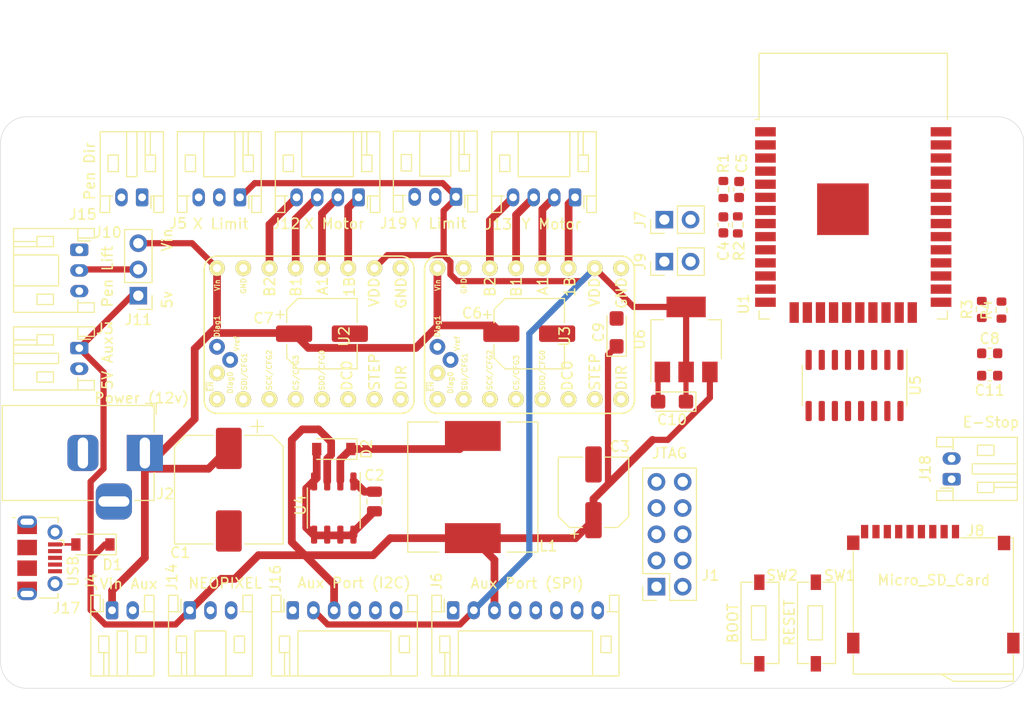
<source format=kicad_pcb>
(kicad_pcb (version 20171130) (host pcbnew "(5.1.10)-1")

  (general
    (thickness 1.6)
    (drawings 8)
    (tracks 127)
    (zones 0)
    (modules 49)
    (nets 76)
  )

  (page A4)
  (layers
    (0 F.Cu signal)
    (31 B.Cu signal)
    (32 B.Adhes user)
    (33 F.Adhes user)
    (34 B.Paste user)
    (35 F.Paste user)
    (36 B.SilkS user)
    (37 F.SilkS user)
    (38 B.Mask user)
    (39 F.Mask user)
    (40 Dwgs.User user hide)
    (41 Cmts.User user)
    (42 Eco1.User user)
    (43 Eco2.User user)
    (44 Edge.Cuts user)
    (45 Margin user)
    (46 B.CrtYd user)
    (47 F.CrtYd user)
    (48 B.Fab user)
    (49 F.Fab user hide)
  )

  (setup
    (last_trace_width 0.25)
    (user_trace_width 0.5)
    (user_trace_width 0.6)
    (user_trace_width 0.7)
    (user_trace_width 0.75)
    (user_trace_width 0.8)
    (user_trace_width 0.9)
    (user_trace_width 1)
    (user_trace_width 1.2)
    (user_trace_width 1.3)
    (user_trace_width 1.5)
    (trace_clearance 0.2)
    (zone_clearance 0.508)
    (zone_45_only no)
    (trace_min 0.2)
    (via_size 0.8)
    (via_drill 0.4)
    (via_min_size 0.4)
    (via_min_drill 0.3)
    (uvia_size 0.3)
    (uvia_drill 0.1)
    (uvias_allowed no)
    (uvia_min_size 0.2)
    (uvia_min_drill 0.1)
    (edge_width 0.05)
    (segment_width 0.2)
    (pcb_text_width 0.3)
    (pcb_text_size 1.5 1.5)
    (mod_edge_width 0.12)
    (mod_text_size 1 1)
    (mod_text_width 0.15)
    (pad_size 3.2 3.2)
    (pad_drill 3.2)
    (pad_to_mask_clearance 0)
    (aux_axis_origin 0 0)
    (visible_elements 7FFFFFFF)
    (pcbplotparams
      (layerselection 0x010fc_ffffffff)
      (usegerberextensions false)
      (usegerberattributes true)
      (usegerberadvancedattributes true)
      (creategerberjobfile true)
      (excludeedgelayer true)
      (linewidth 0.100000)
      (plotframeref false)
      (viasonmask false)
      (mode 1)
      (useauxorigin false)
      (hpglpennumber 1)
      (hpglpenspeed 20)
      (hpglpendiameter 15.000000)
      (psnegative false)
      (psa4output false)
      (plotreference true)
      (plotvalue true)
      (plotinvisibletext false)
      (padsonsilk false)
      (subtractmaskfromsilk false)
      (outputformat 1)
      (mirror false)
      (drillshape 1)
      (scaleselection 1)
      (outputdirectory ""))
  )

  (net 0 "")
  (net 1 GND)
  (net 2 +5V)
  (net 3 /Y_Limit)
  (net 4 /X_Limit)
  (net 5 "Net-(D2-Pad1)")
  (net 6 /MOSI)
  (net 7 /SCL)
  (net 8 /SDA)
  (net 9 /MISO)
  (net 10 /SCK)
  (net 11 /CS_SD)
  (net 12 /CS_X)
  (net 13 /CS_Y)
  (net 14 /CS_AUX)
  (net 15 "Net-(J2-Pad3)")
  (net 16 +3V3)
  (net 17 "Net-(J7-Pad2)")
  (net 18 "Net-(J8-Pad1)")
  (net 19 "Net-(J8-Pad8)")
  (net 20 "Net-(J9-Pad2)")
  (net 21 "Net-(J10-Pad2)")
  (net 22 /PEN_LIFT)
  (net 23 "Net-(J12-Pad4)")
  (net 24 "Net-(J12-Pad3)")
  (net 25 "Net-(J12-Pad2)")
  (net 26 "Net-(J12-Pad1)")
  (net 27 "Net-(J13-Pad1)")
  (net 28 "Net-(J13-Pad2)")
  (net 29 "Net-(J13-Pad3)")
  (net 30 "Net-(J13-Pad4)")
  (net 31 /Vin)
  (net 32 "Net-(U1-Pad4)")
  (net 33 /Y_Dir)
  (net 34 /X_Dir)
  (net 35 /Y_Step)
  (net 36 /X_Step)
  (net 37 /StepEn)
  (net 38 "Net-(U1-Pad17)")
  (net 39 "Net-(U1-Pad18)")
  (net 40 "Net-(U1-Pad20)")
  (net 41 "Net-(U1-Pad21)")
  (net 42 "Net-(U1-Pad22)")
  (net 43 "Net-(U2-Pad17)")
  (net 44 "Net-(U3-Pad17)")
  (net 45 "Net-(J1-Pad1)")
  (net 46 /JTAG_TMS)
  (net 47 /NEO_PIXELS_JTAG_TCK)
  (net 48 /PEN_DIR_JTAG_TDO)
  (net 49 "Net-(J1-Pad7)")
  (net 50 /JTAG_TDI)
  (net 51 "Net-(J1-Pad9)")
  (net 52 "Net-(J1-Pad10)")
  (net 53 /EN)
  (net 54 /IO0)
  (net 55 "Net-(J17-Pad6)")
  (net 56 "Net-(J17-Pad2)")
  (net 57 "Net-(J17-Pad4)")
  (net 58 "Net-(J17-Pad3)")
  (net 59 "Net-(U1-Pad5)")
  (net 60 "Net-(U1-Pad19)")
  (net 61 "Net-(U1-Pad32)")
  (net 62 /ESP32_RX)
  (net 63 /ESP32_TX)
  (net 64 "Net-(U5-Pad7)")
  (net 65 "Net-(U5-Pad8)")
  (net 66 "Net-(U5-Pad9)")
  (net 67 "Net-(U5-Pad10)")
  (net 68 "Net-(U5-Pad11)")
  (net 69 "Net-(U5-Pad12)")
  (net 70 "Net-(U5-Pad13)")
  (net 71 "Net-(U5-Pad14)")
  (net 72 "Net-(U5-Pad15)")
  (net 73 "Net-(J5-Pad2)")
  (net 74 "Net-(J19-Pad2)")
  (net 75 "Net-(D1-Pad2)")

  (net_class Default "This is the default net class."
    (clearance 0.2)
    (trace_width 0.25)
    (via_dia 0.8)
    (via_drill 0.4)
    (uvia_dia 0.3)
    (uvia_drill 0.1)
    (add_net +3V3)
    (add_net +5V)
    (add_net /CS_AUX)
    (add_net /CS_SD)
    (add_net /CS_X)
    (add_net /CS_Y)
    (add_net /EN)
    (add_net /ESP32_RX)
    (add_net /ESP32_TX)
    (add_net /IO0)
    (add_net /JTAG_TDI)
    (add_net /JTAG_TMS)
    (add_net /MISO)
    (add_net /MOSI)
    (add_net /NEO_PIXELS_JTAG_TCK)
    (add_net /PEN_DIR_JTAG_TDO)
    (add_net /PEN_LIFT)
    (add_net /SCK)
    (add_net /SCL)
    (add_net /SDA)
    (add_net /StepEn)
    (add_net /Vin)
    (add_net /X_Dir)
    (add_net /X_Limit)
    (add_net /X_Step)
    (add_net /Y_Dir)
    (add_net /Y_Limit)
    (add_net /Y_Step)
    (add_net GND)
    (add_net "Net-(D1-Pad2)")
    (add_net "Net-(D2-Pad1)")
    (add_net "Net-(J1-Pad1)")
    (add_net "Net-(J1-Pad10)")
    (add_net "Net-(J1-Pad7)")
    (add_net "Net-(J1-Pad9)")
    (add_net "Net-(J10-Pad2)")
    (add_net "Net-(J12-Pad1)")
    (add_net "Net-(J12-Pad2)")
    (add_net "Net-(J12-Pad3)")
    (add_net "Net-(J12-Pad4)")
    (add_net "Net-(J13-Pad1)")
    (add_net "Net-(J13-Pad2)")
    (add_net "Net-(J13-Pad3)")
    (add_net "Net-(J13-Pad4)")
    (add_net "Net-(J17-Pad2)")
    (add_net "Net-(J17-Pad3)")
    (add_net "Net-(J17-Pad4)")
    (add_net "Net-(J17-Pad6)")
    (add_net "Net-(J19-Pad2)")
    (add_net "Net-(J2-Pad3)")
    (add_net "Net-(J5-Pad2)")
    (add_net "Net-(J7-Pad2)")
    (add_net "Net-(J8-Pad1)")
    (add_net "Net-(J8-Pad8)")
    (add_net "Net-(J9-Pad2)")
    (add_net "Net-(U1-Pad17)")
    (add_net "Net-(U1-Pad18)")
    (add_net "Net-(U1-Pad19)")
    (add_net "Net-(U1-Pad20)")
    (add_net "Net-(U1-Pad21)")
    (add_net "Net-(U1-Pad22)")
    (add_net "Net-(U1-Pad32)")
    (add_net "Net-(U1-Pad4)")
    (add_net "Net-(U1-Pad5)")
    (add_net "Net-(U2-Pad17)")
    (add_net "Net-(U3-Pad17)")
    (add_net "Net-(U5-Pad10)")
    (add_net "Net-(U5-Pad11)")
    (add_net "Net-(U5-Pad12)")
    (add_net "Net-(U5-Pad13)")
    (add_net "Net-(U5-Pad14)")
    (add_net "Net-(U5-Pad15)")
    (add_net "Net-(U5-Pad7)")
    (add_net "Net-(U5-Pad8)")
    (add_net "Net-(U5-Pad9)")
  )

  (module Connector_JST:JST_PH_S3B-PH-K_1x03_P2.00mm_Horizontal (layer F.Cu) (tedit 5B7745C6) (tstamp 61586018)
    (at 48.5775 76.835 180)
    (descr "JST PH series connector, S3B-PH-K (http://www.jst-mfg.com/product/pdf/eng/ePH.pdf), generated with kicad-footprint-generator")
    (tags "connector JST PH top entry")
    (path /6159A72B)
    (fp_text reference J5 (at 5.9817 -2.5273) (layer F.SilkS)
      (effects (font (size 1 1) (thickness 0.15)))
    )
    (fp_text value "X Limit" (at 1.8669 -2.5654) (layer F.SilkS)
      (effects (font (size 1 1) (thickness 0.15)))
    )
    (fp_line (start 0.5 1.375) (end 0 0.875) (layer F.Fab) (width 0.1))
    (fp_line (start -0.5 1.375) (end 0.5 1.375) (layer F.Fab) (width 0.1))
    (fp_line (start 0 0.875) (end -0.5 1.375) (layer F.Fab) (width 0.1))
    (fp_line (start -0.86 0.14) (end -0.86 -1.075) (layer F.SilkS) (width 0.12))
    (fp_line (start 5.25 0.25) (end -1.25 0.25) (layer F.Fab) (width 0.1))
    (fp_line (start 5.25 -1.35) (end 5.25 0.25) (layer F.Fab) (width 0.1))
    (fp_line (start 5.95 -1.35) (end 5.25 -1.35) (layer F.Fab) (width 0.1))
    (fp_line (start 5.95 6.25) (end 5.95 -1.35) (layer F.Fab) (width 0.1))
    (fp_line (start -1.95 6.25) (end 5.95 6.25) (layer F.Fab) (width 0.1))
    (fp_line (start -1.95 -1.35) (end -1.95 6.25) (layer F.Fab) (width 0.1))
    (fp_line (start -1.25 -1.35) (end -1.95 -1.35) (layer F.Fab) (width 0.1))
    (fp_line (start -1.25 0.25) (end -1.25 -1.35) (layer F.Fab) (width 0.1))
    (fp_line (start 6.45 -1.85) (end -2.45 -1.85) (layer F.CrtYd) (width 0.05))
    (fp_line (start 6.45 6.75) (end 6.45 -1.85) (layer F.CrtYd) (width 0.05))
    (fp_line (start -2.45 6.75) (end 6.45 6.75) (layer F.CrtYd) (width 0.05))
    (fp_line (start -2.45 -1.85) (end -2.45 6.75) (layer F.CrtYd) (width 0.05))
    (fp_line (start -0.8 4.1) (end -0.8 6.36) (layer F.SilkS) (width 0.12))
    (fp_line (start -0.3 4.1) (end -0.3 6.36) (layer F.SilkS) (width 0.12))
    (fp_line (start 4.3 2.5) (end 5.3 2.5) (layer F.SilkS) (width 0.12))
    (fp_line (start 4.3 4.1) (end 4.3 2.5) (layer F.SilkS) (width 0.12))
    (fp_line (start 5.3 4.1) (end 4.3 4.1) (layer F.SilkS) (width 0.12))
    (fp_line (start 5.3 2.5) (end 5.3 4.1) (layer F.SilkS) (width 0.12))
    (fp_line (start -0.3 2.5) (end -1.3 2.5) (layer F.SilkS) (width 0.12))
    (fp_line (start -0.3 4.1) (end -0.3 2.5) (layer F.SilkS) (width 0.12))
    (fp_line (start -1.3 4.1) (end -0.3 4.1) (layer F.SilkS) (width 0.12))
    (fp_line (start -1.3 2.5) (end -1.3 4.1) (layer F.SilkS) (width 0.12))
    (fp_line (start 6.06 0.14) (end 5.14 0.14) (layer F.SilkS) (width 0.12))
    (fp_line (start -2.06 0.14) (end -1.14 0.14) (layer F.SilkS) (width 0.12))
    (fp_line (start 3.5 2) (end 3.5 6.36) (layer F.SilkS) (width 0.12))
    (fp_line (start 0.5 2) (end 3.5 2) (layer F.SilkS) (width 0.12))
    (fp_line (start 0.5 6.36) (end 0.5 2) (layer F.SilkS) (width 0.12))
    (fp_line (start 5.14 0.14) (end 4.86 0.14) (layer F.SilkS) (width 0.12))
    (fp_line (start 5.14 -1.46) (end 5.14 0.14) (layer F.SilkS) (width 0.12))
    (fp_line (start 6.06 -1.46) (end 5.14 -1.46) (layer F.SilkS) (width 0.12))
    (fp_line (start 6.06 6.36) (end 6.06 -1.46) (layer F.SilkS) (width 0.12))
    (fp_line (start -2.06 6.36) (end 6.06 6.36) (layer F.SilkS) (width 0.12))
    (fp_line (start -2.06 -1.46) (end -2.06 6.36) (layer F.SilkS) (width 0.12))
    (fp_line (start -1.14 -1.46) (end -2.06 -1.46) (layer F.SilkS) (width 0.12))
    (fp_line (start -1.14 0.14) (end -1.14 -1.46) (layer F.SilkS) (width 0.12))
    (fp_line (start -0.86 0.14) (end -1.14 0.14) (layer F.SilkS) (width 0.12))
    (fp_text user %R (at 2 2.5) (layer F.Fab)
      (effects (font (size 1 1) (thickness 0.15)))
    )
    (pad 1 thru_hole roundrect (at 0 0 180) (size 1.2 1.75) (drill 0.75) (layers *.Cu *.Mask) (roundrect_rratio 0.208333)
      (net 16 +3V3))
    (pad 2 thru_hole oval (at 2 0 180) (size 1.2 1.75) (drill 0.75) (layers *.Cu *.Mask)
      (net 73 "Net-(J5-Pad2)"))
    (pad 3 thru_hole oval (at 4 0 180) (size 1.2 1.75) (drill 0.75) (layers *.Cu *.Mask)
      (net 1 GND))
    (model ${KISYS3DMOD}/Connector_JST.3dshapes/JST_PH_S3B-PH-K_1x03_P2.00mm_Horizontal.wrl
      (at (xyz 0 0 0))
      (scale (xyz 1 1 1))
      (rotate (xyz 0 0 0))
    )
  )

  (module Connector_JST:JST_PH_S3B-PH-K_1x03_P2.00mm_Horizontal (layer F.Cu) (tedit 5B7745C6) (tstamp 61586066)
    (at 69.4878 76.7842 180)
    (descr "JST PH series connector, S3B-PH-K (http://www.jst-mfg.com/product/pdf/eng/ePH.pdf), generated with kicad-footprint-generator")
    (tags "connector JST PH top entry")
    (path /6159BC1E)
    (fp_text reference J19 (at 6.0259 -2.5527) (layer F.SilkS)
      (effects (font (size 1 1) (thickness 0.15)))
    )
    (fp_text value "Y Limit " (at 1.2507 -2.5781) (layer F.SilkS)
      (effects (font (size 1 1) (thickness 0.15)))
    )
    (fp_line (start -0.86 0.14) (end -1.14 0.14) (layer F.SilkS) (width 0.12))
    (fp_line (start -1.14 0.14) (end -1.14 -1.46) (layer F.SilkS) (width 0.12))
    (fp_line (start -1.14 -1.46) (end -2.06 -1.46) (layer F.SilkS) (width 0.12))
    (fp_line (start -2.06 -1.46) (end -2.06 6.36) (layer F.SilkS) (width 0.12))
    (fp_line (start -2.06 6.36) (end 6.06 6.36) (layer F.SilkS) (width 0.12))
    (fp_line (start 6.06 6.36) (end 6.06 -1.46) (layer F.SilkS) (width 0.12))
    (fp_line (start 6.06 -1.46) (end 5.14 -1.46) (layer F.SilkS) (width 0.12))
    (fp_line (start 5.14 -1.46) (end 5.14 0.14) (layer F.SilkS) (width 0.12))
    (fp_line (start 5.14 0.14) (end 4.86 0.14) (layer F.SilkS) (width 0.12))
    (fp_line (start 0.5 6.36) (end 0.5 2) (layer F.SilkS) (width 0.12))
    (fp_line (start 0.5 2) (end 3.5 2) (layer F.SilkS) (width 0.12))
    (fp_line (start 3.5 2) (end 3.5 6.36) (layer F.SilkS) (width 0.12))
    (fp_line (start -2.06 0.14) (end -1.14 0.14) (layer F.SilkS) (width 0.12))
    (fp_line (start 6.06 0.14) (end 5.14 0.14) (layer F.SilkS) (width 0.12))
    (fp_line (start -1.3 2.5) (end -1.3 4.1) (layer F.SilkS) (width 0.12))
    (fp_line (start -1.3 4.1) (end -0.3 4.1) (layer F.SilkS) (width 0.12))
    (fp_line (start -0.3 4.1) (end -0.3 2.5) (layer F.SilkS) (width 0.12))
    (fp_line (start -0.3 2.5) (end -1.3 2.5) (layer F.SilkS) (width 0.12))
    (fp_line (start 5.3 2.5) (end 5.3 4.1) (layer F.SilkS) (width 0.12))
    (fp_line (start 5.3 4.1) (end 4.3 4.1) (layer F.SilkS) (width 0.12))
    (fp_line (start 4.3 4.1) (end 4.3 2.5) (layer F.SilkS) (width 0.12))
    (fp_line (start 4.3 2.5) (end 5.3 2.5) (layer F.SilkS) (width 0.12))
    (fp_line (start -0.3 4.1) (end -0.3 6.36) (layer F.SilkS) (width 0.12))
    (fp_line (start -0.8 4.1) (end -0.8 6.36) (layer F.SilkS) (width 0.12))
    (fp_line (start -2.45 -1.85) (end -2.45 6.75) (layer F.CrtYd) (width 0.05))
    (fp_line (start -2.45 6.75) (end 6.45 6.75) (layer F.CrtYd) (width 0.05))
    (fp_line (start 6.45 6.75) (end 6.45 -1.85) (layer F.CrtYd) (width 0.05))
    (fp_line (start 6.45 -1.85) (end -2.45 -1.85) (layer F.CrtYd) (width 0.05))
    (fp_line (start -1.25 0.25) (end -1.25 -1.35) (layer F.Fab) (width 0.1))
    (fp_line (start -1.25 -1.35) (end -1.95 -1.35) (layer F.Fab) (width 0.1))
    (fp_line (start -1.95 -1.35) (end -1.95 6.25) (layer F.Fab) (width 0.1))
    (fp_line (start -1.95 6.25) (end 5.95 6.25) (layer F.Fab) (width 0.1))
    (fp_line (start 5.95 6.25) (end 5.95 -1.35) (layer F.Fab) (width 0.1))
    (fp_line (start 5.95 -1.35) (end 5.25 -1.35) (layer F.Fab) (width 0.1))
    (fp_line (start 5.25 -1.35) (end 5.25 0.25) (layer F.Fab) (width 0.1))
    (fp_line (start 5.25 0.25) (end -1.25 0.25) (layer F.Fab) (width 0.1))
    (fp_line (start -0.86 0.14) (end -0.86 -1.075) (layer F.SilkS) (width 0.12))
    (fp_line (start 0 0.875) (end -0.5 1.375) (layer F.Fab) (width 0.1))
    (fp_line (start -0.5 1.375) (end 0.5 1.375) (layer F.Fab) (width 0.1))
    (fp_line (start 0.5 1.375) (end 0 0.875) (layer F.Fab) (width 0.1))
    (fp_text user %R (at 2 2.5) (layer F.Fab)
      (effects (font (size 1 1) (thickness 0.15)))
    )
    (pad 3 thru_hole oval (at 4 0 180) (size 1.2 1.75) (drill 0.75) (layers *.Cu *.Mask)
      (net 1 GND))
    (pad 2 thru_hole oval (at 2 0 180) (size 1.2 1.75) (drill 0.75) (layers *.Cu *.Mask)
      (net 74 "Net-(J19-Pad2)"))
    (pad 1 thru_hole roundrect (at 0 0 180) (size 1.2 1.75) (drill 0.75) (layers *.Cu *.Mask) (roundrect_rratio 0.208333)
      (net 16 +3V3))
    (model ${KISYS3DMOD}/Connector_JST.3dshapes/JST_PH_S3B-PH-K_1x03_P2.00mm_Horizontal.wrl
      (at (xyz 0 0 0))
      (scale (xyz 1 1 1))
      (rotate (xyz 0 0 0))
    )
  )

  (module RF_Module:ESP32-WROOM-32 (layer F.Cu) (tedit 5B5B4654) (tstamp 6153823C)
    (at 107.95 78.74)
    (descr "Single 2.4 GHz Wi-Fi and Bluetooth combo chip https://www.espressif.com/sites/default/files/documentation/esp32-wroom-32_datasheet_en.pdf")
    (tags "Single 2.4 GHz Wi-Fi and Bluetooth combo  chip")
    (path /614C08EB)
    (attr smd)
    (fp_text reference U1 (at -10.61 8.43 90) (layer F.SilkS)
      (effects (font (size 1 1) (thickness 0.15)))
    )
    (fp_text value ESP32-WROOM-32D (at 0 11.5) (layer F.Fab)
      (effects (font (size 1 1) (thickness 0.15)))
    )
    (fp_line (start -14 -9.97) (end -14 -20.75) (layer Dwgs.User) (width 0.1))
    (fp_line (start 9 9.76) (end 9 -15.745) (layer F.Fab) (width 0.1))
    (fp_line (start -9 9.76) (end 9 9.76) (layer F.Fab) (width 0.1))
    (fp_line (start -9 -15.745) (end -9 -10.02) (layer F.Fab) (width 0.1))
    (fp_line (start -9 -15.745) (end 9 -15.745) (layer F.Fab) (width 0.1))
    (fp_line (start -9.75 10.5) (end -9.75 -9.72) (layer F.CrtYd) (width 0.05))
    (fp_line (start -9.75 10.5) (end 9.75 10.5) (layer F.CrtYd) (width 0.05))
    (fp_line (start 9.75 -9.72) (end 9.75 10.5) (layer F.CrtYd) (width 0.05))
    (fp_line (start -14.25 -21) (end 14.25 -21) (layer F.CrtYd) (width 0.05))
    (fp_line (start -9 -9.02) (end -9 9.76) (layer F.Fab) (width 0.1))
    (fp_line (start -8.5 -9.52) (end -9 -10.02) (layer F.Fab) (width 0.1))
    (fp_line (start -9 -9.02) (end -8.5 -9.52) (layer F.Fab) (width 0.1))
    (fp_line (start 14 -9.97) (end -14 -9.97) (layer Dwgs.User) (width 0.1))
    (fp_line (start 14 -9.97) (end 14 -20.75) (layer Dwgs.User) (width 0.1))
    (fp_line (start 14 -20.75) (end -14 -20.75) (layer Dwgs.User) (width 0.1))
    (fp_line (start -14.25 -21) (end -14.25 -9.72) (layer F.CrtYd) (width 0.05))
    (fp_line (start 14.25 -21) (end 14.25 -9.72) (layer F.CrtYd) (width 0.05))
    (fp_line (start -14.25 -9.72) (end -9.75 -9.72) (layer F.CrtYd) (width 0.05))
    (fp_line (start 9.75 -9.72) (end 14.25 -9.72) (layer F.CrtYd) (width 0.05))
    (fp_line (start -12.525 -20.75) (end -14 -19.66) (layer Dwgs.User) (width 0.1))
    (fp_line (start -10.525 -20.75) (end -14 -18.045) (layer Dwgs.User) (width 0.1))
    (fp_line (start -8.525 -20.75) (end -14 -16.43) (layer Dwgs.User) (width 0.1))
    (fp_line (start -6.525 -20.75) (end -14 -14.815) (layer Dwgs.User) (width 0.1))
    (fp_line (start -4.525 -20.75) (end -14 -13.2) (layer Dwgs.User) (width 0.1))
    (fp_line (start -2.525 -20.75) (end -14 -11.585) (layer Dwgs.User) (width 0.1))
    (fp_line (start -0.525 -20.75) (end -14 -9.97) (layer Dwgs.User) (width 0.1))
    (fp_line (start 1.475 -20.75) (end -12 -9.97) (layer Dwgs.User) (width 0.1))
    (fp_line (start 3.475 -20.75) (end -10 -9.97) (layer Dwgs.User) (width 0.1))
    (fp_line (start -8 -9.97) (end 5.475 -20.75) (layer Dwgs.User) (width 0.1))
    (fp_line (start 7.475 -20.75) (end -6 -9.97) (layer Dwgs.User) (width 0.1))
    (fp_line (start 9.475 -20.75) (end -4 -9.97) (layer Dwgs.User) (width 0.1))
    (fp_line (start 11.475 -20.75) (end -2 -9.97) (layer Dwgs.User) (width 0.1))
    (fp_line (start 13.475 -20.75) (end 0 -9.97) (layer Dwgs.User) (width 0.1))
    (fp_line (start 14 -19.66) (end 2 -9.97) (layer Dwgs.User) (width 0.1))
    (fp_line (start 14 -18.045) (end 4 -9.97) (layer Dwgs.User) (width 0.1))
    (fp_line (start 14 -16.43) (end 6 -9.97) (layer Dwgs.User) (width 0.1))
    (fp_line (start 14 -14.815) (end 8 -9.97) (layer Dwgs.User) (width 0.1))
    (fp_line (start 14 -13.2) (end 10 -9.97) (layer Dwgs.User) (width 0.1))
    (fp_line (start 14 -11.585) (end 12 -9.97) (layer Dwgs.User) (width 0.1))
    (fp_line (start 9.2 -13.875) (end 13.8 -13.875) (layer Cmts.User) (width 0.1))
    (fp_line (start 13.8 -13.875) (end 13.6 -14.075) (layer Cmts.User) (width 0.1))
    (fp_line (start 13.8 -13.875) (end 13.6 -13.675) (layer Cmts.User) (width 0.1))
    (fp_line (start 9.2 -13.875) (end 9.4 -14.075) (layer Cmts.User) (width 0.1))
    (fp_line (start 9.2 -13.875) (end 9.4 -13.675) (layer Cmts.User) (width 0.1))
    (fp_line (start -13.8 -13.875) (end -13.6 -14.075) (layer Cmts.User) (width 0.1))
    (fp_line (start -13.8 -13.875) (end -13.6 -13.675) (layer Cmts.User) (width 0.1))
    (fp_line (start -9.2 -13.875) (end -9.4 -13.675) (layer Cmts.User) (width 0.1))
    (fp_line (start -13.8 -13.875) (end -9.2 -13.875) (layer Cmts.User) (width 0.1))
    (fp_line (start -9.2 -13.875) (end -9.4 -14.075) (layer Cmts.User) (width 0.1))
    (fp_line (start 8.4 -16) (end 8.2 -16.2) (layer Cmts.User) (width 0.1))
    (fp_line (start 8.4 -16) (end 8.6 -16.2) (layer Cmts.User) (width 0.1))
    (fp_line (start 8.4 -20.6) (end 8.6 -20.4) (layer Cmts.User) (width 0.1))
    (fp_line (start 8.4 -16) (end 8.4 -20.6) (layer Cmts.User) (width 0.1))
    (fp_line (start 8.4 -20.6) (end 8.2 -20.4) (layer Cmts.User) (width 0.1))
    (fp_line (start -9.12 9.1) (end -9.12 9.88) (layer F.SilkS) (width 0.12))
    (fp_line (start -9.12 9.88) (end -8.12 9.88) (layer F.SilkS) (width 0.12))
    (fp_line (start 9.12 9.1) (end 9.12 9.88) (layer F.SilkS) (width 0.12))
    (fp_line (start 9.12 9.88) (end 8.12 9.88) (layer F.SilkS) (width 0.12))
    (fp_line (start -9.12 -15.865) (end 9.12 -15.865) (layer F.SilkS) (width 0.12))
    (fp_line (start 9.12 -15.865) (end 9.12 -9.445) (layer F.SilkS) (width 0.12))
    (fp_line (start -9.12 -15.865) (end -9.12 -9.445) (layer F.SilkS) (width 0.12))
    (fp_line (start -9.12 -9.445) (end -9.5 -9.445) (layer F.SilkS) (width 0.12))
    (fp_text user %R (at 0 0) (layer F.Fab)
      (effects (font (size 1 1) (thickness 0.15)))
    )
    (fp_text user "KEEP-OUT ZONE" (at 0 -19) (layer Cmts.User)
      (effects (font (size 1 1) (thickness 0.15)))
    )
    (fp_text user Antenna (at 0 -13) (layer Cmts.User)
      (effects (font (size 1 1) (thickness 0.15)))
    )
    (fp_text user "5 mm" (at 11.8 -14.375) (layer Cmts.User)
      (effects (font (size 0.5 0.5) (thickness 0.1)))
    )
    (fp_text user "5 mm" (at -11.2 -14.375) (layer Cmts.User)
      (effects (font (size 0.5 0.5) (thickness 0.1)))
    )
    (fp_text user "5 mm" (at 7.8 -19.075 90) (layer Cmts.User)
      (effects (font (size 0.5 0.5) (thickness 0.1)))
    )
    (pad 39 smd rect (at -1 -0.755) (size 5 5) (layers F.Cu F.Paste F.Mask))
    (pad 1 smd rect (at -8.5 -8.255) (size 2 0.9) (layers F.Cu F.Paste F.Mask)
      (net 1 GND))
    (pad 2 smd rect (at -8.5 -6.985) (size 2 0.9) (layers F.Cu F.Paste F.Mask)
      (net 16 +3V3))
    (pad 3 smd rect (at -8.5 -5.715) (size 2 0.9) (layers F.Cu F.Paste F.Mask)
      (net 53 /EN))
    (pad 4 smd rect (at -8.5 -4.445) (size 2 0.9) (layers F.Cu F.Paste F.Mask)
      (net 32 "Net-(U1-Pad4)"))
    (pad 5 smd rect (at -8.5 -3.175) (size 2 0.9) (layers F.Cu F.Paste F.Mask)
      (net 59 "Net-(U1-Pad5)"))
    (pad 6 smd rect (at -8.5 -1.905) (size 2 0.9) (layers F.Cu F.Paste F.Mask)
      (net 4 /X_Limit))
    (pad 7 smd rect (at -8.5 -0.635) (size 2 0.9) (layers F.Cu F.Paste F.Mask)
      (net 3 /Y_Limit))
    (pad 8 smd rect (at -8.5 0.635) (size 2 0.9) (layers F.Cu F.Paste F.Mask)
      (net 35 /Y_Step))
    (pad 9 smd rect (at -8.5 1.905) (size 2 0.9) (layers F.Cu F.Paste F.Mask)
      (net 33 /Y_Dir))
    (pad 10 smd rect (at -8.5 3.175) (size 2 0.9) (layers F.Cu F.Paste F.Mask)
      (net 36 /X_Step))
    (pad 11 smd rect (at -8.5 4.445) (size 2 0.9) (layers F.Cu F.Paste F.Mask)
      (net 34 /X_Dir))
    (pad 12 smd rect (at -8.5 5.715) (size 2 0.9) (layers F.Cu F.Paste F.Mask)
      (net 22 /PEN_LIFT))
    (pad 13 smd rect (at -8.5 6.985) (size 2 0.9) (layers F.Cu F.Paste F.Mask)
      (net 46 /JTAG_TMS))
    (pad 14 smd rect (at -8.5 8.255) (size 2 0.9) (layers F.Cu F.Paste F.Mask)
      (net 50 /JTAG_TDI))
    (pad 15 smd rect (at -5.715 9.255 90) (size 2 0.9) (layers F.Cu F.Paste F.Mask)
      (net 1 GND))
    (pad 16 smd rect (at -4.445 9.255 90) (size 2 0.9) (layers F.Cu F.Paste F.Mask)
      (net 47 /NEO_PIXELS_JTAG_TCK))
    (pad 17 smd rect (at -3.175 9.255 90) (size 2 0.9) (layers F.Cu F.Paste F.Mask)
      (net 38 "Net-(U1-Pad17)"))
    (pad 18 smd rect (at -1.905 9.255 90) (size 2 0.9) (layers F.Cu F.Paste F.Mask)
      (net 39 "Net-(U1-Pad18)"))
    (pad 19 smd rect (at -0.635 9.255 90) (size 2 0.9) (layers F.Cu F.Paste F.Mask)
      (net 60 "Net-(U1-Pad19)"))
    (pad 20 smd rect (at 0.635 9.255 90) (size 2 0.9) (layers F.Cu F.Paste F.Mask)
      (net 40 "Net-(U1-Pad20)"))
    (pad 21 smd rect (at 1.905 9.255 90) (size 2 0.9) (layers F.Cu F.Paste F.Mask)
      (net 41 "Net-(U1-Pad21)"))
    (pad 22 smd rect (at 3.175 9.255 90) (size 2 0.9) (layers F.Cu F.Paste F.Mask)
      (net 42 "Net-(U1-Pad22)"))
    (pad 23 smd rect (at 4.445 9.255 90) (size 2 0.9) (layers F.Cu F.Paste F.Mask)
      (net 48 /PEN_DIR_JTAG_TDO))
    (pad 24 smd rect (at 5.715 9.255 90) (size 2 0.9) (layers F.Cu F.Paste F.Mask)
      (net 37 /StepEn))
    (pad 25 smd rect (at 8.5 8.255) (size 2 0.9) (layers F.Cu F.Paste F.Mask)
      (net 54 /IO0))
    (pad 26 smd rect (at 8.5 6.985) (size 2 0.9) (layers F.Cu F.Paste F.Mask)
      (net 14 /CS_AUX))
    (pad 27 smd rect (at 8.5 5.715) (size 2 0.9) (layers F.Cu F.Paste F.Mask)
      (net 13 /CS_Y))
    (pad 28 smd rect (at 8.5 4.445) (size 2 0.9) (layers F.Cu F.Paste F.Mask)
      (net 12 /CS_X))
    (pad 29 smd rect (at 8.5 3.175) (size 2 0.9) (layers F.Cu F.Paste F.Mask)
      (net 11 /CS_SD))
    (pad 30 smd rect (at 8.5 1.905) (size 2 0.9) (layers F.Cu F.Paste F.Mask)
      (net 10 /SCK))
    (pad 31 smd rect (at 8.5 0.635) (size 2 0.9) (layers F.Cu F.Paste F.Mask)
      (net 9 /MISO))
    (pad 32 smd rect (at 8.5 -0.635) (size 2 0.9) (layers F.Cu F.Paste F.Mask)
      (net 61 "Net-(U1-Pad32)"))
    (pad 33 smd rect (at 8.5 -1.905) (size 2 0.9) (layers F.Cu F.Paste F.Mask)
      (net 8 /SDA))
    (pad 34 smd rect (at 8.5 -3.175) (size 2 0.9) (layers F.Cu F.Paste F.Mask)
      (net 62 /ESP32_RX))
    (pad 35 smd rect (at 8.5 -4.445) (size 2 0.9) (layers F.Cu F.Paste F.Mask)
      (net 63 /ESP32_TX))
    (pad 36 smd rect (at 8.5 -5.715) (size 2 0.9) (layers F.Cu F.Paste F.Mask)
      (net 7 /SCL))
    (pad 37 smd rect (at 8.5 -6.985) (size 2 0.9) (layers F.Cu F.Paste F.Mask)
      (net 6 /MOSI))
    (pad 38 smd rect (at 8.5 -8.255) (size 2 0.9) (layers F.Cu F.Paste F.Mask)
      (net 1 GND))
    (model ${KISYS3DMOD}/RF_Module.3dshapes/ESP32-WROOM-32.wrl
      (at (xyz 0 0 0))
      (scale (xyz 1 1 1))
      (rotate (xyz 0 0 0))
    )
  )

  (module custom:HK-TF01A (layer F.Cu) (tedit 601C4715) (tstamp 601B903E)
    (at 107.95 109.22)
    (path /601FD9BE)
    (fp_text reference J8 (at 11.8491 -0.0762) (layer F.SilkS)
      (effects (font (size 1 1) (thickness 0.15)))
    )
    (fp_text value Micro_SD_Card (at 7.8 4.7) (layer F.SilkS)
      (effects (font (size 1 1) (thickness 0.15)))
    )
    (fp_line (start 0 1.9) (end 0 9.7) (layer F.SilkS) (width 0.12))
    (fp_line (start 0 11.9) (end 0 13.8) (layer F.SilkS) (width 0.12))
    (fp_line (start 15.5 11.9) (end 15.5 13.8) (layer F.SilkS) (width 0.12))
    (fp_line (start 15.5 13.8) (end 0 13.8) (layer F.SilkS) (width 0.12))
    (fp_line (start 15.5 0.6) (end 15.3 0.6) (layer F.SilkS) (width 0.12))
    (fp_line (start 15.5 9.7) (end 15.5 0.6) (layer F.SilkS) (width 0.12))
    (fp_line (start 9.7 14.5) (end 8.5 13.8) (layer F.SilkS) (width 0.12))
    (fp_line (start 15.5 14.5) (end 9.7 14.5) (layer F.SilkS) (width 0.12))
    (fp_line (start 15.5 14.5) (end 15.5 13.8) (layer F.SilkS) (width 0.12))
    (fp_line (start 10.4 0.6) (end 13.8 0.6) (layer F.SilkS) (width 0.12))
    (fp_text user "LCSC C91145" (at 7.9 16.5) (layer Dwgs.User)
      (effects (font (size 1.27 1.27) (thickness 0.15)))
    )
    (pad "" np_thru_hole circle (at 10.8 11.1) (size 1 1) (drill 1) (layers *.Cu *.Mask))
    (pad "" np_thru_hole circle (at 2.8 11.1) (size 1 1) (drill 1) (layers *.Cu *.Mask))
    (pad 13 smd rect (at 15.5 10.8) (size 1.2 2) (layers F.Cu F.Paste F.Mask))
    (pad 12 smd rect (at 0 10.8) (size 1.2 2) (layers F.Cu F.Paste F.Mask))
    (pad 11 smd rect (at 14.6 1.1) (size 1.2 1.4) (layers F.Cu F.Paste F.Mask))
    (pad 10 smd rect (at 0 1.075) (size 1.2 1.4) (layers F.Cu F.Paste F.Mask))
    (pad 9 smd rect (at 9.9 0) (size 0.7 1.3) (layers F.Cu F.Paste F.Mask)
      (net 1 GND))
    (pad 8 smd rect (at 8.8 0) (size 0.7 1.3) (layers F.Cu F.Paste F.Mask)
      (net 19 "Net-(J8-Pad8)"))
    (pad 7 smd rect (at 7.7 0) (size 0.7 1.3) (layers F.Cu F.Paste F.Mask)
      (net 9 /MISO))
    (pad 6 smd rect (at 6.6 0) (size 0.7 1.3) (layers F.Cu F.Paste F.Mask)
      (net 1 GND))
    (pad 5 smd rect (at 5.5 0) (size 0.7 1.3) (layers F.Cu F.Paste F.Mask)
      (net 10 /SCK))
    (pad 4 smd rect (at 4.4 0) (size 0.7 1.3) (layers F.Cu F.Paste F.Mask)
      (net 16 +3V3))
    (pad 3 smd rect (at 3.3 0) (size 0.7 1.3) (layers F.Cu F.Paste F.Mask)
      (net 6 /MOSI))
    (pad 2 smd rect (at 2.2 0) (size 0.7 1.3) (layers F.Cu F.Paste F.Mask)
      (net 11 /CS_SD))
    (pad 1 smd rect (at 1.1 0) (size 0.7 1.3) (layers F.Cu F.Paste F.Mask)
      (net 18 "Net-(J8-Pad1)"))
    (model ${KISYS3DMOD}/Connector.3dshapes/TF-01A.step
      (offset (xyz 15 -15 0))
      (scale (xyz 1 1 1))
      (rotate (xyz 0 0 -90))
    )
  )

  (module custom:StepstickTMCv2 (layer F.Cu) (tedit 601C5E5F) (tstamp 601D4545)
    (at 67.691 96.393 90)
    (path /94FABF20)
    (fp_text reference U3 (at 6.096 12.319 270) (layer F.SilkS)
      (effects (font (size 1 1) (thickness 0.15)))
    )
    (fp_text value TMC2130 (at 5.969 8.89 270) (layer F.Fab)
      (effects (font (size 1 1) (thickness 0.15)))
    )
    (fp_line (start 13.8684 17.8054) (end 13.8684 0.0254) (layer F.SilkS) (width 0.15))
    (fp_line (start 12.5984 -1.2446) (end -0.1016 -1.2446) (layer F.SilkS) (width 0.15))
    (fp_line (start -1.3716 0.0254) (end -1.3716 17.8054) (layer F.SilkS) (width 0.15))
    (fp_line (start 12.5984 19.0754) (end -0.1016 19.0754) (layer F.SilkS) (width 0.15))
    (fp_text user Vref (at 5.3848 1.905 270) (layer F.SilkS)
      (effects (font (size 0.5 0.5) (thickness 0.1)))
    )
    (fp_text user Diag1 (at 7.0612 0 270) (layer F.SilkS)
      (effects (font (size 0.5 0.5) (thickness 0.1)))
    )
    (fp_text user Diag0 (at 1.6002 1.27 270) (layer F.SilkS)
      (effects (font (size 0.5 0.5) (thickness 0.1)))
    )
    (fp_arc (start -0.1016 0.0254) (end -1.3716 0.0254) (angle 90) (layer F.SilkS) (width 0.15))
    (fp_arc (start -0.1016 17.8054) (end -0.1016 19.0754) (angle 90) (layer F.SilkS) (width 0.15))
    (fp_arc (start 12.5984 17.8054) (end 13.8684 17.8054) (angle 90) (layer F.SilkS) (width 0.15))
    (fp_arc (start 12.5984 0.0254) (end 12.5984 -1.2446) (angle 90) (layer F.SilkS) (width 0.15))
    (fp_text user GND (at 10.287 17.8308 270) (layer F.SilkS)
      (effects (font (size 1 1) (thickness 0.15)))
    )
    (fp_text user VDD (at 10.3632 15.2146 270) (layer F.SilkS)
      (effects (font (size 1 1) (thickness 0.15)))
    )
    (fp_text user 1B (at 10.8966 12.827 270) (layer F.SilkS)
      (effects (font (size 1 1) (thickness 0.15)))
    )
    (fp_text user A1 (at 10.9728 10.2108 270) (layer F.SilkS)
      (effects (font (size 1 1) (thickness 0.15)))
    )
    (fp_text user B1 (at 10.8966 7.6454 270) (layer F.SilkS)
      (effects (font (size 1 1) (thickness 0.15)))
    )
    (fp_text user B2 (at 10.8966 5.1054 270) (layer F.SilkS)
      (effects (font (size 1 1) (thickness 0.15)))
    )
    (fp_text user GND (at 10.9728 2.5654 270) (layer F.SilkS)
      (effects (font (size 0.5 0.5) (thickness 0.1)))
    )
    (fp_text user Vin (at 11.049 0.0254 270) (layer F.SilkS)
      (effects (font (size 0.5 0.5) (thickness 0.1)))
    )
    (fp_text user ~EN (at 1.2192 -0.635 270) (layer F.SilkS)
      (effects (font (size 0.5 0.5) (thickness 0.1)))
    )
    (fp_text user SDI/CFG1 (at 2.667 2.6416 270) (layer F.SilkS)
      (effects (font (size 0.5 0.5) (thickness 0.1)))
    )
    (fp_text user SCK/CFG2 (at 2.8194 5.0546 90) (layer F.SilkS)
      (effects (font (size 0.5 0.5) (thickness 0.1)))
    )
    (fp_text user CS/CFG3 (at 2.5654 7.6454 270) (layer F.SilkS)
      (effects (font (size 0.5 0.5) (thickness 0.1)))
    )
    (fp_text user SDO/CFG0 (at 2.794 10.16 270) (layer F.SilkS)
      (effects (font (size 0.5 0.5) (thickness 0.1)))
    )
    (fp_text user DC0 (at 2.286 12.573 270) (layer F.SilkS)
      (effects (font (size 1 1) (thickness 0.15)))
    )
    (fp_text user STEP (at 2.6416 15.24 270) (layer F.SilkS)
      (effects (font (size 1 1) (thickness 0.15)))
    )
    (fp_text user DIR (at 2.0828 17.8308 270) (layer F.SilkS)
      (effects (font (size 1 1) (thickness 0.15)))
    )
    (pad 19 thru_hole circle (at 3.81 1.27 270) (size 1.524 1.524) (drill 0.762) (layers *.Cu *.Mask))
    (pad 18 thru_hole circle (at 5.08 0 270) (size 1.524 1.524) (drill 0.762) (layers *.Cu *.Mask)
      (net 20 "Net-(J9-Pad2)"))
    (pad 17 thru_hole circle (at 2.54 0 270) (size 1.524 1.524) (drill 0.762) (layers *.Cu *.Mask F.SilkS)
      (net 44 "Net-(U3-Pad17)"))
    (pad 8 thru_hole circle (at 0 17.78 270) (size 1.524 1.524) (drill 0.762) (layers *.Cu *.Mask F.SilkS)
      (net 33 /Y_Dir))
    (pad 7 thru_hole circle (at 0 15.24 270) (size 1.524 1.524) (drill 0.762) (layers *.Cu *.Mask F.SilkS)
      (net 35 /Y_Step))
    (pad 6 thru_hole circle (at 0 12.7 270) (size 1.524 1.524) (drill 0.762) (layers *.Cu *.Mask F.SilkS)
      (net 1 GND))
    (pad 5 thru_hole circle (at 0 10.16 270) (size 1.524 1.524) (drill 0.762) (layers *.Cu *.Mask F.SilkS)
      (net 9 /MISO))
    (pad 4 thru_hole circle (at 0 7.62 270) (size 1.524 1.524) (drill 0.762) (layers *.Cu *.Mask F.SilkS)
      (net 13 /CS_Y))
    (pad 3 thru_hole circle (at 0 5.08 270) (size 1.524 1.524) (drill 0.762) (layers *.Cu *.Mask F.SilkS)
      (net 10 /SCK))
    (pad 2 thru_hole circle (at 0 2.54 270) (size 1.524 1.524) (drill 0.762) (layers *.Cu *.Mask F.SilkS)
      (net 6 /MOSI))
    (pad 1 thru_hole circle (at 0 0 270) (size 1.524 1.524) (drill 0.762) (layers *.Cu *.Mask F.SilkS)
      (net 37 /StepEn))
    (pad 16 thru_hole circle (at 12.7 0 270) (size 1.524 1.524) (drill 0.762) (layers *.Cu *.Mask F.SilkS)
      (net 31 /Vin))
    (pad 15 thru_hole circle (at 12.7 2.54 270) (size 1.524 1.524) (drill 0.762) (layers *.Cu *.Mask F.SilkS)
      (net 1 GND))
    (pad 14 thru_hole circle (at 12.7 5.08 270) (size 1.524 1.524) (drill 0.762) (layers *.Cu *.Mask F.SilkS)
      (net 30 "Net-(J13-Pad4)"))
    (pad 13 thru_hole circle (at 12.7 7.62 270) (size 1.524 1.524) (drill 0.762) (layers *.Cu *.Mask F.SilkS)
      (net 29 "Net-(J13-Pad3)"))
    (pad 12 thru_hole circle (at 12.7 10.16 270) (size 1.524 1.524) (drill 0.762) (layers *.Cu *.Mask F.SilkS)
      (net 28 "Net-(J13-Pad2)"))
    (pad 11 thru_hole circle (at 12.7 12.7 270) (size 1.524 1.524) (drill 0.762) (layers *.Cu *.Mask F.SilkS)
      (net 27 "Net-(J13-Pad1)"))
    (pad 10 thru_hole circle (at 12.7 15.24 270) (size 1.524 1.524) (drill 0.762) (layers *.Cu *.Mask F.SilkS)
      (net 16 +3V3))
    (pad 9 thru_hole circle (at 12.7 17.78 270) (size 1.524 1.524) (drill 0.762) (layers *.Cu *.Mask F.SilkS)
      (net 1 GND))
    (model ${KISYS3DMOD}/Connector_PinSocket_2.54mm.3dshapes/PinSocket_1x02_P2.54mm_Vertical.step
      (offset (xyz 2.5 0 0))
      (scale (xyz 1 1 1))
      (rotate (xyz 0 0 -90))
    )
    (model ${KISYS3DMOD}/Connector_PinSocket_2.54mm.3dshapes/PinSocket_1x08_P2.54mm_Vertical.step
      (at (xyz 0 0 0))
      (scale (xyz 1 1 1))
      (rotate (xyz 0 0 0))
    )
    (model ${KISYS3DMOD}/Connector_PinSocket_2.54mm.3dshapes/PinSocket_1x08_P2.54mm_Vertical.step
      (offset (xyz 12.5 0 0))
      (scale (xyz 1 1 1))
      (rotate (xyz 0 0 0))
    )
  )

  (module custom:StepstickTMCv2 (layer F.Cu) (tedit 6020614B) (tstamp 601D460A)
    (at 46.355 96.393 90)
    (path /4E0AB7A9)
    (fp_text reference U2 (at 6.096 12.319 270) (layer F.SilkS)
      (effects (font (size 1 1) (thickness 0.15)))
    )
    (fp_text value TMC2130 (at 5.969 8.89 270) (layer F.Fab)
      (effects (font (size 1 1) (thickness 0.15)))
    )
    (fp_line (start 13.8684 17.8054) (end 13.8684 0.0254) (layer F.SilkS) (width 0.15))
    (fp_line (start 12.5984 -1.2446) (end -0.1016 -1.2446) (layer F.SilkS) (width 0.15))
    (fp_line (start -1.3716 0.0254) (end -1.3716 17.8054) (layer F.SilkS) (width 0.15))
    (fp_line (start 12.5984 19.0754) (end -0.1016 19.0754) (layer F.SilkS) (width 0.15))
    (fp_text user DIR (at 2.0828 17.8308 270) (layer F.SilkS)
      (effects (font (size 1 1) (thickness 0.15)))
    )
    (fp_text user STEP (at 2.6416 15.24 270) (layer F.SilkS)
      (effects (font (size 1 1) (thickness 0.15)))
    )
    (fp_text user DC0 (at 2.286 12.573 270) (layer F.SilkS)
      (effects (font (size 1 1) (thickness 0.15)))
    )
    (fp_text user SDO/CFG0 (at 2.794 10.16 270) (layer F.SilkS)
      (effects (font (size 0.5 0.5) (thickness 0.1)))
    )
    (fp_text user CS/CFG3 (at 2.5654 7.6454 270) (layer F.SilkS)
      (effects (font (size 0.5 0.5) (thickness 0.1)))
    )
    (fp_text user SCK/CFG2 (at 2.8194 5.0546 90) (layer F.SilkS)
      (effects (font (size 0.5 0.5) (thickness 0.1)))
    )
    (fp_text user SDI/CFG1 (at 2.667 2.6416 270) (layer F.SilkS)
      (effects (font (size 0.5 0.5) (thickness 0.1)))
    )
    (fp_text user ~EN (at 1.2192 -0.635 270) (layer F.SilkS)
      (effects (font (size 0.5 0.5) (thickness 0.1)))
    )
    (fp_text user Vin (at 11.049 0.0254 270) (layer F.SilkS)
      (effects (font (size 0.5 0.5) (thickness 0.1)))
    )
    (fp_text user GND (at 10.9728 2.5654 270) (layer F.SilkS)
      (effects (font (size 0.5 0.5) (thickness 0.1)))
    )
    (fp_text user B2 (at 10.8966 5.1054 270) (layer F.SilkS)
      (effects (font (size 1 1) (thickness 0.15)))
    )
    (fp_text user B1 (at 10.8966 7.6454 270) (layer F.SilkS)
      (effects (font (size 1 1) (thickness 0.15)))
    )
    (fp_text user A1 (at 10.9728 10.2108 270) (layer F.SilkS)
      (effects (font (size 1 1) (thickness 0.15)))
    )
    (fp_text user 1B (at 10.8966 12.827 270) (layer F.SilkS)
      (effects (font (size 1 1) (thickness 0.15)))
    )
    (fp_text user VDD (at 10.3632 15.2146 270) (layer F.SilkS)
      (effects (font (size 1 1) (thickness 0.15)))
    )
    (fp_text user GND (at 10.287 17.8308 270) (layer F.SilkS)
      (effects (font (size 1 1) (thickness 0.15)))
    )
    (fp_arc (start 12.5984 0.0254) (end 12.5984 -1.2446) (angle 90) (layer F.SilkS) (width 0.15))
    (fp_arc (start 12.5984 17.8054) (end 13.8684 17.8054) (angle 90) (layer F.SilkS) (width 0.15))
    (fp_arc (start -0.1016 17.8054) (end -0.1016 19.0754) (angle 90) (layer F.SilkS) (width 0.15))
    (fp_arc (start -0.1016 0.0254) (end -1.3716 0.0254) (angle 90) (layer F.SilkS) (width 0.15))
    (fp_text user Diag0 (at 1.6002 1.27 270) (layer F.SilkS)
      (effects (font (size 0.5 0.5) (thickness 0.1)))
    )
    (fp_text user Diag1 (at 7.0612 0 270) (layer F.SilkS)
      (effects (font (size 0.5 0.5) (thickness 0.1)))
    )
    (fp_text user Vref (at 5.3848 1.905 270) (layer F.SilkS)
      (effects (font (size 0.5 0.5) (thickness 0.1)))
    )
    (pad 9 thru_hole circle (at 12.7 17.78 270) (size 1.524 1.524) (drill 0.762) (layers *.Cu *.Mask F.SilkS)
      (net 1 GND))
    (pad 10 thru_hole circle (at 12.7 15.24 270) (size 1.524 1.524) (drill 0.762) (layers *.Cu *.Mask F.SilkS)
      (net 16 +3V3))
    (pad 11 thru_hole circle (at 12.7 12.7 270) (size 1.524 1.524) (drill 0.762) (layers *.Cu *.Mask F.SilkS)
      (net 26 "Net-(J12-Pad1)"))
    (pad 12 thru_hole circle (at 12.7 10.16 270) (size 1.524 1.524) (drill 0.762) (layers *.Cu *.Mask F.SilkS)
      (net 25 "Net-(J12-Pad2)"))
    (pad 13 thru_hole circle (at 12.7 7.62 270) (size 1.524 1.524) (drill 0.762) (layers *.Cu *.Mask F.SilkS)
      (net 24 "Net-(J12-Pad3)"))
    (pad 14 thru_hole circle (at 12.7 5.08 270) (size 1.524 1.524) (drill 0.762) (layers *.Cu *.Mask F.SilkS)
      (net 23 "Net-(J12-Pad4)"))
    (pad 15 thru_hole circle (at 12.7 2.54 270) (size 1.524 1.524) (drill 0.762) (layers *.Cu *.Mask F.SilkS)
      (net 1 GND))
    (pad 16 thru_hole circle (at 12.7 0 270) (size 1.524 1.524) (drill 0.762) (layers *.Cu *.Mask F.SilkS)
      (net 31 /Vin))
    (pad 1 thru_hole circle (at 0 0 270) (size 1.524 1.524) (drill 0.762) (layers *.Cu *.Mask F.SilkS)
      (net 37 /StepEn))
    (pad 2 thru_hole circle (at 0 2.54 270) (size 1.524 1.524) (drill 0.762) (layers *.Cu *.Mask F.SilkS)
      (net 6 /MOSI))
    (pad 3 thru_hole circle (at 0 5.08 270) (size 1.524 1.524) (drill 0.762) (layers *.Cu *.Mask F.SilkS)
      (net 10 /SCK))
    (pad 4 thru_hole circle (at 0 7.62 270) (size 1.524 1.524) (drill 0.762) (layers *.Cu *.Mask F.SilkS)
      (net 12 /CS_X))
    (pad 5 thru_hole circle (at 0 10.16 270) (size 1.524 1.524) (drill 0.762) (layers *.Cu *.Mask F.SilkS)
      (net 9 /MISO))
    (pad 6 thru_hole circle (at 0 12.7 270) (size 1.524 1.524) (drill 0.762) (layers *.Cu *.Mask F.SilkS)
      (net 1 GND))
    (pad 7 thru_hole circle (at 0 15.24 270) (size 1.524 1.524) (drill 0.762) (layers *.Cu *.Mask F.SilkS)
      (net 36 /X_Step))
    (pad 8 thru_hole circle (at 0 17.78 270) (size 1.524 1.524) (drill 0.762) (layers *.Cu *.Mask F.SilkS)
      (net 34 /X_Dir))
    (pad 17 thru_hole circle (at 2.54 0 270) (size 1.524 1.524) (drill 0.762) (layers *.Cu *.Mask F.SilkS)
      (net 43 "Net-(U2-Pad17)"))
    (pad 18 thru_hole circle (at 5.08 0 270) (size 1.524 1.524) (drill 0.762) (layers *.Cu *.Mask)
      (net 17 "Net-(J7-Pad2)"))
    (pad 19 thru_hole circle (at 3.81 1.27 270) (size 1.524 1.524) (drill 0.762) (layers *.Cu *.Mask))
    (model ${KISYS3DMOD}/Connector_PinSocket_2.54mm.3dshapes/PinSocket_1x08_P2.54mm_Vertical.step
      (at (xyz 0 0 0))
      (scale (xyz 1 1 1))
      (rotate (xyz 0 0 0))
    )
    (model ${KISYS3DMOD}/Connector_PinSocket_2.54mm.3dshapes/PinSocket_1x08_P2.54mm_Vertical.step
      (offset (xyz 12.5 0 0))
      (scale (xyz 1 1 1))
      (rotate (xyz 0 0 0))
    )
    (model ${KISYS3DMOD}/Connector_PinSocket_2.54mm.3dshapes/PinSocket_1x02_P2.54mm_Vertical.step
      (offset (xyz 2.5 0 0))
      (scale (xyz 1 1 1))
      (rotate (xyz 0 0 -90))
    )
  )

  (module MountingHole:MountingHole_3.2mm_M3 (layer F.Cu) (tedit 602192C6) (tstamp 60209E33)
    (at 90.17 72.898)
    (descr "Mounting Hole 3.2mm, no annular, M3")
    (tags "mounting hole 3.2mm no annular m3")
    (attr virtual)
    (fp_text reference H2 (at 0 -4.2) (layer Dwgs.User) hide
      (effects (font (size 1 1) (thickness 0.15)))
    )
    (fp_text value MountingHole_3.2mm_M3 (at 0 4.2) (layer F.Fab)
      (effects (font (size 1 1) (thickness 0.15)))
    )
    (fp_circle (center 0 0) (end 3.2 0) (layer Cmts.User) (width 0.15))
    (fp_circle (center 0 0) (end 3.45 0) (layer F.CrtYd) (width 0.05))
    (fp_text user H2 (at 0.3 0) (layer F.Fab)
      (effects (font (size 1 1) (thickness 0.15)))
    )
    (pad "" np_thru_hole circle (at 0 0) (size 3.2 3.2) (drill 3.2) (layers *.Cu *.Mask))
  )

  (module MountingHole:MountingHole_3.2mm_M3 (layer F.Cu) (tedit 602192CD) (tstamp 60206D10)
    (at 29.21 72.898)
    (descr "Mounting Hole 3.2mm, no annular, M3")
    (tags "mounting hole 3.2mm no annular m3")
    (attr virtual)
    (fp_text reference H1 (at 0 -4.2) (layer Dwgs.User) hide
      (effects (font (size 1 1) (thickness 0.15)))
    )
    (fp_text value MountingHole_3.2mm_M3 (at 0 4.2) (layer F.Fab)
      (effects (font (size 1 1) (thickness 0.15)))
    )
    (fp_circle (center 0 0) (end 3.2 0) (layer Cmts.User) (width 0.15))
    (fp_circle (center 0 0) (end 3.45 0) (layer F.CrtYd) (width 0.05))
    (fp_text user H1 (at 0.3 0) (layer F.Fab)
      (effects (font (size 1 1) (thickness 0.15)))
    )
    (pad "" np_thru_hole circle (at 0 0) (size 3.2 3.2) (drill 3.2) (layers *.Cu *.Mask))
  )

  (module MountingHole:MountingHole_3.2mm_M3 (layer F.Cu) (tedit 602192BF) (tstamp 60206FE9)
    (at 90.17 120.65)
    (descr "Mounting Hole 3.2mm, no annular, M3")
    (tags "mounting hole 3.2mm no annular m3")
    (attr virtual)
    (fp_text reference H3 (at 0 -4.2) (layer Dwgs.User) hide
      (effects (font (size 1 1) (thickness 0.15)))
    )
    (fp_text value MountingHole_3.2mm_M3 (at 0 4.2) (layer F.Fab)
      (effects (font (size 1 1) (thickness 0.15)))
    )
    (fp_circle (center 0 0) (end 3.45 0) (layer F.CrtYd) (width 0.05))
    (fp_circle (center 0 0) (end 3.2 0) (layer Cmts.User) (width 0.15))
    (fp_text user H3 (at 0.3 0) (layer F.Fab)
      (effects (font (size 1 1) (thickness 0.15)))
    )
    (pad "" np_thru_hole circle (at 0 0) (size 3.2 3.2) (drill 3.2) (layers *.Cu *.Mask))
  )

  (module MountingHole:MountingHole_3.2mm_M3 (layer F.Cu) (tedit 602192B4) (tstamp 601D73D2)
    (at 29.21 120.65)
    (descr "Mounting Hole 3.2mm, no annular, M3")
    (tags "mounting hole 3.2mm no annular m3")
    (attr virtual)
    (fp_text reference H4 (at 0 -4.2) (layer Dwgs.User) hide
      (effects (font (size 1 1) (thickness 0.15)))
    )
    (fp_text value MountingHole_3.2mm_M3 (at 0 4.2) (layer F.Fab)
      (effects (font (size 1 1) (thickness 0.15)))
    )
    (fp_circle (center 0 0) (end 3.45 0) (layer F.CrtYd) (width 0.05))
    (fp_circle (center 0 0) (end 3.2 0) (layer Cmts.User) (width 0.15))
    (fp_text user H4 (at 0.3 0) (layer F.Fab)
      (effects (font (size 1 1) (thickness 0.15)))
    )
    (pad "" np_thru_hole circle (at 0 0) (size 3.2 3.2) (drill 3.2) (layers *.Cu *.Mask))
  )

  (module Capacitor_SMD:CP_Elec_10x10 (layer F.Cu) (tedit 5BCA39D1) (tstamp 601CF85D)
    (at 47.498 105.156 270)
    (descr "SMD capacitor, aluminum electrolytic, Nichicon, 10.0x10.0mm")
    (tags "capacitor electrolytic")
    (path /6018DADF)
    (attr smd)
    (fp_text reference C1 (at 6.096 4.699 180) (layer F.SilkS)
      (effects (font (size 1 1) (thickness 0.15)))
    )
    (fp_text value "470uF 35v" (at 0 6.2 90) (layer F.Fab)
      (effects (font (size 1 1) (thickness 0.15)))
    )
    (fp_circle (center 0 0) (end 5 0) (layer F.Fab) (width 0.1))
    (fp_line (start 5.15 -5.15) (end 5.15 5.15) (layer F.Fab) (width 0.1))
    (fp_line (start -4.15 -5.15) (end 5.15 -5.15) (layer F.Fab) (width 0.1))
    (fp_line (start -4.15 5.15) (end 5.15 5.15) (layer F.Fab) (width 0.1))
    (fp_line (start -5.15 -4.15) (end -5.15 4.15) (layer F.Fab) (width 0.1))
    (fp_line (start -5.15 -4.15) (end -4.15 -5.15) (layer F.Fab) (width 0.1))
    (fp_line (start -5.15 4.15) (end -4.15 5.15) (layer F.Fab) (width 0.1))
    (fp_line (start -4.558325 -1.7) (end -3.558325 -1.7) (layer F.Fab) (width 0.1))
    (fp_line (start -4.058325 -2.2) (end -4.058325 -1.2) (layer F.Fab) (width 0.1))
    (fp_line (start 5.26 5.26) (end 5.26 1.51) (layer F.SilkS) (width 0.12))
    (fp_line (start 5.26 -5.26) (end 5.26 -1.51) (layer F.SilkS) (width 0.12))
    (fp_line (start -4.195563 -5.26) (end 5.26 -5.26) (layer F.SilkS) (width 0.12))
    (fp_line (start -4.195563 5.26) (end 5.26 5.26) (layer F.SilkS) (width 0.12))
    (fp_line (start -5.26 4.195563) (end -5.26 1.51) (layer F.SilkS) (width 0.12))
    (fp_line (start -5.26 -4.195563) (end -5.26 -1.51) (layer F.SilkS) (width 0.12))
    (fp_line (start -5.26 -4.195563) (end -4.195563 -5.26) (layer F.SilkS) (width 0.12))
    (fp_line (start -5.26 4.195563) (end -4.195563 5.26) (layer F.SilkS) (width 0.12))
    (fp_line (start -6.75 -2.76) (end -5.5 -2.76) (layer F.SilkS) (width 0.12))
    (fp_line (start -6.125 -3.385) (end -6.125 -2.135) (layer F.SilkS) (width 0.12))
    (fp_line (start 5.4 -5.4) (end 5.4 -1.5) (layer F.CrtYd) (width 0.05))
    (fp_line (start 5.4 -1.5) (end 6.25 -1.5) (layer F.CrtYd) (width 0.05))
    (fp_line (start 6.25 -1.5) (end 6.25 1.5) (layer F.CrtYd) (width 0.05))
    (fp_line (start 6.25 1.5) (end 5.4 1.5) (layer F.CrtYd) (width 0.05))
    (fp_line (start 5.4 1.5) (end 5.4 5.4) (layer F.CrtYd) (width 0.05))
    (fp_line (start -4.25 5.4) (end 5.4 5.4) (layer F.CrtYd) (width 0.05))
    (fp_line (start -4.25 -5.4) (end 5.4 -5.4) (layer F.CrtYd) (width 0.05))
    (fp_line (start -5.4 4.25) (end -4.25 5.4) (layer F.CrtYd) (width 0.05))
    (fp_line (start -5.4 -4.25) (end -4.25 -5.4) (layer F.CrtYd) (width 0.05))
    (fp_line (start -5.4 -4.25) (end -5.4 -1.5) (layer F.CrtYd) (width 0.05))
    (fp_line (start -5.4 1.5) (end -5.4 4.25) (layer F.CrtYd) (width 0.05))
    (fp_line (start -5.4 -1.5) (end -6.25 -1.5) (layer F.CrtYd) (width 0.05))
    (fp_line (start -6.25 -1.5) (end -6.25 1.5) (layer F.CrtYd) (width 0.05))
    (fp_line (start -6.25 1.5) (end -5.4 1.5) (layer F.CrtYd) (width 0.05))
    (fp_text user %R (at 0 0 90) (layer F.Fab)
      (effects (font (size 1 1) (thickness 0.15)))
    )
    (pad 2 smd roundrect (at 4 0 270) (size 4 2.5) (layers F.Cu F.Paste F.Mask) (roundrect_rratio 0.1)
      (net 1 GND))
    (pad 1 smd roundrect (at -4 0 270) (size 4 2.5) (layers F.Cu F.Paste F.Mask) (roundrect_rratio 0.1)
      (net 31 /Vin))
    (model ${KISYS3DMOD}/Capacitor_SMD.3dshapes/CP_Elec_10x10.wrl
      (at (xyz 0 0 0))
      (scale (xyz 1 1 1))
      (rotate (xyz 0 0 0))
    )
  )

  (module Capacitor_SMD:C_0805_2012Metric (layer F.Cu) (tedit 5F68FEEE) (tstamp 601B8DB5)
    (at 61.595 106.299 270)
    (descr "Capacitor SMD 0805 (2012 Metric), square (rectangular) end terminal, IPC_7351 nominal, (Body size source: IPC-SM-782 page 76, https://www.pcb-3d.com/wordpress/wp-content/uploads/ipc-sm-782a_amendment_1_and_2.pdf, https://docs.google.com/spreadsheets/d/1BsfQQcO9C6DZCsRaXUlFlo91Tg2WpOkGARC1WS5S8t0/edit?usp=sharing), generated with kicad-footprint-generator")
    (tags capacitor)
    (path /6018F646)
    (attr smd)
    (fp_text reference C2 (at -2.54 0 180) (layer F.SilkS)
      (effects (font (size 1 1) (thickness 0.15)))
    )
    (fp_text value 1uF (at 0 1.68 90) (layer F.Fab)
      (effects (font (size 1 1) (thickness 0.15)))
    )
    (fp_line (start -1 0.625) (end -1 -0.625) (layer F.Fab) (width 0.1))
    (fp_line (start -1 -0.625) (end 1 -0.625) (layer F.Fab) (width 0.1))
    (fp_line (start 1 -0.625) (end 1 0.625) (layer F.Fab) (width 0.1))
    (fp_line (start 1 0.625) (end -1 0.625) (layer F.Fab) (width 0.1))
    (fp_line (start -0.261252 -0.735) (end 0.261252 -0.735) (layer F.SilkS) (width 0.12))
    (fp_line (start -0.261252 0.735) (end 0.261252 0.735) (layer F.SilkS) (width 0.12))
    (fp_line (start -1.7 0.98) (end -1.7 -0.98) (layer F.CrtYd) (width 0.05))
    (fp_line (start -1.7 -0.98) (end 1.7 -0.98) (layer F.CrtYd) (width 0.05))
    (fp_line (start 1.7 -0.98) (end 1.7 0.98) (layer F.CrtYd) (width 0.05))
    (fp_line (start 1.7 0.98) (end -1.7 0.98) (layer F.CrtYd) (width 0.05))
    (fp_text user %R (at 0 0 90) (layer F.Fab)
      (effects (font (size 0.5 0.5) (thickness 0.08)))
    )
    (pad 2 smd roundrect (at 0.95 0 270) (size 1 1.45) (layers F.Cu F.Paste F.Mask) (roundrect_rratio 0.25)
      (net 1 GND))
    (pad 1 smd roundrect (at -0.95 0 270) (size 1 1.45) (layers F.Cu F.Paste F.Mask) (roundrect_rratio 0.25)
      (net 31 /Vin))
    (model ${KISYS3DMOD}/Capacitor_SMD.3dshapes/C_0805_2012Metric.wrl
      (at (xyz 0 0 0))
      (scale (xyz 1 1 1))
      (rotate (xyz 0 0 0))
    )
  )

  (module Capacitor_SMD:CP_Elec_6.3x7.7 (layer F.Cu) (tedit 5BCA39D0) (tstamp 601B8DDD)
    (at 82.804 105.41 90)
    (descr "SMD capacitor, aluminum electrolytic, Nichicon, 6.3x7.7mm")
    (tags "capacitor electrolytic")
    (path /6018E979)
    (attr smd)
    (fp_text reference C3 (at 4.445 2.54 180) (layer F.SilkS)
      (effects (font (size 1 1) (thickness 0.15)))
    )
    (fp_text value "180uF 35v" (at 0 4.35 90) (layer F.Fab)
      (effects (font (size 1 1) (thickness 0.15)))
    )
    (fp_circle (center 0 0) (end 3.15 0) (layer F.Fab) (width 0.1))
    (fp_line (start 3.3 -3.3) (end 3.3 3.3) (layer F.Fab) (width 0.1))
    (fp_line (start -2.3 -3.3) (end 3.3 -3.3) (layer F.Fab) (width 0.1))
    (fp_line (start -2.3 3.3) (end 3.3 3.3) (layer F.Fab) (width 0.1))
    (fp_line (start -3.3 -2.3) (end -3.3 2.3) (layer F.Fab) (width 0.1))
    (fp_line (start -3.3 -2.3) (end -2.3 -3.3) (layer F.Fab) (width 0.1))
    (fp_line (start -3.3 2.3) (end -2.3 3.3) (layer F.Fab) (width 0.1))
    (fp_line (start -2.704838 -1.33) (end -2.074838 -1.33) (layer F.Fab) (width 0.1))
    (fp_line (start -2.389838 -1.645) (end -2.389838 -1.015) (layer F.Fab) (width 0.1))
    (fp_line (start 3.41 3.41) (end 3.41 1.06) (layer F.SilkS) (width 0.12))
    (fp_line (start 3.41 -3.41) (end 3.41 -1.06) (layer F.SilkS) (width 0.12))
    (fp_line (start -2.345563 -3.41) (end 3.41 -3.41) (layer F.SilkS) (width 0.12))
    (fp_line (start -2.345563 3.41) (end 3.41 3.41) (layer F.SilkS) (width 0.12))
    (fp_line (start -3.41 2.345563) (end -3.41 1.06) (layer F.SilkS) (width 0.12))
    (fp_line (start -3.41 -2.345563) (end -3.41 -1.06) (layer F.SilkS) (width 0.12))
    (fp_line (start -3.41 -2.345563) (end -2.345563 -3.41) (layer F.SilkS) (width 0.12))
    (fp_line (start -3.41 2.345563) (end -2.345563 3.41) (layer F.SilkS) (width 0.12))
    (fp_line (start -4.4375 -1.8475) (end -3.65 -1.8475) (layer F.SilkS) (width 0.12))
    (fp_line (start -4.04375 -2.24125) (end -4.04375 -1.45375) (layer F.SilkS) (width 0.12))
    (fp_line (start 3.55 -3.55) (end 3.55 -1.05) (layer F.CrtYd) (width 0.05))
    (fp_line (start 3.55 -1.05) (end 4.7 -1.05) (layer F.CrtYd) (width 0.05))
    (fp_line (start 4.7 -1.05) (end 4.7 1.05) (layer F.CrtYd) (width 0.05))
    (fp_line (start 4.7 1.05) (end 3.55 1.05) (layer F.CrtYd) (width 0.05))
    (fp_line (start 3.55 1.05) (end 3.55 3.55) (layer F.CrtYd) (width 0.05))
    (fp_line (start -2.4 3.55) (end 3.55 3.55) (layer F.CrtYd) (width 0.05))
    (fp_line (start -2.4 -3.55) (end 3.55 -3.55) (layer F.CrtYd) (width 0.05))
    (fp_line (start -3.55 2.4) (end -2.4 3.55) (layer F.CrtYd) (width 0.05))
    (fp_line (start -3.55 -2.4) (end -2.4 -3.55) (layer F.CrtYd) (width 0.05))
    (fp_line (start -3.55 -2.4) (end -3.55 -1.05) (layer F.CrtYd) (width 0.05))
    (fp_line (start -3.55 1.05) (end -3.55 2.4) (layer F.CrtYd) (width 0.05))
    (fp_line (start -3.55 -1.05) (end -4.7 -1.05) (layer F.CrtYd) (width 0.05))
    (fp_line (start -4.7 -1.05) (end -4.7 1.05) (layer F.CrtYd) (width 0.05))
    (fp_line (start -4.7 1.05) (end -3.55 1.05) (layer F.CrtYd) (width 0.05))
    (fp_text user %R (at 0 0 90) (layer F.Fab)
      (effects (font (size 1 1) (thickness 0.15)))
    )
    (pad 2 smd roundrect (at 2.7 0 90) (size 3.5 1.6) (layers F.Cu F.Paste F.Mask) (roundrect_rratio 0.15625)
      (net 1 GND))
    (pad 1 smd roundrect (at -2.7 0 90) (size 3.5 1.6) (layers F.Cu F.Paste F.Mask) (roundrect_rratio 0.15625)
      (net 2 +5V))
    (model ${KISYS3DMOD}/Capacitor_SMD.3dshapes/CP_Elec_6.3x7.7.wrl
      (at (xyz 0 0 0))
      (scale (xyz 1 1 1))
      (rotate (xyz 0 0 0))
    )
  )

  (module Capacitor_SMD:CP_Elec_6.3x5.7 (layer F.Cu) (tedit 5BCA39D0) (tstamp 601CCBD7)
    (at 76.581 90.043)
    (descr "SMD capacitor, aluminum electrolytic, United Chemi-Con, 6.3x5.7mm")
    (tags "capacitor electrolytic")
    (path /60688A57)
    (attr smd)
    (fp_text reference C6 (at -5.5372 -1.9939) (layer F.SilkS)
      (effects (font (size 1 1) (thickness 0.15)))
    )
    (fp_text value "47uF 35V" (at 0 4.35) (layer F.Fab)
      (effects (font (size 1 1) (thickness 0.15)))
    )
    (fp_circle (center 0 0) (end 3.15 0) (layer F.Fab) (width 0.1))
    (fp_line (start 3.3 -3.3) (end 3.3 3.3) (layer F.Fab) (width 0.1))
    (fp_line (start -2.3 -3.3) (end 3.3 -3.3) (layer F.Fab) (width 0.1))
    (fp_line (start -2.3 3.3) (end 3.3 3.3) (layer F.Fab) (width 0.1))
    (fp_line (start -3.3 -2.3) (end -3.3 2.3) (layer F.Fab) (width 0.1))
    (fp_line (start -3.3 -2.3) (end -2.3 -3.3) (layer F.Fab) (width 0.1))
    (fp_line (start -3.3 2.3) (end -2.3 3.3) (layer F.Fab) (width 0.1))
    (fp_line (start -2.704838 -1.33) (end -2.074838 -1.33) (layer F.Fab) (width 0.1))
    (fp_line (start -2.389838 -1.645) (end -2.389838 -1.015) (layer F.Fab) (width 0.1))
    (fp_line (start 3.41 3.41) (end 3.41 1.06) (layer F.SilkS) (width 0.12))
    (fp_line (start 3.41 -3.41) (end 3.41 -1.06) (layer F.SilkS) (width 0.12))
    (fp_line (start -2.345563 -3.41) (end 3.41 -3.41) (layer F.SilkS) (width 0.12))
    (fp_line (start -2.345563 3.41) (end 3.41 3.41) (layer F.SilkS) (width 0.12))
    (fp_line (start -3.41 2.345563) (end -3.41 1.06) (layer F.SilkS) (width 0.12))
    (fp_line (start -3.41 -2.345563) (end -3.41 -1.06) (layer F.SilkS) (width 0.12))
    (fp_line (start -3.41 -2.345563) (end -2.345563 -3.41) (layer F.SilkS) (width 0.12))
    (fp_line (start -3.41 2.345563) (end -2.345563 3.41) (layer F.SilkS) (width 0.12))
    (fp_line (start -4.4375 -1.8475) (end -3.65 -1.8475) (layer F.SilkS) (width 0.12))
    (fp_line (start -4.04375 -2.24125) (end -4.04375 -1.45375) (layer F.SilkS) (width 0.12))
    (fp_line (start 3.55 -3.55) (end 3.55 -1.05) (layer F.CrtYd) (width 0.05))
    (fp_line (start 3.55 -1.05) (end 4.7 -1.05) (layer F.CrtYd) (width 0.05))
    (fp_line (start 4.7 -1.05) (end 4.7 1.05) (layer F.CrtYd) (width 0.05))
    (fp_line (start 4.7 1.05) (end 3.55 1.05) (layer F.CrtYd) (width 0.05))
    (fp_line (start 3.55 1.05) (end 3.55 3.55) (layer F.CrtYd) (width 0.05))
    (fp_line (start -2.4 3.55) (end 3.55 3.55) (layer F.CrtYd) (width 0.05))
    (fp_line (start -2.4 -3.55) (end 3.55 -3.55) (layer F.CrtYd) (width 0.05))
    (fp_line (start -3.55 2.4) (end -2.4 3.55) (layer F.CrtYd) (width 0.05))
    (fp_line (start -3.55 -2.4) (end -2.4 -3.55) (layer F.CrtYd) (width 0.05))
    (fp_line (start -3.55 -2.4) (end -3.55 -1.05) (layer F.CrtYd) (width 0.05))
    (fp_line (start -3.55 1.05) (end -3.55 2.4) (layer F.CrtYd) (width 0.05))
    (fp_line (start -3.55 -1.05) (end -4.7 -1.05) (layer F.CrtYd) (width 0.05))
    (fp_line (start -4.7 -1.05) (end -4.7 1.05) (layer F.CrtYd) (width 0.05))
    (fp_line (start -4.7 1.05) (end -3.55 1.05) (layer F.CrtYd) (width 0.05))
    (fp_text user %R (at 0 0) (layer F.Fab)
      (effects (font (size 1 1) (thickness 0.15)))
    )
    (pad 2 smd roundrect (at 2.7 0) (size 3.5 1.6) (layers F.Cu F.Paste F.Mask) (roundrect_rratio 0.15625)
      (net 1 GND))
    (pad 1 smd roundrect (at -2.7 0) (size 3.5 1.6) (layers F.Cu F.Paste F.Mask) (roundrect_rratio 0.15625)
      (net 31 /Vin))
    (model ${KISYS3DMOD}/Capacitor_SMD.3dshapes/CP_Elec_6.3x5.7.wrl
      (at (xyz 0 0 0))
      (scale (xyz 1 1 1))
      (rotate (xyz 0 0 0))
    )
  )

  (module Capacitor_SMD:CP_Elec_6.3x5.7 (layer F.Cu) (tedit 5BCA39D0) (tstamp 601B8E4F)
    (at 56.515 90.043)
    (descr "SMD capacitor, aluminum electrolytic, United Chemi-Con, 6.3x5.7mm")
    (tags "capacitor electrolytic")
    (path /6071E7CB)
    (attr smd)
    (fp_text reference C7 (at -5.6642 -1.4986) (layer F.SilkS)
      (effects (font (size 1 1) (thickness 0.15)))
    )
    (fp_text value "47uF 35V" (at 0 4.35) (layer F.Fab)
      (effects (font (size 1 1) (thickness 0.15)))
    )
    (fp_circle (center 0 0) (end 3.15 0) (layer F.Fab) (width 0.1))
    (fp_line (start 3.3 -3.3) (end 3.3 3.3) (layer F.Fab) (width 0.1))
    (fp_line (start -2.3 -3.3) (end 3.3 -3.3) (layer F.Fab) (width 0.1))
    (fp_line (start -2.3 3.3) (end 3.3 3.3) (layer F.Fab) (width 0.1))
    (fp_line (start -3.3 -2.3) (end -3.3 2.3) (layer F.Fab) (width 0.1))
    (fp_line (start -3.3 -2.3) (end -2.3 -3.3) (layer F.Fab) (width 0.1))
    (fp_line (start -3.3 2.3) (end -2.3 3.3) (layer F.Fab) (width 0.1))
    (fp_line (start -2.704838 -1.33) (end -2.074838 -1.33) (layer F.Fab) (width 0.1))
    (fp_line (start -2.389838 -1.645) (end -2.389838 -1.015) (layer F.Fab) (width 0.1))
    (fp_line (start 3.41 3.41) (end 3.41 1.06) (layer F.SilkS) (width 0.12))
    (fp_line (start 3.41 -3.41) (end 3.41 -1.06) (layer F.SilkS) (width 0.12))
    (fp_line (start -2.345563 -3.41) (end 3.41 -3.41) (layer F.SilkS) (width 0.12))
    (fp_line (start -2.345563 3.41) (end 3.41 3.41) (layer F.SilkS) (width 0.12))
    (fp_line (start -3.41 2.345563) (end -3.41 1.06) (layer F.SilkS) (width 0.12))
    (fp_line (start -3.41 -2.345563) (end -3.41 -1.06) (layer F.SilkS) (width 0.12))
    (fp_line (start -3.41 -2.345563) (end -2.345563 -3.41) (layer F.SilkS) (width 0.12))
    (fp_line (start -3.41 2.345563) (end -2.345563 3.41) (layer F.SilkS) (width 0.12))
    (fp_line (start -4.4375 -1.8475) (end -3.65 -1.8475) (layer F.SilkS) (width 0.12))
    (fp_line (start -4.04375 -2.24125) (end -4.04375 -1.45375) (layer F.SilkS) (width 0.12))
    (fp_line (start 3.55 -3.55) (end 3.55 -1.05) (layer F.CrtYd) (width 0.05))
    (fp_line (start 3.55 -1.05) (end 4.7 -1.05) (layer F.CrtYd) (width 0.05))
    (fp_line (start 4.7 -1.05) (end 4.7 1.05) (layer F.CrtYd) (width 0.05))
    (fp_line (start 4.7 1.05) (end 3.55 1.05) (layer F.CrtYd) (width 0.05))
    (fp_line (start 3.55 1.05) (end 3.55 3.55) (layer F.CrtYd) (width 0.05))
    (fp_line (start -2.4 3.55) (end 3.55 3.55) (layer F.CrtYd) (width 0.05))
    (fp_line (start -2.4 -3.55) (end 3.55 -3.55) (layer F.CrtYd) (width 0.05))
    (fp_line (start -3.55 2.4) (end -2.4 3.55) (layer F.CrtYd) (width 0.05))
    (fp_line (start -3.55 -2.4) (end -2.4 -3.55) (layer F.CrtYd) (width 0.05))
    (fp_line (start -3.55 -2.4) (end -3.55 -1.05) (layer F.CrtYd) (width 0.05))
    (fp_line (start -3.55 1.05) (end -3.55 2.4) (layer F.CrtYd) (width 0.05))
    (fp_line (start -3.55 -1.05) (end -4.7 -1.05) (layer F.CrtYd) (width 0.05))
    (fp_line (start -4.7 -1.05) (end -4.7 1.05) (layer F.CrtYd) (width 0.05))
    (fp_line (start -4.7 1.05) (end -3.55 1.05) (layer F.CrtYd) (width 0.05))
    (fp_text user %R (at 0 0) (layer F.Fab)
      (effects (font (size 1 1) (thickness 0.15)))
    )
    (pad 2 smd roundrect (at 2.7 0) (size 3.5 1.6) (layers F.Cu F.Paste F.Mask) (roundrect_rratio 0.15625)
      (net 1 GND))
    (pad 1 smd roundrect (at -2.7 0) (size 3.5 1.6) (layers F.Cu F.Paste F.Mask) (roundrect_rratio 0.15625)
      (net 31 /Vin))
    (model ${KISYS3DMOD}/Capacitor_SMD.3dshapes/CP_Elec_6.3x5.7.wrl
      (at (xyz 0 0 0))
      (scale (xyz 1 1 1))
      (rotate (xyz 0 0 0))
    )
  )

  (module Diode_SMD:D_SOD-123 (layer F.Cu) (tedit 58645DC7) (tstamp 601B8E81)
    (at 57.658 101.219 180)
    (descr SOD-123)
    (tags SOD-123)
    (path /605DECB8)
    (attr smd)
    (fp_text reference D2 (at -3.175 0 90) (layer F.SilkS)
      (effects (font (size 1 1) (thickness 0.15)))
    )
    (fp_text value B5819W (at 0 2.1) (layer F.Fab)
      (effects (font (size 1 1) (thickness 0.15)))
    )
    (fp_line (start -2.25 -1) (end -2.25 1) (layer F.SilkS) (width 0.12))
    (fp_line (start 0.25 0) (end 0.75 0) (layer F.Fab) (width 0.1))
    (fp_line (start 0.25 0.4) (end -0.35 0) (layer F.Fab) (width 0.1))
    (fp_line (start 0.25 -0.4) (end 0.25 0.4) (layer F.Fab) (width 0.1))
    (fp_line (start -0.35 0) (end 0.25 -0.4) (layer F.Fab) (width 0.1))
    (fp_line (start -0.35 0) (end -0.35 0.55) (layer F.Fab) (width 0.1))
    (fp_line (start -0.35 0) (end -0.35 -0.55) (layer F.Fab) (width 0.1))
    (fp_line (start -0.75 0) (end -0.35 0) (layer F.Fab) (width 0.1))
    (fp_line (start -1.4 0.9) (end -1.4 -0.9) (layer F.Fab) (width 0.1))
    (fp_line (start 1.4 0.9) (end -1.4 0.9) (layer F.Fab) (width 0.1))
    (fp_line (start 1.4 -0.9) (end 1.4 0.9) (layer F.Fab) (width 0.1))
    (fp_line (start -1.4 -0.9) (end 1.4 -0.9) (layer F.Fab) (width 0.1))
    (fp_line (start -2.35 -1.15) (end 2.35 -1.15) (layer F.CrtYd) (width 0.05))
    (fp_line (start 2.35 -1.15) (end 2.35 1.15) (layer F.CrtYd) (width 0.05))
    (fp_line (start 2.35 1.15) (end -2.35 1.15) (layer F.CrtYd) (width 0.05))
    (fp_line (start -2.35 -1.15) (end -2.35 1.15) (layer F.CrtYd) (width 0.05))
    (fp_line (start -2.25 1) (end 1.65 1) (layer F.SilkS) (width 0.12))
    (fp_line (start -2.25 -1) (end 1.65 -1) (layer F.SilkS) (width 0.12))
    (fp_text user %R (at 0 -2) (layer F.Fab)
      (effects (font (size 1 1) (thickness 0.15)))
    )
    (pad 2 smd rect (at 1.65 0 180) (size 0.9 1.2) (layers F.Cu F.Paste F.Mask)
      (net 1 GND))
    (pad 1 smd rect (at -1.65 0 180) (size 0.9 1.2) (layers F.Cu F.Paste F.Mask)
      (net 5 "Net-(D2-Pad1)"))
    (model ${KISYS3DMOD}/Diode_SMD.3dshapes/D_SOD-123.wrl
      (at (xyz 0 0 0))
      (scale (xyz 1 1 1))
      (rotate (xyz 0 0 0))
    )
  )

  (module Connector_BarrelJack:BarrelJack_Horizontal (layer F.Cu) (tedit 5A1DBF6A) (tstamp 601B8EA4)
    (at 39.37 101.6)
    (descr "DC Barrel Jack")
    (tags "Power Jack")
    (path /607B4B93)
    (fp_text reference J2 (at 1.9685 3.9624) (layer F.SilkS)
      (effects (font (size 1 1) (thickness 0.15)))
    )
    (fp_text value "Power (12v)" (at -0.3048 -5.3213) (layer F.SilkS)
      (effects (font (size 1 1) (thickness 0.15)))
    )
    (fp_line (start -0.003213 -4.505425) (end 0.8 -3.75) (layer F.Fab) (width 0.1))
    (fp_line (start 1.1 -3.75) (end 1.1 -4.8) (layer F.SilkS) (width 0.12))
    (fp_line (start 0.05 -4.8) (end 1.1 -4.8) (layer F.SilkS) (width 0.12))
    (fp_line (start 1 -4.5) (end 1 -4.75) (layer F.CrtYd) (width 0.05))
    (fp_line (start 1 -4.75) (end -14 -4.75) (layer F.CrtYd) (width 0.05))
    (fp_line (start 1 -4.5) (end 1 -2) (layer F.CrtYd) (width 0.05))
    (fp_line (start 1 -2) (end 2 -2) (layer F.CrtYd) (width 0.05))
    (fp_line (start 2 -2) (end 2 2) (layer F.CrtYd) (width 0.05))
    (fp_line (start 2 2) (end 1 2) (layer F.CrtYd) (width 0.05))
    (fp_line (start 1 2) (end 1 4.75) (layer F.CrtYd) (width 0.05))
    (fp_line (start 1 4.75) (end -1 4.75) (layer F.CrtYd) (width 0.05))
    (fp_line (start -1 4.75) (end -1 6.75) (layer F.CrtYd) (width 0.05))
    (fp_line (start -1 6.75) (end -5 6.75) (layer F.CrtYd) (width 0.05))
    (fp_line (start -5 6.75) (end -5 4.75) (layer F.CrtYd) (width 0.05))
    (fp_line (start -5 4.75) (end -14 4.75) (layer F.CrtYd) (width 0.05))
    (fp_line (start -14 4.75) (end -14 -4.75) (layer F.CrtYd) (width 0.05))
    (fp_line (start -5 4.6) (end -13.8 4.6) (layer F.SilkS) (width 0.12))
    (fp_line (start -13.8 4.6) (end -13.8 -4.6) (layer F.SilkS) (width 0.12))
    (fp_line (start 0.9 1.9) (end 0.9 4.6) (layer F.SilkS) (width 0.12))
    (fp_line (start 0.9 4.6) (end -1 4.6) (layer F.SilkS) (width 0.12))
    (fp_line (start -13.8 -4.6) (end 0.9 -4.6) (layer F.SilkS) (width 0.12))
    (fp_line (start 0.9 -4.6) (end 0.9 -2) (layer F.SilkS) (width 0.12))
    (fp_line (start -10.2 -4.5) (end -10.2 4.5) (layer F.Fab) (width 0.1))
    (fp_line (start -13.7 -4.5) (end -13.7 4.5) (layer F.Fab) (width 0.1))
    (fp_line (start -13.7 4.5) (end 0.8 4.5) (layer F.Fab) (width 0.1))
    (fp_line (start 0.8 4.5) (end 0.8 -3.75) (layer F.Fab) (width 0.1))
    (fp_line (start 0 -4.5) (end -13.7 -4.5) (layer F.Fab) (width 0.1))
    (fp_text user %R (at -3 -2.95) (layer F.Fab)
      (effects (font (size 1 1) (thickness 0.15)))
    )
    (pad 3 thru_hole roundrect (at -3 4.7) (size 3.5 3.5) (drill oval 3 1) (layers *.Cu *.Mask) (roundrect_rratio 0.25)
      (net 15 "Net-(J2-Pad3)"))
    (pad 2 thru_hole roundrect (at -6 0) (size 3 3.5) (drill oval 1 3) (layers *.Cu *.Mask) (roundrect_rratio 0.25)
      (net 1 GND))
    (pad 1 thru_hole rect (at 0 0) (size 3.5 3.5) (drill oval 1 3) (layers *.Cu *.Mask)
      (net 31 /Vin))
    (model ${KISYS3DMOD}/Connector_BarrelJack.3dshapes/BarrelJack_Horizontal.wrl
      (at (xyz 0 0 0))
      (scale (xyz 1 1 1))
      (rotate (xyz 0 0 0))
    )
    (model ${KISYS3DMOD}/Connector_BarrelJack.3dshapes/BarrelJack_CUI_PJ-063AH_Horizontal.step
      (offset (xyz 0 0.5 0))
      (scale (xyz 1 1 1))
      (rotate (xyz 0 0 90))
    )
  )

  (module Connector_PinHeader_2.54mm:PinHeader_1x02_P2.54mm_Vertical (layer F.Cu) (tedit 59FED5CC) (tstamp 601B8FEA)
    (at 89.662 78.994 90)
    (descr "Through hole straight pin header, 1x02, 2.54mm pitch, single row")
    (tags "Through hole pin header THT 1x02 2.54mm single row")
    (path /608ACE0D)
    (fp_text reference J7 (at 0 -2.33 90) (layer F.SilkS)
      (effects (font (size 1 1) (thickness 0.15)))
    )
    (fp_text value "X Limit" (at 0 4.87 90) (layer F.Fab)
      (effects (font (size 1 1) (thickness 0.15)))
    )
    (fp_line (start -0.635 -1.27) (end 1.27 -1.27) (layer F.Fab) (width 0.1))
    (fp_line (start 1.27 -1.27) (end 1.27 3.81) (layer F.Fab) (width 0.1))
    (fp_line (start 1.27 3.81) (end -1.27 3.81) (layer F.Fab) (width 0.1))
    (fp_line (start -1.27 3.81) (end -1.27 -0.635) (layer F.Fab) (width 0.1))
    (fp_line (start -1.27 -0.635) (end -0.635 -1.27) (layer F.Fab) (width 0.1))
    (fp_line (start -1.33 3.87) (end 1.33 3.87) (layer F.SilkS) (width 0.12))
    (fp_line (start -1.33 1.27) (end -1.33 3.87) (layer F.SilkS) (width 0.12))
    (fp_line (start 1.33 1.27) (end 1.33 3.87) (layer F.SilkS) (width 0.12))
    (fp_line (start -1.33 1.27) (end 1.33 1.27) (layer F.SilkS) (width 0.12))
    (fp_line (start -1.33 0) (end -1.33 -1.33) (layer F.SilkS) (width 0.12))
    (fp_line (start -1.33 -1.33) (end 0 -1.33) (layer F.SilkS) (width 0.12))
    (fp_line (start -1.8 -1.8) (end -1.8 4.35) (layer F.CrtYd) (width 0.05))
    (fp_line (start -1.8 4.35) (end 1.8 4.35) (layer F.CrtYd) (width 0.05))
    (fp_line (start 1.8 4.35) (end 1.8 -1.8) (layer F.CrtYd) (width 0.05))
    (fp_line (start 1.8 -1.8) (end -1.8 -1.8) (layer F.CrtYd) (width 0.05))
    (fp_text user %R (at 0 1.27) (layer F.Fab)
      (effects (font (size 1 1) (thickness 0.15)))
    )
    (pad 2 thru_hole oval (at 0 2.54 90) (size 1.7 1.7) (drill 1) (layers *.Cu *.Mask)
      (net 17 "Net-(J7-Pad2)"))
    (pad 1 thru_hole rect (at 0 0 90) (size 1.7 1.7) (drill 1) (layers *.Cu *.Mask)
      (net 4 /X_Limit))
    (model ${KISYS3DMOD}/Connector_PinHeader_2.54mm.3dshapes/PinHeader_1x02_P2.54mm_Vertical.wrl
      (at (xyz 0 0 0))
      (scale (xyz 1 1 1))
      (rotate (xyz 0 0 0))
    )
  )

  (module Connector_PinHeader_2.54mm:PinHeader_1x02_P2.54mm_Vertical (layer F.Cu) (tedit 59FED5CC) (tstamp 601B9054)
    (at 89.662 83.058 90)
    (descr "Through hole straight pin header, 1x02, 2.54mm pitch, single row")
    (tags "Through hole pin header THT 1x02 2.54mm single row")
    (path /608AC463)
    (fp_text reference J9 (at 0 -2.33 90) (layer F.SilkS)
      (effects (font (size 1 1) (thickness 0.15)))
    )
    (fp_text value "Y Limit" (at 0 4.87 90) (layer F.Fab)
      (effects (font (size 1 1) (thickness 0.15)))
    )
    (fp_line (start -0.635 -1.27) (end 1.27 -1.27) (layer F.Fab) (width 0.1))
    (fp_line (start 1.27 -1.27) (end 1.27 3.81) (layer F.Fab) (width 0.1))
    (fp_line (start 1.27 3.81) (end -1.27 3.81) (layer F.Fab) (width 0.1))
    (fp_line (start -1.27 3.81) (end -1.27 -0.635) (layer F.Fab) (width 0.1))
    (fp_line (start -1.27 -0.635) (end -0.635 -1.27) (layer F.Fab) (width 0.1))
    (fp_line (start -1.33 3.87) (end 1.33 3.87) (layer F.SilkS) (width 0.12))
    (fp_line (start -1.33 1.27) (end -1.33 3.87) (layer F.SilkS) (width 0.12))
    (fp_line (start 1.33 1.27) (end 1.33 3.87) (layer F.SilkS) (width 0.12))
    (fp_line (start -1.33 1.27) (end 1.33 1.27) (layer F.SilkS) (width 0.12))
    (fp_line (start -1.33 0) (end -1.33 -1.33) (layer F.SilkS) (width 0.12))
    (fp_line (start -1.33 -1.33) (end 0 -1.33) (layer F.SilkS) (width 0.12))
    (fp_line (start -1.8 -1.8) (end -1.8 4.35) (layer F.CrtYd) (width 0.05))
    (fp_line (start -1.8 4.35) (end 1.8 4.35) (layer F.CrtYd) (width 0.05))
    (fp_line (start 1.8 4.35) (end 1.8 -1.8) (layer F.CrtYd) (width 0.05))
    (fp_line (start 1.8 -1.8) (end -1.8 -1.8) (layer F.CrtYd) (width 0.05))
    (fp_text user %R (at 0 1.27) (layer F.Fab)
      (effects (font (size 1 1) (thickness 0.15)))
    )
    (pad 2 thru_hole oval (at 0 2.54 90) (size 1.7 1.7) (drill 1) (layers *.Cu *.Mask)
      (net 20 "Net-(J9-Pad2)"))
    (pad 1 thru_hole rect (at 0 0 90) (size 1.7 1.7) (drill 1) (layers *.Cu *.Mask)
      (net 3 /Y_Limit))
    (model ${KISYS3DMOD}/Connector_PinHeader_2.54mm.3dshapes/PinHeader_1x02_P2.54mm_Vertical.wrl
      (at (xyz 0 0 0))
      (scale (xyz 1 1 1))
      (rotate (xyz 0 0 0))
    )
  )

  (module Connector_PinHeader_2.54mm:PinHeader_1x03_P2.54mm_Vertical (layer F.Cu) (tedit 59FED5CC) (tstamp 615F7237)
    (at 38.735 86.36 180)
    (descr "Through hole straight pin header, 1x03, 2.54mm pitch, single row")
    (tags "Through hole pin header THT 1x03 2.54mm single row")
    (path /6053A56B)
    (fp_text reference J11 (at 0 -2.33) (layer F.SilkS)
      (effects (font (size 1 1) (thickness 0.15)))
    )
    (fp_text value "5v     Vin" (at -2.794 2.6416 270) (layer F.SilkS)
      (effects (font (size 1 1) (thickness 0.15)))
    )
    (fp_line (start -0.635 -1.27) (end 1.27 -1.27) (layer F.Fab) (width 0.1))
    (fp_line (start 1.27 -1.27) (end 1.27 6.35) (layer F.Fab) (width 0.1))
    (fp_line (start 1.27 6.35) (end -1.27 6.35) (layer F.Fab) (width 0.1))
    (fp_line (start -1.27 6.35) (end -1.27 -0.635) (layer F.Fab) (width 0.1))
    (fp_line (start -1.27 -0.635) (end -0.635 -1.27) (layer F.Fab) (width 0.1))
    (fp_line (start -1.33 6.41) (end 1.33 6.41) (layer F.SilkS) (width 0.12))
    (fp_line (start -1.33 1.27) (end -1.33 6.41) (layer F.SilkS) (width 0.12))
    (fp_line (start 1.33 1.27) (end 1.33 6.41) (layer F.SilkS) (width 0.12))
    (fp_line (start -1.33 1.27) (end 1.33 1.27) (layer F.SilkS) (width 0.12))
    (fp_line (start -1.33 0) (end -1.33 -1.33) (layer F.SilkS) (width 0.12))
    (fp_line (start -1.33 -1.33) (end 0 -1.33) (layer F.SilkS) (width 0.12))
    (fp_line (start -1.8 -1.8) (end -1.8 6.85) (layer F.CrtYd) (width 0.05))
    (fp_line (start -1.8 6.85) (end 1.8 6.85) (layer F.CrtYd) (width 0.05))
    (fp_line (start 1.8 6.85) (end 1.8 -1.8) (layer F.CrtYd) (width 0.05))
    (fp_line (start 1.8 -1.8) (end -1.8 -1.8) (layer F.CrtYd) (width 0.05))
    (fp_text user %R (at 0 2.54 90) (layer F.Fab)
      (effects (font (size 1 1) (thickness 0.15)))
    )
    (pad 3 thru_hole oval (at 0 5.08 180) (size 1.7 1.7) (drill 1) (layers *.Cu *.Mask)
      (net 31 /Vin))
    (pad 2 thru_hole oval (at 0 2.54 180) (size 1.7 1.7) (drill 1) (layers *.Cu *.Mask)
      (net 21 "Net-(J10-Pad2)"))
    (pad 1 thru_hole rect (at 0 0 180) (size 1.7 1.7) (drill 1) (layers *.Cu *.Mask)
      (net 2 +5V))
    (model ${KISYS3DMOD}/Connector_PinHeader_2.54mm.3dshapes/PinHeader_1x03_P2.54mm_Vertical.wrl
      (at (xyz 0 0 0))
      (scale (xyz 1 1 1))
      (rotate (xyz 0 0 0))
    )
  )

  (module Inductor_SMD:L_12x12mm_H6mm (layer F.Cu) (tedit 5990349B) (tstamp 601B926E)
    (at 71.12 104.902 270)
    (descr "Choke, SMD, 12x12mm 6mm height")
    (tags "Choke SMD")
    (path /601913BE)
    (attr smd)
    (fp_text reference L1 (at 5.715 -7.3025 180) (layer F.SilkS)
      (effects (font (size 1 1) (thickness 0.15)))
    )
    (fp_text value 68uH (at 0 4.445 90) (layer F.Fab)
      (effects (font (size 1 1) (thickness 0.15)))
    )
    (fp_line (start 6.3 3.3) (end 6.3 6.3) (layer F.SilkS) (width 0.12))
    (fp_line (start 6.3 6.3) (end -6.3 6.3) (layer F.SilkS) (width 0.12))
    (fp_line (start -6.3 6.3) (end -6.3 3.3) (layer F.SilkS) (width 0.12))
    (fp_line (start -6.3 -3.3) (end -6.3 -6.3) (layer F.SilkS) (width 0.12))
    (fp_line (start -6.3 -6.3) (end 6.3 -6.3) (layer F.SilkS) (width 0.12))
    (fp_line (start 6.3 -6.3) (end 6.3 -3.3) (layer F.SilkS) (width 0.12))
    (fp_line (start -6.86 -6.6) (end 6.86 -6.6) (layer F.CrtYd) (width 0.05))
    (fp_line (start 6.86 -6.6) (end 6.86 6.6) (layer F.CrtYd) (width 0.05))
    (fp_line (start 6.86 6.6) (end -6.86 6.6) (layer F.CrtYd) (width 0.05))
    (fp_line (start -6.86 6.6) (end -6.86 -6.6) (layer F.CrtYd) (width 0.05))
    (fp_line (start 4.9 3.3) (end 5 3.4) (layer F.Fab) (width 0.1))
    (fp_line (start 5 3.4) (end 5.1 3.8) (layer F.Fab) (width 0.1))
    (fp_line (start 5.1 3.8) (end 5 4.3) (layer F.Fab) (width 0.1))
    (fp_line (start 5 4.3) (end 4.8 4.6) (layer F.Fab) (width 0.1))
    (fp_line (start 4.8 4.6) (end 4.5 5) (layer F.Fab) (width 0.1))
    (fp_line (start 4.5 5) (end 4 5.1) (layer F.Fab) (width 0.1))
    (fp_line (start 4 5.1) (end 3.5 5) (layer F.Fab) (width 0.1))
    (fp_line (start 3.5 5) (end 3.1 4.7) (layer F.Fab) (width 0.1))
    (fp_line (start 3.1 4.7) (end 3 4.6) (layer F.Fab) (width 0.1))
    (fp_line (start 3 4.6) (end 2.4 5) (layer F.Fab) (width 0.1))
    (fp_line (start 2.4 5) (end 1.6 5.3) (layer F.Fab) (width 0.1))
    (fp_line (start 1.6 5.3) (end 0.6 5.5) (layer F.Fab) (width 0.1))
    (fp_line (start 0.6 5.5) (end -0.6 5.5) (layer F.Fab) (width 0.1))
    (fp_line (start -0.6 5.5) (end -1.5 5.3) (layer F.Fab) (width 0.1))
    (fp_line (start -1.5 5.3) (end -2.1 5.1) (layer F.Fab) (width 0.1))
    (fp_line (start -2.1 5.1) (end -2.6 4.9) (layer F.Fab) (width 0.1))
    (fp_line (start -2.6 4.9) (end -3 4.7) (layer F.Fab) (width 0.1))
    (fp_line (start -3 4.7) (end -3.3 4.9) (layer F.Fab) (width 0.1))
    (fp_line (start -3.3 4.9) (end -3.9 5.1) (layer F.Fab) (width 0.1))
    (fp_line (start -3.9 5.1) (end -4.3 5) (layer F.Fab) (width 0.1))
    (fp_line (start -4.3 5) (end -4.6 4.8) (layer F.Fab) (width 0.1))
    (fp_line (start -4.6 4.8) (end -4.9 4.6) (layer F.Fab) (width 0.1))
    (fp_line (start -4.9 4.6) (end -5.1 4.1) (layer F.Fab) (width 0.1))
    (fp_line (start -5.1 4.1) (end -5 3.6) (layer F.Fab) (width 0.1))
    (fp_line (start -5 3.6) (end -4.8 3.2) (layer F.Fab) (width 0.1))
    (fp_line (start 4.9 -3.3) (end 5 -3.6) (layer F.Fab) (width 0.1))
    (fp_line (start 5 -3.6) (end 5.1 -4) (layer F.Fab) (width 0.1))
    (fp_line (start 5.1 -4) (end 5 -4.3) (layer F.Fab) (width 0.1))
    (fp_line (start 5 -4.3) (end 4.8 -4.7) (layer F.Fab) (width 0.1))
    (fp_line (start 4.8 -4.7) (end 4.5 -4.9) (layer F.Fab) (width 0.1))
    (fp_line (start 4.5 -4.9) (end 4.2 -5.1) (layer F.Fab) (width 0.1))
    (fp_line (start 4.2 -5.1) (end 3.9 -5.1) (layer F.Fab) (width 0.1))
    (fp_line (start 3.9 -5.1) (end 3.6 -5) (layer F.Fab) (width 0.1))
    (fp_line (start 3.6 -5) (end 3.3 -4.9) (layer F.Fab) (width 0.1))
    (fp_line (start 3.3 -4.9) (end 3 -4.6) (layer F.Fab) (width 0.1))
    (fp_line (start 3 -4.6) (end 2.6 -4.9) (layer F.Fab) (width 0.1))
    (fp_line (start 2.6 -4.9) (end 2.2 -5.1) (layer F.Fab) (width 0.1))
    (fp_line (start 2.2 -5.1) (end 1.7 -5.3) (layer F.Fab) (width 0.1))
    (fp_line (start 1.7 -5.3) (end 0.9 -5.5) (layer F.Fab) (width 0.1))
    (fp_line (start 0.9 -5.5) (end 0 -5.6) (layer F.Fab) (width 0.1))
    (fp_line (start 0 -5.6) (end -0.8 -5.5) (layer F.Fab) (width 0.1))
    (fp_line (start -0.8 -5.5) (end -1.7 -5.3) (layer F.Fab) (width 0.1))
    (fp_line (start -1.7 -5.3) (end -2.6 -4.9) (layer F.Fab) (width 0.1))
    (fp_line (start -2.6 -4.9) (end -3 -4.7) (layer F.Fab) (width 0.1))
    (fp_line (start -3 -4.7) (end -3.3 -4.9) (layer F.Fab) (width 0.1))
    (fp_line (start -3.3 -4.9) (end -3.7 -5.1) (layer F.Fab) (width 0.1))
    (fp_line (start -3.7 -5.1) (end -4.2 -5) (layer F.Fab) (width 0.1))
    (fp_line (start -4.2 -5) (end -4.6 -4.8) (layer F.Fab) (width 0.1))
    (fp_line (start -4.6 -4.8) (end -4.9 -4.5) (layer F.Fab) (width 0.1))
    (fp_line (start -4.9 -4.5) (end -5.1 -4) (layer F.Fab) (width 0.1))
    (fp_line (start -5.1 -4) (end -5 -3.5) (layer F.Fab) (width 0.1))
    (fp_line (start -5 -3.5) (end -4.8 -3.2) (layer F.Fab) (width 0.1))
    (fp_line (start -6.2 3.3) (end -6.2 6.2) (layer F.Fab) (width 0.1))
    (fp_line (start -6.2 6.2) (end 6.2 6.2) (layer F.Fab) (width 0.1))
    (fp_line (start 6.2 6.2) (end 6.2 3.3) (layer F.Fab) (width 0.1))
    (fp_line (start 6.2 -6.2) (end -6.2 -6.2) (layer F.Fab) (width 0.1))
    (fp_line (start -6.2 -6.2) (end -6.2 -3.3) (layer F.Fab) (width 0.1))
    (fp_line (start 6.2 -6.2) (end 6.2 -3.3) (layer F.Fab) (width 0.1))
    (fp_circle (center 0 0) (end 0.9 0) (layer F.Adhes) (width 0.38))
    (fp_circle (center 0 0) (end 0.55 0) (layer F.Adhes) (width 0.38))
    (fp_circle (center 0 0) (end 0.15 0.15) (layer F.Adhes) (width 0.38))
    (fp_circle (center -2.1 3) (end -1.8 3.25) (layer F.Fab) (width 0.1))
    (fp_text user %R (at 0 0 90) (layer F.Fab)
      (effects (font (size 1 1) (thickness 0.15)))
    )
    (pad 2 smd rect (at 4.95 0 270) (size 2.9 5.4) (layers F.Cu F.Paste F.Mask)
      (net 2 +5V))
    (pad 1 smd rect (at -4.95 0 270) (size 2.9 5.4) (layers F.Cu F.Paste F.Mask)
      (net 5 "Net-(D2-Pad1)"))
    (model ${KISYS3DMOD}/Inductor_SMD.3dshapes/L_12x12mm_H6mm.wrl
      (at (xyz 0 0 0))
      (scale (xyz 1 1 1))
      (rotate (xyz 0 0 0))
    )
    (model ${KISYS3DMOD}/Inductor_SMD.3dshapes/L_Bourns_SRR1260.step
      (at (xyz 0 0 0))
      (scale (xyz 1 1 1))
      (rotate (xyz 0 0 0))
    )
  )

  (module Resistor_SMD:R_0603_1608Metric (layer F.Cu) (tedit 5F68FEEE) (tstamp 601B927F)
    (at 95.377 76.073 90)
    (descr "Resistor SMD 0603 (1608 Metric), square (rectangular) end terminal, IPC_7351 nominal, (Body size source: IPC-SM-782 page 72, https://www.pcb-3d.com/wordpress/wp-content/uploads/ipc-sm-782a_amendment_1_and_2.pdf), generated with kicad-footprint-generator")
    (tags resistor)
    (path /6083EB0D)
    (attr smd)
    (fp_text reference R1 (at 2.54 0 90) (layer F.SilkS)
      (effects (font (size 1 1) (thickness 0.15)))
    )
    (fp_text value 100 (at 0 1.43 90) (layer F.Fab)
      (effects (font (size 1 1) (thickness 0.15)))
    )
    (fp_line (start -0.8 0.4125) (end -0.8 -0.4125) (layer F.Fab) (width 0.1))
    (fp_line (start -0.8 -0.4125) (end 0.8 -0.4125) (layer F.Fab) (width 0.1))
    (fp_line (start 0.8 -0.4125) (end 0.8 0.4125) (layer F.Fab) (width 0.1))
    (fp_line (start 0.8 0.4125) (end -0.8 0.4125) (layer F.Fab) (width 0.1))
    (fp_line (start -0.237258 -0.5225) (end 0.237258 -0.5225) (layer F.SilkS) (width 0.12))
    (fp_line (start -0.237258 0.5225) (end 0.237258 0.5225) (layer F.SilkS) (width 0.12))
    (fp_line (start -1.48 0.73) (end -1.48 -0.73) (layer F.CrtYd) (width 0.05))
    (fp_line (start -1.48 -0.73) (end 1.48 -0.73) (layer F.CrtYd) (width 0.05))
    (fp_line (start 1.48 -0.73) (end 1.48 0.73) (layer F.CrtYd) (width 0.05))
    (fp_line (start 1.48 0.73) (end -1.48 0.73) (layer F.CrtYd) (width 0.05))
    (fp_text user %R (at 0 0 90) (layer F.Fab)
      (effects (font (size 0.4 0.4) (thickness 0.06)))
    )
    (pad 2 smd roundrect (at 0.825 0 90) (size 0.8 0.95) (layers F.Cu F.Paste F.Mask) (roundrect_rratio 0.25)
      (net 73 "Net-(J5-Pad2)"))
    (pad 1 smd roundrect (at -0.825 0 90) (size 0.8 0.95) (layers F.Cu F.Paste F.Mask) (roundrect_rratio 0.25)
      (net 4 /X_Limit))
    (model ${KISYS3DMOD}/Resistor_SMD.3dshapes/R_0603_1608Metric.wrl
      (at (xyz 0 0 0))
      (scale (xyz 1 1 1))
      (rotate (xyz 0 0 0))
    )
  )

  (module Resistor_SMD:R_0603_1608Metric (layer F.Cu) (tedit 5F68FEEE) (tstamp 601B9290)
    (at 96.774 79.502 270)
    (descr "Resistor SMD 0603 (1608 Metric), square (rectangular) end terminal, IPC_7351 nominal, (Body size source: IPC-SM-782 page 72, https://www.pcb-3d.com/wordpress/wp-content/uploads/ipc-sm-782a_amendment_1_and_2.pdf), generated with kicad-footprint-generator")
    (tags resistor)
    (path /6083E053)
    (attr smd)
    (fp_text reference R2 (at 2.54 -0.127 90) (layer F.SilkS)
      (effects (font (size 1 1) (thickness 0.15)))
    )
    (fp_text value 100 (at 0 1.43 90) (layer F.Fab)
      (effects (font (size 1 1) (thickness 0.15)))
    )
    (fp_line (start -0.8 0.4125) (end -0.8 -0.4125) (layer F.Fab) (width 0.1))
    (fp_line (start -0.8 -0.4125) (end 0.8 -0.4125) (layer F.Fab) (width 0.1))
    (fp_line (start 0.8 -0.4125) (end 0.8 0.4125) (layer F.Fab) (width 0.1))
    (fp_line (start 0.8 0.4125) (end -0.8 0.4125) (layer F.Fab) (width 0.1))
    (fp_line (start -0.237258 -0.5225) (end 0.237258 -0.5225) (layer F.SilkS) (width 0.12))
    (fp_line (start -0.237258 0.5225) (end 0.237258 0.5225) (layer F.SilkS) (width 0.12))
    (fp_line (start -1.48 0.73) (end -1.48 -0.73) (layer F.CrtYd) (width 0.05))
    (fp_line (start -1.48 -0.73) (end 1.48 -0.73) (layer F.CrtYd) (width 0.05))
    (fp_line (start 1.48 -0.73) (end 1.48 0.73) (layer F.CrtYd) (width 0.05))
    (fp_line (start 1.48 0.73) (end -1.48 0.73) (layer F.CrtYd) (width 0.05))
    (fp_text user %R (at 0 0 90) (layer F.Fab)
      (effects (font (size 0.4 0.4) (thickness 0.06)))
    )
    (pad 2 smd roundrect (at 0.825 0 270) (size 0.8 0.95) (layers F.Cu F.Paste F.Mask) (roundrect_rratio 0.25)
      (net 74 "Net-(J19-Pad2)"))
    (pad 1 smd roundrect (at -0.825 0 270) (size 0.8 0.95) (layers F.Cu F.Paste F.Mask) (roundrect_rratio 0.25)
      (net 3 /Y_Limit))
    (model ${KISYS3DMOD}/Resistor_SMD.3dshapes/R_0603_1608Metric.wrl
      (at (xyz 0 0 0))
      (scale (xyz 1 1 1))
      (rotate (xyz 0 0 0))
    )
  )

  (module Resistor_SMD:R_0603_1608Metric (layer F.Cu) (tedit 5F68FEEE) (tstamp 601B92A1)
    (at 120.396 87.694 90)
    (descr "Resistor SMD 0603 (1608 Metric), square (rectangular) end terminal, IPC_7351 nominal, (Body size source: IPC-SM-782 page 72, https://www.pcb-3d.com/wordpress/wp-content/uploads/ipc-sm-782a_amendment_1_and_2.pdf), generated with kicad-footprint-generator")
    (tags resistor)
    (path /60383ECF)
    (attr smd)
    (fp_text reference R3 (at 0 -1.43 90) (layer F.SilkS)
      (effects (font (size 1 1) (thickness 0.15)))
    )
    (fp_text value 10K (at 0 1.43 90) (layer F.Fab)
      (effects (font (size 1 1) (thickness 0.15)))
    )
    (fp_line (start -0.8 0.4125) (end -0.8 -0.4125) (layer F.Fab) (width 0.1))
    (fp_line (start -0.8 -0.4125) (end 0.8 -0.4125) (layer F.Fab) (width 0.1))
    (fp_line (start 0.8 -0.4125) (end 0.8 0.4125) (layer F.Fab) (width 0.1))
    (fp_line (start 0.8 0.4125) (end -0.8 0.4125) (layer F.Fab) (width 0.1))
    (fp_line (start -0.237258 -0.5225) (end 0.237258 -0.5225) (layer F.SilkS) (width 0.12))
    (fp_line (start -0.237258 0.5225) (end 0.237258 0.5225) (layer F.SilkS) (width 0.12))
    (fp_line (start -1.48 0.73) (end -1.48 -0.73) (layer F.CrtYd) (width 0.05))
    (fp_line (start -1.48 -0.73) (end 1.48 -0.73) (layer F.CrtYd) (width 0.05))
    (fp_line (start 1.48 -0.73) (end 1.48 0.73) (layer F.CrtYd) (width 0.05))
    (fp_line (start 1.48 0.73) (end -1.48 0.73) (layer F.CrtYd) (width 0.05))
    (fp_text user %R (at 0 0 90) (layer F.Fab)
      (effects (font (size 0.4 0.4) (thickness 0.06)))
    )
    (pad 2 smd roundrect (at 0.825 0 90) (size 0.8 0.95) (layers F.Cu F.Paste F.Mask) (roundrect_rratio 0.25)
      (net 8 /SDA))
    (pad 1 smd roundrect (at -0.825 0 90) (size 0.8 0.95) (layers F.Cu F.Paste F.Mask) (roundrect_rratio 0.25)
      (net 16 +3V3))
    (model ${KISYS3DMOD}/Resistor_SMD.3dshapes/R_0603_1608Metric.wrl
      (at (xyz 0 0 0))
      (scale (xyz 1 1 1))
      (rotate (xyz 0 0 0))
    )
  )

  (module Resistor_SMD:R_0603_1608Metric (layer F.Cu) (tedit 5F68FEEE) (tstamp 601B92B2)
    (at 122.301 87.757 90)
    (descr "Resistor SMD 0603 (1608 Metric), square (rectangular) end terminal, IPC_7351 nominal, (Body size source: IPC-SM-782 page 72, https://www.pcb-3d.com/wordpress/wp-content/uploads/ipc-sm-782a_amendment_1_and_2.pdf), generated with kicad-footprint-generator")
    (tags resistor)
    (path /6038325F)
    (attr smd)
    (fp_text reference R4 (at 0 -1.43 90) (layer F.SilkS)
      (effects (font (size 1 1) (thickness 0.15)))
    )
    (fp_text value 10K (at 0 1.43 90) (layer F.Fab)
      (effects (font (size 1 1) (thickness 0.15)))
    )
    (fp_line (start -0.8 0.4125) (end -0.8 -0.4125) (layer F.Fab) (width 0.1))
    (fp_line (start -0.8 -0.4125) (end 0.8 -0.4125) (layer F.Fab) (width 0.1))
    (fp_line (start 0.8 -0.4125) (end 0.8 0.4125) (layer F.Fab) (width 0.1))
    (fp_line (start 0.8 0.4125) (end -0.8 0.4125) (layer F.Fab) (width 0.1))
    (fp_line (start -0.237258 -0.5225) (end 0.237258 -0.5225) (layer F.SilkS) (width 0.12))
    (fp_line (start -0.237258 0.5225) (end 0.237258 0.5225) (layer F.SilkS) (width 0.12))
    (fp_line (start -1.48 0.73) (end -1.48 -0.73) (layer F.CrtYd) (width 0.05))
    (fp_line (start -1.48 -0.73) (end 1.48 -0.73) (layer F.CrtYd) (width 0.05))
    (fp_line (start 1.48 -0.73) (end 1.48 0.73) (layer F.CrtYd) (width 0.05))
    (fp_line (start 1.48 0.73) (end -1.48 0.73) (layer F.CrtYd) (width 0.05))
    (fp_text user %R (at 0 0 90) (layer F.Fab)
      (effects (font (size 0.4 0.4) (thickness 0.06)))
    )
    (pad 2 smd roundrect (at 0.825 0 90) (size 0.8 0.95) (layers F.Cu F.Paste F.Mask) (roundrect_rratio 0.25)
      (net 7 /SCL))
    (pad 1 smd roundrect (at -0.825 0 90) (size 0.8 0.95) (layers F.Cu F.Paste F.Mask) (roundrect_rratio 0.25)
      (net 16 +3V3))
    (model ${KISYS3DMOD}/Resistor_SMD.3dshapes/R_0603_1608Metric.wrl
      (at (xyz 0 0 0))
      (scale (xyz 1 1 1))
      (rotate (xyz 0 0 0))
    )
  )

  (module Capacitor_SMD:C_0603_1608Metric (layer F.Cu) (tedit 5F68FEEE) (tstamp 601D07FF)
    (at 95.377 79.502 270)
    (descr "Capacitor SMD 0603 (1608 Metric), square (rectangular) end terminal, IPC_7351 nominal, (Body size source: IPC-SM-782 page 76, https://www.pcb-3d.com/wordpress/wp-content/uploads/ipc-sm-782a_amendment_1_and_2.pdf), generated with kicad-footprint-generator")
    (tags capacitor)
    (path /605DF9C1)
    (attr smd)
    (fp_text reference C4 (at 2.54 0 90) (layer F.SilkS)
      (effects (font (size 1 1) (thickness 0.15)))
    )
    (fp_text value 100nF (at 0 1.43 90) (layer F.Fab)
      (effects (font (size 1 1) (thickness 0.15)))
    )
    (fp_line (start -0.8 0.4) (end -0.8 -0.4) (layer F.Fab) (width 0.1))
    (fp_line (start -0.8 -0.4) (end 0.8 -0.4) (layer F.Fab) (width 0.1))
    (fp_line (start 0.8 -0.4) (end 0.8 0.4) (layer F.Fab) (width 0.1))
    (fp_line (start 0.8 0.4) (end -0.8 0.4) (layer F.Fab) (width 0.1))
    (fp_line (start -0.14058 -0.51) (end 0.14058 -0.51) (layer F.SilkS) (width 0.12))
    (fp_line (start -0.14058 0.51) (end 0.14058 0.51) (layer F.SilkS) (width 0.12))
    (fp_line (start -1.48 0.73) (end -1.48 -0.73) (layer F.CrtYd) (width 0.05))
    (fp_line (start -1.48 -0.73) (end 1.48 -0.73) (layer F.CrtYd) (width 0.05))
    (fp_line (start 1.48 -0.73) (end 1.48 0.73) (layer F.CrtYd) (width 0.05))
    (fp_line (start 1.48 0.73) (end -1.48 0.73) (layer F.CrtYd) (width 0.05))
    (fp_text user %R (at 0 0 90) (layer F.Fab)
      (effects (font (size 0.4 0.4) (thickness 0.06)))
    )
    (pad 1 smd roundrect (at -0.775 0 270) (size 0.9 0.95) (layers F.Cu F.Paste F.Mask) (roundrect_rratio 0.25)
      (net 3 /Y_Limit))
    (pad 2 smd roundrect (at 0.775 0 270) (size 0.9 0.95) (layers F.Cu F.Paste F.Mask) (roundrect_rratio 0.25)
      (net 1 GND))
    (model ${KISYS3DMOD}/Capacitor_SMD.3dshapes/C_0603_1608Metric.wrl
      (at (xyz 0 0 0))
      (scale (xyz 1 1 1))
      (rotate (xyz 0 0 0))
    )
  )

  (module Capacitor_SMD:C_0603_1608Metric (layer F.Cu) (tedit 5F68FEEE) (tstamp 601D080F)
    (at 96.901 76.073 90)
    (descr "Capacitor SMD 0603 (1608 Metric), square (rectangular) end terminal, IPC_7351 nominal, (Body size source: IPC-SM-782 page 76, https://www.pcb-3d.com/wordpress/wp-content/uploads/ipc-sm-782a_amendment_1_and_2.pdf), generated with kicad-footprint-generator")
    (tags capacitor)
    (path /605DFCFE)
    (attr smd)
    (fp_text reference C5 (at 2.54 0.254 90) (layer F.SilkS)
      (effects (font (size 1 1) (thickness 0.15)))
    )
    (fp_text value 100nF (at 0 1.43 90) (layer F.Fab)
      (effects (font (size 1 1) (thickness 0.15)))
    )
    (fp_line (start 1.48 0.73) (end -1.48 0.73) (layer F.CrtYd) (width 0.05))
    (fp_line (start 1.48 -0.73) (end 1.48 0.73) (layer F.CrtYd) (width 0.05))
    (fp_line (start -1.48 -0.73) (end 1.48 -0.73) (layer F.CrtYd) (width 0.05))
    (fp_line (start -1.48 0.73) (end -1.48 -0.73) (layer F.CrtYd) (width 0.05))
    (fp_line (start -0.14058 0.51) (end 0.14058 0.51) (layer F.SilkS) (width 0.12))
    (fp_line (start -0.14058 -0.51) (end 0.14058 -0.51) (layer F.SilkS) (width 0.12))
    (fp_line (start 0.8 0.4) (end -0.8 0.4) (layer F.Fab) (width 0.1))
    (fp_line (start 0.8 -0.4) (end 0.8 0.4) (layer F.Fab) (width 0.1))
    (fp_line (start -0.8 -0.4) (end 0.8 -0.4) (layer F.Fab) (width 0.1))
    (fp_line (start -0.8 0.4) (end -0.8 -0.4) (layer F.Fab) (width 0.1))
    (fp_text user %R (at 0 0 90) (layer F.Fab)
      (effects (font (size 0.4 0.4) (thickness 0.06)))
    )
    (pad 2 smd roundrect (at 0.775 0 90) (size 0.9 0.95) (layers F.Cu F.Paste F.Mask) (roundrect_rratio 0.25)
      (net 1 GND))
    (pad 1 smd roundrect (at -0.775 0 90) (size 0.9 0.95) (layers F.Cu F.Paste F.Mask) (roundrect_rratio 0.25)
      (net 4 /X_Limit))
    (model ${KISYS3DMOD}/Capacitor_SMD.3dshapes/C_0603_1608Metric.wrl
      (at (xyz 0 0 0))
      (scale (xyz 1 1 1))
      (rotate (xyz 0 0 0))
    )
  )

  (module Package_SO:SO-8_3.9x4.9mm_P1.27mm (layer F.Cu) (tedit 5D9F72B1) (tstamp 615F8787)
    (at 57.658 106.934 270)
    (descr "SO, 8 Pin (https://www.nxp.com/docs/en/data-sheet/PCF8523.pdf), generated with kicad-footprint-generator ipc_gullwing_generator.py")
    (tags "SO SO")
    (path /6018C860)
    (attr smd)
    (fp_text reference U4 (at -0.2794 3.2258 90) (layer F.SilkS)
      (effects (font (size 1 1) (thickness 0.15)))
    )
    (fp_text value XL1509 (at 0 3.4 90) (layer F.Fab)
      (effects (font (size 1 1) (thickness 0.15)))
    )
    (fp_line (start 0 2.56) (end 1.95 2.56) (layer F.SilkS) (width 0.12))
    (fp_line (start 0 2.56) (end -1.95 2.56) (layer F.SilkS) (width 0.12))
    (fp_line (start 0 -2.56) (end 1.95 -2.56) (layer F.SilkS) (width 0.12))
    (fp_line (start 0 -2.56) (end -3.45 -2.56) (layer F.SilkS) (width 0.12))
    (fp_line (start -0.975 -2.45) (end 1.95 -2.45) (layer F.Fab) (width 0.1))
    (fp_line (start 1.95 -2.45) (end 1.95 2.45) (layer F.Fab) (width 0.1))
    (fp_line (start 1.95 2.45) (end -1.95 2.45) (layer F.Fab) (width 0.1))
    (fp_line (start -1.95 2.45) (end -1.95 -1.475) (layer F.Fab) (width 0.1))
    (fp_line (start -1.95 -1.475) (end -0.975 -2.45) (layer F.Fab) (width 0.1))
    (fp_line (start -3.7 -2.7) (end -3.7 2.7) (layer F.CrtYd) (width 0.05))
    (fp_line (start -3.7 2.7) (end 3.7 2.7) (layer F.CrtYd) (width 0.05))
    (fp_line (start 3.7 2.7) (end 3.7 -2.7) (layer F.CrtYd) (width 0.05))
    (fp_line (start 3.7 -2.7) (end -3.7 -2.7) (layer F.CrtYd) (width 0.05))
    (fp_text user %R (at 0 0 90) (layer F.Fab)
      (effects (font (size 0.98 0.98) (thickness 0.15)))
    )
    (pad 1 smd roundrect (at -2.575 -1.905 270) (size 1.75 0.6) (layers F.Cu F.Paste F.Mask) (roundrect_rratio 0.25)
      (net 31 /Vin))
    (pad 2 smd roundrect (at -2.575 -0.635 270) (size 1.75 0.6) (layers F.Cu F.Paste F.Mask) (roundrect_rratio 0.25)
      (net 5 "Net-(D2-Pad1)"))
    (pad 3 smd roundrect (at -2.575 0.635 270) (size 1.75 0.6) (layers F.Cu F.Paste F.Mask) (roundrect_rratio 0.25)
      (net 2 +5V))
    (pad 4 smd roundrect (at -2.575 1.905 270) (size 1.75 0.6) (layers F.Cu F.Paste F.Mask) (roundrect_rratio 0.25)
      (net 1 GND))
    (pad 5 smd roundrect (at 2.575 1.905 270) (size 1.75 0.6) (layers F.Cu F.Paste F.Mask) (roundrect_rratio 0.25)
      (net 1 GND))
    (pad 6 smd roundrect (at 2.575 0.635 270) (size 1.75 0.6) (layers F.Cu F.Paste F.Mask) (roundrect_rratio 0.25)
      (net 1 GND))
    (pad 7 smd roundrect (at 2.575 -0.635 270) (size 1.75 0.6) (layers F.Cu F.Paste F.Mask) (roundrect_rratio 0.25)
      (net 1 GND))
    (pad 8 smd roundrect (at 2.575 -1.905 270) (size 1.75 0.6) (layers F.Cu F.Paste F.Mask) (roundrect_rratio 0.25)
      (net 1 GND))
    (model ${KISYS3DMOD}/Package_SO.3dshapes/SO-8_3.9x4.9mm_P1.27mm.wrl
      (at (xyz 0 0 0))
      (scale (xyz 1 1 1))
      (rotate (xyz 0 0 0))
    )
    (model ${KISYS3DMOD}/Package_SO.3dshapes/HSOP-8-1EP_3.9x4.9mm_P1.27mm_EP2.41x3.1mm.wrl
      (at (xyz 0 0 0))
      (scale (xyz 1 1 1))
      (rotate (xyz 0 0 0))
    )
  )

  (module Connector_PinSocket_2.54mm:PinSocket_2x05_P2.54mm_Vertical (layer F.Cu) (tedit 5A19A42B) (tstamp 60204A7F)
    (at 88.9 114.554 180)
    (descr "Through hole straight socket strip, 2x05, 2.54mm pitch, double cols (from Kicad 4.0.7), script generated")
    (tags "Through hole socket strip THT 2x05 2.54mm double row")
    (path /602C2FD4)
    (fp_text reference J1 (at -5.2197 1.0922) (layer F.SilkS)
      (effects (font (size 1 1) (thickness 0.15)))
    )
    (fp_text value JTAG (at -1.27 12.93) (layer F.SilkS)
      (effects (font (size 1 1) (thickness 0.15)))
    )
    (fp_line (start -4.34 11.9) (end -4.34 -1.8) (layer F.CrtYd) (width 0.05))
    (fp_line (start 1.76 11.9) (end -4.34 11.9) (layer F.CrtYd) (width 0.05))
    (fp_line (start 1.76 -1.8) (end 1.76 11.9) (layer F.CrtYd) (width 0.05))
    (fp_line (start -4.34 -1.8) (end 1.76 -1.8) (layer F.CrtYd) (width 0.05))
    (fp_line (start 0 -1.33) (end 1.33 -1.33) (layer F.SilkS) (width 0.12))
    (fp_line (start 1.33 -1.33) (end 1.33 0) (layer F.SilkS) (width 0.12))
    (fp_line (start -1.27 -1.33) (end -1.27 1.27) (layer F.SilkS) (width 0.12))
    (fp_line (start -1.27 1.27) (end 1.33 1.27) (layer F.SilkS) (width 0.12))
    (fp_line (start 1.33 1.27) (end 1.33 11.49) (layer F.SilkS) (width 0.12))
    (fp_line (start -3.87 11.49) (end 1.33 11.49) (layer F.SilkS) (width 0.12))
    (fp_line (start -3.87 -1.33) (end -3.87 11.49) (layer F.SilkS) (width 0.12))
    (fp_line (start -3.87 -1.33) (end -1.27 -1.33) (layer F.SilkS) (width 0.12))
    (fp_line (start -3.81 11.43) (end -3.81 -1.27) (layer F.Fab) (width 0.1))
    (fp_line (start 1.27 11.43) (end -3.81 11.43) (layer F.Fab) (width 0.1))
    (fp_line (start 1.27 -0.27) (end 1.27 11.43) (layer F.Fab) (width 0.1))
    (fp_line (start 0.27 -1.27) (end 1.27 -0.27) (layer F.Fab) (width 0.1))
    (fp_line (start -3.81 -1.27) (end 0.27 -1.27) (layer F.Fab) (width 0.1))
    (fp_text user %R (at -1.27 5.08 90) (layer F.Fab)
      (effects (font (size 1 1) (thickness 0.15)))
    )
    (pad 1 thru_hole rect (at 0 0 180) (size 1.7 1.7) (drill 1) (layers *.Cu *.Mask)
      (net 45 "Net-(J1-Pad1)"))
    (pad 2 thru_hole oval (at -2.54 0 180) (size 1.7 1.7) (drill 1) (layers *.Cu *.Mask)
      (net 46 /JTAG_TMS))
    (pad 3 thru_hole oval (at 0 2.54 180) (size 1.7 1.7) (drill 1) (layers *.Cu *.Mask)
      (net 1 GND))
    (pad 4 thru_hole oval (at -2.54 2.54 180) (size 1.7 1.7) (drill 1) (layers *.Cu *.Mask)
      (net 47 /NEO_PIXELS_JTAG_TCK))
    (pad 5 thru_hole oval (at 0 5.08 180) (size 1.7 1.7) (drill 1) (layers *.Cu *.Mask)
      (net 1 GND))
    (pad 6 thru_hole oval (at -2.54 5.08 180) (size 1.7 1.7) (drill 1) (layers *.Cu *.Mask)
      (net 48 /PEN_DIR_JTAG_TDO))
    (pad 7 thru_hole oval (at 0 7.62 180) (size 1.7 1.7) (drill 1) (layers *.Cu *.Mask)
      (net 49 "Net-(J1-Pad7)"))
    (pad 8 thru_hole oval (at -2.54 7.62 180) (size 1.7 1.7) (drill 1) (layers *.Cu *.Mask)
      (net 50 /JTAG_TDI))
    (pad 9 thru_hole oval (at 0 10.16 180) (size 1.7 1.7) (drill 1) (layers *.Cu *.Mask)
      (net 51 "Net-(J1-Pad9)"))
    (pad 10 thru_hole oval (at -2.54 10.16 180) (size 1.7 1.7) (drill 1) (layers *.Cu *.Mask)
      (net 52 "Net-(J1-Pad10)"))
    (model ${KISYS3DMOD}/Connector_PinSocket_2.54mm.3dshapes/PinSocket_2x05_P2.54mm_Vertical.wrl
      (at (xyz 0 0 0))
      (scale (xyz 1 1 1))
      (rotate (xyz 0 0 0))
    )
  )

  (module Capacitor_SMD:C_0603_1608Metric (layer F.Cu) (tedit 5F68FEEE) (tstamp 61538105)
    (at 121.158 91.948)
    (descr "Capacitor SMD 0603 (1608 Metric), square (rectangular) end terminal, IPC_7351 nominal, (Body size source: IPC-SM-782 page 76, https://www.pcb-3d.com/wordpress/wp-content/uploads/ipc-sm-782a_amendment_1_and_2.pdf), generated with kicad-footprint-generator")
    (tags capacitor)
    (path /61998759)
    (attr smd)
    (fp_text reference C8 (at 0 -1.43) (layer F.SilkS)
      (effects (font (size 1 1) (thickness 0.15)))
    )
    (fp_text value 0.1uF (at 0 1.43) (layer F.Fab)
      (effects (font (size 1 1) (thickness 0.15)))
    )
    (fp_line (start 1.48 0.73) (end -1.48 0.73) (layer F.CrtYd) (width 0.05))
    (fp_line (start 1.48 -0.73) (end 1.48 0.73) (layer F.CrtYd) (width 0.05))
    (fp_line (start -1.48 -0.73) (end 1.48 -0.73) (layer F.CrtYd) (width 0.05))
    (fp_line (start -1.48 0.73) (end -1.48 -0.73) (layer F.CrtYd) (width 0.05))
    (fp_line (start -0.14058 0.51) (end 0.14058 0.51) (layer F.SilkS) (width 0.12))
    (fp_line (start -0.14058 -0.51) (end 0.14058 -0.51) (layer F.SilkS) (width 0.12))
    (fp_line (start 0.8 0.4) (end -0.8 0.4) (layer F.Fab) (width 0.1))
    (fp_line (start 0.8 -0.4) (end 0.8 0.4) (layer F.Fab) (width 0.1))
    (fp_line (start -0.8 -0.4) (end 0.8 -0.4) (layer F.Fab) (width 0.1))
    (fp_line (start -0.8 0.4) (end -0.8 -0.4) (layer F.Fab) (width 0.1))
    (fp_text user %R (at 0 0) (layer F.Fab)
      (effects (font (size 0.4 0.4) (thickness 0.06)))
    )
    (pad 2 smd roundrect (at 0.775 0) (size 0.9 0.95) (layers F.Cu F.Paste F.Mask) (roundrect_rratio 0.25)
      (net 53 /EN))
    (pad 1 smd roundrect (at -0.775 0) (size 0.9 0.95) (layers F.Cu F.Paste F.Mask) (roundrect_rratio 0.25)
      (net 1 GND))
    (model ${KISYS3DMOD}/Capacitor_SMD.3dshapes/C_0603_1608Metric.wrl
      (at (xyz 0 0 0))
      (scale (xyz 1 1 1))
      (rotate (xyz 0 0 0))
    )
  )

  (module Capacitor_SMD:C_0603_1608Metric (layer F.Cu) (tedit 5F68FEEE) (tstamp 6153813C)
    (at 121.158 94.107 180)
    (descr "Capacitor SMD 0603 (1608 Metric), square (rectangular) end terminal, IPC_7351 nominal, (Body size source: IPC-SM-782 page 76, https://www.pcb-3d.com/wordpress/wp-content/uploads/ipc-sm-782a_amendment_1_and_2.pdf), generated with kicad-footprint-generator")
    (tags capacitor)
    (path /6199731B)
    (attr smd)
    (fp_text reference C11 (at 0 -1.43) (layer F.SilkS)
      (effects (font (size 1 1) (thickness 0.15)))
    )
    (fp_text value 0.1uF (at 0 1.43) (layer F.Fab)
      (effects (font (size 1 1) (thickness 0.15)))
    )
    (fp_line (start -0.8 0.4) (end -0.8 -0.4) (layer F.Fab) (width 0.1))
    (fp_line (start -0.8 -0.4) (end 0.8 -0.4) (layer F.Fab) (width 0.1))
    (fp_line (start 0.8 -0.4) (end 0.8 0.4) (layer F.Fab) (width 0.1))
    (fp_line (start 0.8 0.4) (end -0.8 0.4) (layer F.Fab) (width 0.1))
    (fp_line (start -0.14058 -0.51) (end 0.14058 -0.51) (layer F.SilkS) (width 0.12))
    (fp_line (start -0.14058 0.51) (end 0.14058 0.51) (layer F.SilkS) (width 0.12))
    (fp_line (start -1.48 0.73) (end -1.48 -0.73) (layer F.CrtYd) (width 0.05))
    (fp_line (start -1.48 -0.73) (end 1.48 -0.73) (layer F.CrtYd) (width 0.05))
    (fp_line (start 1.48 -0.73) (end 1.48 0.73) (layer F.CrtYd) (width 0.05))
    (fp_line (start 1.48 0.73) (end -1.48 0.73) (layer F.CrtYd) (width 0.05))
    (fp_text user %R (at 0 0) (layer F.Fab)
      (effects (font (size 0.4 0.4) (thickness 0.06)))
    )
    (pad 1 smd roundrect (at -0.775 0 180) (size 0.9 0.95) (layers F.Cu F.Paste F.Mask) (roundrect_rratio 0.25)
      (net 54 /IO0))
    (pad 2 smd roundrect (at 0.775 0 180) (size 0.9 0.95) (layers F.Cu F.Paste F.Mask) (roundrect_rratio 0.25)
      (net 1 GND))
    (model ${KISYS3DMOD}/Capacitor_SMD.3dshapes/C_0603_1608Metric.wrl
      (at (xyz 0 0 0))
      (scale (xyz 1 1 1))
      (rotate (xyz 0 0 0))
    )
  )

  (module Connector_USB:USB_Micro-B_Molex-105017-0001 (layer F.Cu) (tedit 5A1DC0BE) (tstamp 615F6BB2)
    (at 29.21 111.76 270)
    (descr http://www.molex.com/pdm_docs/sd/1050170001_sd.pdf)
    (tags "Micro-USB SMD Typ-B")
    (path /618FF665)
    (attr smd)
    (fp_text reference J17 (at 4.8641 -2.5781 180) (layer F.SilkS)
      (effects (font (size 1 1) (thickness 0.15)))
    )
    (fp_text value USB (at 1.2827 -3.2131 90) (layer F.SilkS)
      (effects (font (size 1 1) (thickness 0.15)))
    )
    (fp_line (start -4.4 3.64) (end 4.4 3.64) (layer F.CrtYd) (width 0.05))
    (fp_line (start 4.4 -2.46) (end 4.4 3.64) (layer F.CrtYd) (width 0.05))
    (fp_line (start -4.4 -2.46) (end 4.4 -2.46) (layer F.CrtYd) (width 0.05))
    (fp_line (start -4.4 3.64) (end -4.4 -2.46) (layer F.CrtYd) (width 0.05))
    (fp_line (start -3.9 -1.7625) (end -3.45 -1.7625) (layer F.SilkS) (width 0.12))
    (fp_line (start -3.9 0.0875) (end -3.9 -1.7625) (layer F.SilkS) (width 0.12))
    (fp_line (start 3.9 2.6375) (end 3.9 2.3875) (layer F.SilkS) (width 0.12))
    (fp_line (start 3.75 3.3875) (end 3.75 -1.6125) (layer F.Fab) (width 0.1))
    (fp_line (start -3 2.689204) (end 3 2.689204) (layer F.Fab) (width 0.1))
    (fp_line (start -3.75 3.389204) (end 3.75 3.389204) (layer F.Fab) (width 0.1))
    (fp_line (start -3.75 -1.6125) (end 3.75 -1.6125) (layer F.Fab) (width 0.1))
    (fp_line (start -3.75 3.3875) (end -3.75 -1.6125) (layer F.Fab) (width 0.1))
    (fp_line (start -3.9 2.6375) (end -3.9 2.3875) (layer F.SilkS) (width 0.12))
    (fp_line (start 3.9 0.0875) (end 3.9 -1.7625) (layer F.SilkS) (width 0.12))
    (fp_line (start 3.9 -1.7625) (end 3.45 -1.7625) (layer F.SilkS) (width 0.12))
    (fp_line (start -1.7 -2.3125) (end -1.25 -2.3125) (layer F.SilkS) (width 0.12))
    (fp_line (start -1.7 -2.3125) (end -1.7 -1.8625) (layer F.SilkS) (width 0.12))
    (fp_line (start -1.3 -1.7125) (end -1.5 -1.9125) (layer F.Fab) (width 0.1))
    (fp_line (start -1.1 -1.9125) (end -1.3 -1.7125) (layer F.Fab) (width 0.1))
    (fp_line (start -1.5 -2.1225) (end -1.1 -2.1225) (layer F.Fab) (width 0.1))
    (fp_line (start -1.5 -2.1225) (end -1.5 -1.9125) (layer F.Fab) (width 0.1))
    (fp_line (start -1.1 -2.1225) (end -1.1 -1.9125) (layer F.Fab) (width 0.1))
    (fp_text user "PCB Edge" (at 0 2.6875 90) (layer Dwgs.User)
      (effects (font (size 0.5 0.5) (thickness 0.08)))
    )
    (fp_text user %R (at 0 0.8875 90) (layer F.Fab)
      (effects (font (size 1 1) (thickness 0.15)))
    )
    (pad 6 smd rect (at 1 1.2375 270) (size 1.5 1.9) (layers F.Cu F.Paste F.Mask)
      (net 55 "Net-(J17-Pad6)"))
    (pad 6 thru_hole circle (at -2.5 -1.4625 270) (size 1.45 1.45) (drill 0.85) (layers *.Cu *.Mask)
      (net 55 "Net-(J17-Pad6)"))
    (pad 2 smd rect (at -0.65 -1.4625 270) (size 0.4 1.35) (layers F.Cu F.Paste F.Mask)
      (net 56 "Net-(J17-Pad2)"))
    (pad 1 smd rect (at -1.3 -1.4625 270) (size 0.4 1.35) (layers F.Cu F.Paste F.Mask)
      (net 75 "Net-(D1-Pad2)"))
    (pad 5 smd rect (at 1.3 -1.4625 270) (size 0.4 1.35) (layers F.Cu F.Paste F.Mask)
      (net 1 GND))
    (pad 4 smd rect (at 0.65 -1.4625 270) (size 0.4 1.35) (layers F.Cu F.Paste F.Mask)
      (net 57 "Net-(J17-Pad4)"))
    (pad 3 smd rect (at 0 -1.4625 270) (size 0.4 1.35) (layers F.Cu F.Paste F.Mask)
      (net 58 "Net-(J17-Pad3)"))
    (pad 6 thru_hole circle (at 2.5 -1.4625 270) (size 1.45 1.45) (drill 0.85) (layers *.Cu *.Mask)
      (net 55 "Net-(J17-Pad6)"))
    (pad 6 smd rect (at -1 1.2375 270) (size 1.5 1.9) (layers F.Cu F.Paste F.Mask)
      (net 55 "Net-(J17-Pad6)"))
    (pad 6 thru_hole oval (at -3.5 1.2375 90) (size 1.2 1.9) (drill oval 0.6 1.3) (layers *.Cu *.Mask)
      (net 55 "Net-(J17-Pad6)"))
    (pad 6 thru_hole oval (at 3.5 1.2375 270) (size 1.2 1.9) (drill oval 0.6 1.3) (layers *.Cu *.Mask)
      (net 55 "Net-(J17-Pad6)"))
    (pad 6 smd rect (at 2.9 1.2375 270) (size 1.2 1.9) (layers F.Cu F.Mask)
      (net 55 "Net-(J17-Pad6)"))
    (pad 6 smd rect (at -2.9 1.2375 270) (size 1.2 1.9) (layers F.Cu F.Mask)
      (net 55 "Net-(J17-Pad6)"))
    (model ${KISYS3DMOD}/Connector_USB.3dshapes/USB_Micro-B_Molex-105017-0001.wrl
      (at (xyz 0 0 0))
      (scale (xyz 1 1 1))
      (rotate (xyz 0 0 0))
    )
    (model ${KISYS3DMOD}/Connector_USB.3dshapes/USB_Micro-B_Molex_47346-0001.step
      (at (xyz 0 0 0))
      (scale (xyz 1 1 1))
      (rotate (xyz 0 0 0))
    )
  )

  (module Package_SO:SOIC-16_3.9x9.9mm_P1.27mm (layer F.Cu) (tedit 5D9F72B1) (tstamp 6153825E)
    (at 108.077 95.0595 270)
    (descr "SOIC, 16 Pin (JEDEC MS-012AC, https://www.analog.com/media/en/package-pcb-resources/package/pkg_pdf/soic_narrow-r/r_16.pdf), generated with kicad-footprint-generator ipc_gullwing_generator.py")
    (tags "SOIC SO")
    (path /618C1A96)
    (attr smd)
    (fp_text reference U5 (at 0 -5.9 90) (layer F.SilkS)
      (effects (font (size 1 1) (thickness 0.15)))
    )
    (fp_text value CH340C (at 0 5.9 90) (layer F.Fab)
      (effects (font (size 1 1) (thickness 0.15)))
    )
    (fp_line (start 0 5.06) (end 1.95 5.06) (layer F.SilkS) (width 0.12))
    (fp_line (start 0 5.06) (end -1.95 5.06) (layer F.SilkS) (width 0.12))
    (fp_line (start 0 -5.06) (end 1.95 -5.06) (layer F.SilkS) (width 0.12))
    (fp_line (start 0 -5.06) (end -3.45 -5.06) (layer F.SilkS) (width 0.12))
    (fp_line (start -0.975 -4.95) (end 1.95 -4.95) (layer F.Fab) (width 0.1))
    (fp_line (start 1.95 -4.95) (end 1.95 4.95) (layer F.Fab) (width 0.1))
    (fp_line (start 1.95 4.95) (end -1.95 4.95) (layer F.Fab) (width 0.1))
    (fp_line (start -1.95 4.95) (end -1.95 -3.975) (layer F.Fab) (width 0.1))
    (fp_line (start -1.95 -3.975) (end -0.975 -4.95) (layer F.Fab) (width 0.1))
    (fp_line (start -3.7 -5.2) (end -3.7 5.2) (layer F.CrtYd) (width 0.05))
    (fp_line (start -3.7 5.2) (end 3.7 5.2) (layer F.CrtYd) (width 0.05))
    (fp_line (start 3.7 5.2) (end 3.7 -5.2) (layer F.CrtYd) (width 0.05))
    (fp_line (start 3.7 -5.2) (end -3.7 -5.2) (layer F.CrtYd) (width 0.05))
    (fp_text user %R (at 0 0 90) (layer F.Fab)
      (effects (font (size 0.98 0.98) (thickness 0.15)))
    )
    (pad 1 smd roundrect (at -2.475 -4.445 270) (size 1.95 0.6) (layers F.Cu F.Paste F.Mask) (roundrect_rratio 0.25)
      (net 1 GND))
    (pad 2 smd roundrect (at -2.475 -3.175 270) (size 1.95 0.6) (layers F.Cu F.Paste F.Mask) (roundrect_rratio 0.25)
      (net 62 /ESP32_RX))
    (pad 3 smd roundrect (at -2.475 -1.905 270) (size 1.95 0.6) (layers F.Cu F.Paste F.Mask) (roundrect_rratio 0.25)
      (net 63 /ESP32_TX))
    (pad 4 smd roundrect (at -2.475 -0.635 270) (size 1.95 0.6) (layers F.Cu F.Paste F.Mask) (roundrect_rratio 0.25)
      (net 16 +3V3))
    (pad 5 smd roundrect (at -2.475 0.635 270) (size 1.95 0.6) (layers F.Cu F.Paste F.Mask) (roundrect_rratio 0.25)
      (net 58 "Net-(J17-Pad3)"))
    (pad 6 smd roundrect (at -2.475 1.905 270) (size 1.95 0.6) (layers F.Cu F.Paste F.Mask) (roundrect_rratio 0.25)
      (net 56 "Net-(J17-Pad2)"))
    (pad 7 smd roundrect (at -2.475 3.175 270) (size 1.95 0.6) (layers F.Cu F.Paste F.Mask) (roundrect_rratio 0.25)
      (net 64 "Net-(U5-Pad7)"))
    (pad 8 smd roundrect (at -2.475 4.445 270) (size 1.95 0.6) (layers F.Cu F.Paste F.Mask) (roundrect_rratio 0.25)
      (net 65 "Net-(U5-Pad8)"))
    (pad 9 smd roundrect (at 2.475 4.445 270) (size 1.95 0.6) (layers F.Cu F.Paste F.Mask) (roundrect_rratio 0.25)
      (net 66 "Net-(U5-Pad9)"))
    (pad 10 smd roundrect (at 2.475 3.175 270) (size 1.95 0.6) (layers F.Cu F.Paste F.Mask) (roundrect_rratio 0.25)
      (net 67 "Net-(U5-Pad10)"))
    (pad 11 smd roundrect (at 2.475 1.905 270) (size 1.95 0.6) (layers F.Cu F.Paste F.Mask) (roundrect_rratio 0.25)
      (net 68 "Net-(U5-Pad11)"))
    (pad 12 smd roundrect (at 2.475 0.635 270) (size 1.95 0.6) (layers F.Cu F.Paste F.Mask) (roundrect_rratio 0.25)
      (net 69 "Net-(U5-Pad12)"))
    (pad 13 smd roundrect (at 2.475 -0.635 270) (size 1.95 0.6) (layers F.Cu F.Paste F.Mask) (roundrect_rratio 0.25)
      (net 70 "Net-(U5-Pad13)"))
    (pad 14 smd roundrect (at 2.475 -1.905 270) (size 1.95 0.6) (layers F.Cu F.Paste F.Mask) (roundrect_rratio 0.25)
      (net 71 "Net-(U5-Pad14)"))
    (pad 15 smd roundrect (at 2.475 -3.175 270) (size 1.95 0.6) (layers F.Cu F.Paste F.Mask) (roundrect_rratio 0.25)
      (net 72 "Net-(U5-Pad15)"))
    (pad 16 smd roundrect (at 2.475 -4.445 270) (size 1.95 0.6) (layers F.Cu F.Paste F.Mask) (roundrect_rratio 0.25)
      (net 16 +3V3))
    (model ${KISYS3DMOD}/Package_SO.3dshapes/SOIC-16_3.9x9.9mm_P1.27mm.wrl
      (at (xyz 0 0 0))
      (scale (xyz 1 1 1))
      (rotate (xyz 0 0 0))
    )
  )

  (module Package_TO_SOT_SMD:SOT-223-3_TabPin2 (layer F.Cu) (tedit 5A02FF57) (tstamp 61538274)
    (at 91.7702 90.6018 90)
    (descr "module CMS SOT223 4 pins")
    (tags "CMS SOT")
    (path /617119AD)
    (attr smd)
    (fp_text reference U6 (at 0 -4.5 90) (layer F.SilkS)
      (effects (font (size 1 1) (thickness 0.15)))
    )
    (fp_text value AMS1117-3.3 (at 0 4.5 90) (layer F.Fab)
      (effects (font (size 1 1) (thickness 0.15)))
    )
    (fp_line (start 1.91 3.41) (end 1.91 2.15) (layer F.SilkS) (width 0.12))
    (fp_line (start 1.91 -3.41) (end 1.91 -2.15) (layer F.SilkS) (width 0.12))
    (fp_line (start 4.4 -3.6) (end -4.4 -3.6) (layer F.CrtYd) (width 0.05))
    (fp_line (start 4.4 3.6) (end 4.4 -3.6) (layer F.CrtYd) (width 0.05))
    (fp_line (start -4.4 3.6) (end 4.4 3.6) (layer F.CrtYd) (width 0.05))
    (fp_line (start -4.4 -3.6) (end -4.4 3.6) (layer F.CrtYd) (width 0.05))
    (fp_line (start -1.85 -2.35) (end -0.85 -3.35) (layer F.Fab) (width 0.1))
    (fp_line (start -1.85 -2.35) (end -1.85 3.35) (layer F.Fab) (width 0.1))
    (fp_line (start -1.85 3.41) (end 1.91 3.41) (layer F.SilkS) (width 0.12))
    (fp_line (start -0.85 -3.35) (end 1.85 -3.35) (layer F.Fab) (width 0.1))
    (fp_line (start -4.1 -3.41) (end 1.91 -3.41) (layer F.SilkS) (width 0.12))
    (fp_line (start -1.85 3.35) (end 1.85 3.35) (layer F.Fab) (width 0.1))
    (fp_line (start 1.85 -3.35) (end 1.85 3.35) (layer F.Fab) (width 0.1))
    (fp_text user %R (at 0 0) (layer F.Fab)
      (effects (font (size 0.8 0.8) (thickness 0.12)))
    )
    (pad 2 smd rect (at 3.15 0 90) (size 2 3.8) (layers F.Cu F.Paste F.Mask)
      (net 16 +3V3))
    (pad 2 smd rect (at -3.15 0 90) (size 2 1.5) (layers F.Cu F.Paste F.Mask)
      (net 16 +3V3))
    (pad 3 smd rect (at -3.15 2.3 90) (size 2 1.5) (layers F.Cu F.Paste F.Mask)
      (net 2 +5V))
    (pad 1 smd rect (at -3.15 -2.3 90) (size 2 1.5) (layers F.Cu F.Paste F.Mask)
      (net 1 GND))
    (model ${KISYS3DMOD}/Package_TO_SOT_SMD.3dshapes/SOT-223.wrl
      (at (xyz 0 0 0))
      (scale (xyz 1 1 1))
      (rotate (xyz 0 0 0))
    )
  )

  (module Capacitor_Tantalum_SMD:CP_EIA-3216-18_Kemet-A (layer F.Cu) (tedit 5EBA9318) (tstamp 61586C59)
    (at 85.0392 89.916 90)
    (descr "Tantalum Capacitor SMD Kemet-A (3216-18 Metric), IPC_7351 nominal, (Body size from: http://www.kemet.com/Lists/ProductCatalog/Attachments/253/KEM_TC101_STD.pdf), generated with kicad-footprint-generator")
    (tags "capacitor tantalum")
    (path /6174CD19)
    (attr smd)
    (fp_text reference C9 (at 0 -1.75 90) (layer F.SilkS)
      (effects (font (size 1 1) (thickness 0.15)))
    )
    (fp_text value "22uF 10v" (at 0 1.75 90) (layer F.Fab)
      (effects (font (size 1 1) (thickness 0.15)))
    )
    (fp_line (start 1.6 -0.8) (end -1.2 -0.8) (layer F.Fab) (width 0.1))
    (fp_line (start -1.2 -0.8) (end -1.6 -0.4) (layer F.Fab) (width 0.1))
    (fp_line (start -1.6 -0.4) (end -1.6 0.8) (layer F.Fab) (width 0.1))
    (fp_line (start -1.6 0.8) (end 1.6 0.8) (layer F.Fab) (width 0.1))
    (fp_line (start 1.6 0.8) (end 1.6 -0.8) (layer F.Fab) (width 0.1))
    (fp_line (start 1.6 -0.935) (end -2.31 -0.935) (layer F.SilkS) (width 0.12))
    (fp_line (start -2.31 -0.935) (end -2.31 0.935) (layer F.SilkS) (width 0.12))
    (fp_line (start -2.31 0.935) (end 1.6 0.935) (layer F.SilkS) (width 0.12))
    (fp_line (start -2.3 1.05) (end -2.3 -1.05) (layer F.CrtYd) (width 0.05))
    (fp_line (start -2.3 -1.05) (end 2.3 -1.05) (layer F.CrtYd) (width 0.05))
    (fp_line (start 2.3 -1.05) (end 2.3 1.05) (layer F.CrtYd) (width 0.05))
    (fp_line (start 2.3 1.05) (end -2.3 1.05) (layer F.CrtYd) (width 0.05))
    (fp_text user %R (at 0 0 90) (layer F.Fab)
      (effects (font (size 0.8 0.8) (thickness 0.12)))
    )
    (pad 2 smd roundrect (at 1.35 0 90) (size 1.4 1.35) (layers F.Cu F.Paste F.Mask) (roundrect_rratio 0.185185)
      (net 1 GND))
    (pad 1 smd roundrect (at -1.35 0 90) (size 1.4 1.35) (layers F.Cu F.Paste F.Mask) (roundrect_rratio 0.185185)
      (net 2 +5V))
    (model ${KISYS3DMOD}/Capacitor_Tantalum_SMD.3dshapes/CP_EIA-3216-18_Kemet-A.wrl
      (at (xyz 0 0 0))
      (scale (xyz 1 1 1))
      (rotate (xyz 0 0 0))
    )
  )

  (module Capacitor_Tantalum_SMD:CP_EIA-3216-18_Kemet-A (layer F.Cu) (tedit 5EBA9318) (tstamp 61586C6B)
    (at 90.4075 96.6216 180)
    (descr "Tantalum Capacitor SMD Kemet-A (3216-18 Metric), IPC_7351 nominal, (Body size from: http://www.kemet.com/Lists/ProductCatalog/Attachments/253/KEM_TC101_STD.pdf), generated with kicad-footprint-generator")
    (tags "capacitor tantalum")
    (path /6174D5D4)
    (attr smd)
    (fp_text reference C10 (at 0 -1.75) (layer F.SilkS)
      (effects (font (size 1 1) (thickness 0.15)))
    )
    (fp_text value "22uF 10v" (at 0 1.75) (layer F.Fab)
      (effects (font (size 1 1) (thickness 0.15)))
    )
    (fp_line (start 2.3 1.05) (end -2.3 1.05) (layer F.CrtYd) (width 0.05))
    (fp_line (start 2.3 -1.05) (end 2.3 1.05) (layer F.CrtYd) (width 0.05))
    (fp_line (start -2.3 -1.05) (end 2.3 -1.05) (layer F.CrtYd) (width 0.05))
    (fp_line (start -2.3 1.05) (end -2.3 -1.05) (layer F.CrtYd) (width 0.05))
    (fp_line (start -2.31 0.935) (end 1.6 0.935) (layer F.SilkS) (width 0.12))
    (fp_line (start -2.31 -0.935) (end -2.31 0.935) (layer F.SilkS) (width 0.12))
    (fp_line (start 1.6 -0.935) (end -2.31 -0.935) (layer F.SilkS) (width 0.12))
    (fp_line (start 1.6 0.8) (end 1.6 -0.8) (layer F.Fab) (width 0.1))
    (fp_line (start -1.6 0.8) (end 1.6 0.8) (layer F.Fab) (width 0.1))
    (fp_line (start -1.6 -0.4) (end -1.6 0.8) (layer F.Fab) (width 0.1))
    (fp_line (start -1.2 -0.8) (end -1.6 -0.4) (layer F.Fab) (width 0.1))
    (fp_line (start 1.6 -0.8) (end -1.2 -0.8) (layer F.Fab) (width 0.1))
    (fp_text user %R (at 0 0) (layer F.Fab)
      (effects (font (size 0.8 0.8) (thickness 0.12)))
    )
    (pad 1 smd roundrect (at -1.35 0 180) (size 1.4 1.35) (layers F.Cu F.Paste F.Mask) (roundrect_rratio 0.185185)
      (net 16 +3V3))
    (pad 2 smd roundrect (at 1.35 0 180) (size 1.4 1.35) (layers F.Cu F.Paste F.Mask) (roundrect_rratio 0.185185)
      (net 1 GND))
    (model ${KISYS3DMOD}/Capacitor_Tantalum_SMD.3dshapes/CP_EIA-3216-18_Kemet-A.wrl
      (at (xyz 0 0 0))
      (scale (xyz 1 1 1))
      (rotate (xyz 0 0 0))
    )
  )

  (module Connector_JST:JST_PH_S2B-PH-K_1x02_P2.00mm_Horizontal (layer F.Cu) (tedit 5B7745C6) (tstamp 61586C7D)
    (at 33.02 91.44 270)
    (descr "JST PH series connector, S2B-PH-K (http://www.jst-mfg.com/product/pdf/eng/ePH.pdf), generated with kicad-footprint-generator")
    (tags "connector JST PH top entry")
    (path /607DA111)
    (fp_text reference J3 (at -1.8796 -2.4765 180) (layer F.SilkS)
      (effects (font (size 1 1) (thickness 0.15)))
    )
    (fp_text value "5V Aux" (at 1.4478 -2.7305 90) (layer F.SilkS)
      (effects (font (size 1 1) (thickness 0.15)))
    )
    (fp_line (start -0.86 0.14) (end -1.14 0.14) (layer F.SilkS) (width 0.12))
    (fp_line (start -1.14 0.14) (end -1.14 -1.46) (layer F.SilkS) (width 0.12))
    (fp_line (start -1.14 -1.46) (end -2.06 -1.46) (layer F.SilkS) (width 0.12))
    (fp_line (start -2.06 -1.46) (end -2.06 6.36) (layer F.SilkS) (width 0.12))
    (fp_line (start -2.06 6.36) (end 4.06 6.36) (layer F.SilkS) (width 0.12))
    (fp_line (start 4.06 6.36) (end 4.06 -1.46) (layer F.SilkS) (width 0.12))
    (fp_line (start 4.06 -1.46) (end 3.14 -1.46) (layer F.SilkS) (width 0.12))
    (fp_line (start 3.14 -1.46) (end 3.14 0.14) (layer F.SilkS) (width 0.12))
    (fp_line (start 3.14 0.14) (end 2.86 0.14) (layer F.SilkS) (width 0.12))
    (fp_line (start 0.5 6.36) (end 0.5 2) (layer F.SilkS) (width 0.12))
    (fp_line (start 0.5 2) (end 1.5 2) (layer F.SilkS) (width 0.12))
    (fp_line (start 1.5 2) (end 1.5 6.36) (layer F.SilkS) (width 0.12))
    (fp_line (start -2.06 0.14) (end -1.14 0.14) (layer F.SilkS) (width 0.12))
    (fp_line (start 4.06 0.14) (end 3.14 0.14) (layer F.SilkS) (width 0.12))
    (fp_line (start -1.3 2.5) (end -1.3 4.1) (layer F.SilkS) (width 0.12))
    (fp_line (start -1.3 4.1) (end -0.3 4.1) (layer F.SilkS) (width 0.12))
    (fp_line (start -0.3 4.1) (end -0.3 2.5) (layer F.SilkS) (width 0.12))
    (fp_line (start -0.3 2.5) (end -1.3 2.5) (layer F.SilkS) (width 0.12))
    (fp_line (start 3.3 2.5) (end 3.3 4.1) (layer F.SilkS) (width 0.12))
    (fp_line (start 3.3 4.1) (end 2.3 4.1) (layer F.SilkS) (width 0.12))
    (fp_line (start 2.3 4.1) (end 2.3 2.5) (layer F.SilkS) (width 0.12))
    (fp_line (start 2.3 2.5) (end 3.3 2.5) (layer F.SilkS) (width 0.12))
    (fp_line (start -0.3 4.1) (end -0.3 6.36) (layer F.SilkS) (width 0.12))
    (fp_line (start -0.8 4.1) (end -0.8 6.36) (layer F.SilkS) (width 0.12))
    (fp_line (start -2.45 -1.85) (end -2.45 6.75) (layer F.CrtYd) (width 0.05))
    (fp_line (start -2.45 6.75) (end 4.45 6.75) (layer F.CrtYd) (width 0.05))
    (fp_line (start 4.45 6.75) (end 4.45 -1.85) (layer F.CrtYd) (width 0.05))
    (fp_line (start 4.45 -1.85) (end -2.45 -1.85) (layer F.CrtYd) (width 0.05))
    (fp_line (start -1.25 0.25) (end -1.25 -1.35) (layer F.Fab) (width 0.1))
    (fp_line (start -1.25 -1.35) (end -1.95 -1.35) (layer F.Fab) (width 0.1))
    (fp_line (start -1.95 -1.35) (end -1.95 6.25) (layer F.Fab) (width 0.1))
    (fp_line (start -1.95 6.25) (end 3.95 6.25) (layer F.Fab) (width 0.1))
    (fp_line (start 3.95 6.25) (end 3.95 -1.35) (layer F.Fab) (width 0.1))
    (fp_line (start 3.95 -1.35) (end 3.25 -1.35) (layer F.Fab) (width 0.1))
    (fp_line (start 3.25 -1.35) (end 3.25 0.25) (layer F.Fab) (width 0.1))
    (fp_line (start 3.25 0.25) (end -1.25 0.25) (layer F.Fab) (width 0.1))
    (fp_line (start -0.86 0.14) (end -0.86 -1.075) (layer F.SilkS) (width 0.12))
    (fp_line (start 0 0.875) (end -0.5 1.375) (layer F.Fab) (width 0.1))
    (fp_line (start -0.5 1.375) (end 0.5 1.375) (layer F.Fab) (width 0.1))
    (fp_line (start 0.5 1.375) (end 0 0.875) (layer F.Fab) (width 0.1))
    (fp_text user %R (at 1 2.5 90) (layer F.Fab)
      (effects (font (size 1 1) (thickness 0.15)))
    )
    (pad 2 thru_hole oval (at 2 0 270) (size 1.2 1.75) (drill 0.75) (layers *.Cu *.Mask)
      (net 1 GND))
    (pad 1 thru_hole roundrect (at 0 0 270) (size 1.2 1.75) (drill 0.75) (layers *.Cu *.Mask) (roundrect_rratio 0.208333)
      (net 2 +5V))
    (model ${KISYS3DMOD}/Connector_JST.3dshapes/JST_PH_S2B-PH-K_1x02_P2.00mm_Horizontal.wrl
      (at (xyz 0 0 0))
      (scale (xyz 1 1 1))
      (rotate (xyz 0 0 0))
    )
  )

  (module Connector_JST:JST_PH_S2B-PH-K_1x02_P2.00mm_Horizontal (layer F.Cu) (tedit 5B7745C6) (tstamp 61586CAB)
    (at 36.195 116.84)
    (descr "JST PH series connector, S2B-PH-K (http://www.jst-mfg.com/product/pdf/eng/ePH.pdf), generated with kicad-footprint-generator")
    (tags "connector JST PH top entry")
    (path /609E0415)
    (fp_text reference J4 (at -1.9558 -2.7432 90) (layer F.SilkS)
      (effects (font (size 1 1) (thickness 0.15)))
    )
    (fp_text value "Vin Aux" (at 1.5875 -2.5654) (layer F.SilkS)
      (effects (font (size 1 1) (thickness 0.15)))
    )
    (fp_line (start 0.5 1.375) (end 0 0.875) (layer F.Fab) (width 0.1))
    (fp_line (start -0.5 1.375) (end 0.5 1.375) (layer F.Fab) (width 0.1))
    (fp_line (start 0 0.875) (end -0.5 1.375) (layer F.Fab) (width 0.1))
    (fp_line (start -0.86 0.14) (end -0.86 -1.075) (layer F.SilkS) (width 0.12))
    (fp_line (start 3.25 0.25) (end -1.25 0.25) (layer F.Fab) (width 0.1))
    (fp_line (start 3.25 -1.35) (end 3.25 0.25) (layer F.Fab) (width 0.1))
    (fp_line (start 3.95 -1.35) (end 3.25 -1.35) (layer F.Fab) (width 0.1))
    (fp_line (start 3.95 6.25) (end 3.95 -1.35) (layer F.Fab) (width 0.1))
    (fp_line (start -1.95 6.25) (end 3.95 6.25) (layer F.Fab) (width 0.1))
    (fp_line (start -1.95 -1.35) (end -1.95 6.25) (layer F.Fab) (width 0.1))
    (fp_line (start -1.25 -1.35) (end -1.95 -1.35) (layer F.Fab) (width 0.1))
    (fp_line (start -1.25 0.25) (end -1.25 -1.35) (layer F.Fab) (width 0.1))
    (fp_line (start 4.45 -1.85) (end -2.45 -1.85) (layer F.CrtYd) (width 0.05))
    (fp_line (start 4.45 6.75) (end 4.45 -1.85) (layer F.CrtYd) (width 0.05))
    (fp_line (start -2.45 6.75) (end 4.45 6.75) (layer F.CrtYd) (width 0.05))
    (fp_line (start -2.45 -1.85) (end -2.45 6.75) (layer F.CrtYd) (width 0.05))
    (fp_line (start -0.8 4.1) (end -0.8 6.36) (layer F.SilkS) (width 0.12))
    (fp_line (start -0.3 4.1) (end -0.3 6.36) (layer F.SilkS) (width 0.12))
    (fp_line (start 2.3 2.5) (end 3.3 2.5) (layer F.SilkS) (width 0.12))
    (fp_line (start 2.3 4.1) (end 2.3 2.5) (layer F.SilkS) (width 0.12))
    (fp_line (start 3.3 4.1) (end 2.3 4.1) (layer F.SilkS) (width 0.12))
    (fp_line (start 3.3 2.5) (end 3.3 4.1) (layer F.SilkS) (width 0.12))
    (fp_line (start -0.3 2.5) (end -1.3 2.5) (layer F.SilkS) (width 0.12))
    (fp_line (start -0.3 4.1) (end -0.3 2.5) (layer F.SilkS) (width 0.12))
    (fp_line (start -1.3 4.1) (end -0.3 4.1) (layer F.SilkS) (width 0.12))
    (fp_line (start -1.3 2.5) (end -1.3 4.1) (layer F.SilkS) (width 0.12))
    (fp_line (start 4.06 0.14) (end 3.14 0.14) (layer F.SilkS) (width 0.12))
    (fp_line (start -2.06 0.14) (end -1.14 0.14) (layer F.SilkS) (width 0.12))
    (fp_line (start 1.5 2) (end 1.5 6.36) (layer F.SilkS) (width 0.12))
    (fp_line (start 0.5 2) (end 1.5 2) (layer F.SilkS) (width 0.12))
    (fp_line (start 0.5 6.36) (end 0.5 2) (layer F.SilkS) (width 0.12))
    (fp_line (start 3.14 0.14) (end 2.86 0.14) (layer F.SilkS) (width 0.12))
    (fp_line (start 3.14 -1.46) (end 3.14 0.14) (layer F.SilkS) (width 0.12))
    (fp_line (start 4.06 -1.46) (end 3.14 -1.46) (layer F.SilkS) (width 0.12))
    (fp_line (start 4.06 6.36) (end 4.06 -1.46) (layer F.SilkS) (width 0.12))
    (fp_line (start -2.06 6.36) (end 4.06 6.36) (layer F.SilkS) (width 0.12))
    (fp_line (start -2.06 -1.46) (end -2.06 6.36) (layer F.SilkS) (width 0.12))
    (fp_line (start -1.14 -1.46) (end -2.06 -1.46) (layer F.SilkS) (width 0.12))
    (fp_line (start -1.14 0.14) (end -1.14 -1.46) (layer F.SilkS) (width 0.12))
    (fp_line (start -0.86 0.14) (end -1.14 0.14) (layer F.SilkS) (width 0.12))
    (fp_text user %R (at 1 2.5) (layer F.Fab)
      (effects (font (size 1 1) (thickness 0.15)))
    )
    (pad 1 thru_hole roundrect (at 0 0) (size 1.2 1.75) (drill 0.75) (layers *.Cu *.Mask) (roundrect_rratio 0.208333)
      (net 31 /Vin))
    (pad 2 thru_hole oval (at 2 0) (size 1.2 1.75) (drill 0.75) (layers *.Cu *.Mask)
      (net 1 GND))
    (model ${KISYS3DMOD}/Connector_JST.3dshapes/JST_PH_S2B-PH-K_1x02_P2.00mm_Horizontal.wrl
      (at (xyz 0 0 0))
      (scale (xyz 1 1 1))
      (rotate (xyz 0 0 0))
    )
  )

  (module Connector_JST:JST_PH_S8B-PH-K_1x08_P2.00mm_Horizontal (layer F.Cu) (tedit 5B7745C6) (tstamp 61586CD9)
    (at 69.215 116.84)
    (descr "JST PH series connector, S8B-PH-K (http://www.jst-mfg.com/product/pdf/eng/ePH.pdf), generated with kicad-footprint-generator")
    (tags "connector JST PH top entry")
    (path /60A36016)
    (fp_text reference J6 (at -1.6002 -2.794 90) (layer F.SilkS)
      (effects (font (size 1 1) (thickness 0.15)))
    )
    (fp_text value "Aux Port (SPI)" (at 7.1755 -2.6162) (layer F.SilkS)
      (effects (font (size 1 1) (thickness 0.15)))
    )
    (fp_line (start 0.5 1.375) (end 0 0.875) (layer F.Fab) (width 0.1))
    (fp_line (start -0.5 1.375) (end 0.5 1.375) (layer F.Fab) (width 0.1))
    (fp_line (start 0 0.875) (end -0.5 1.375) (layer F.Fab) (width 0.1))
    (fp_line (start -0.86 0.14) (end -0.86 -1.075) (layer F.SilkS) (width 0.12))
    (fp_line (start 15.25 0.25) (end -1.25 0.25) (layer F.Fab) (width 0.1))
    (fp_line (start 15.25 -1.35) (end 15.25 0.25) (layer F.Fab) (width 0.1))
    (fp_line (start 15.95 -1.35) (end 15.25 -1.35) (layer F.Fab) (width 0.1))
    (fp_line (start 15.95 6.25) (end 15.95 -1.35) (layer F.Fab) (width 0.1))
    (fp_line (start -1.95 6.25) (end 15.95 6.25) (layer F.Fab) (width 0.1))
    (fp_line (start -1.95 -1.35) (end -1.95 6.25) (layer F.Fab) (width 0.1))
    (fp_line (start -1.25 -1.35) (end -1.95 -1.35) (layer F.Fab) (width 0.1))
    (fp_line (start -1.25 0.25) (end -1.25 -1.35) (layer F.Fab) (width 0.1))
    (fp_line (start 16.45 -1.85) (end -2.45 -1.85) (layer F.CrtYd) (width 0.05))
    (fp_line (start 16.45 6.75) (end 16.45 -1.85) (layer F.CrtYd) (width 0.05))
    (fp_line (start -2.45 6.75) (end 16.45 6.75) (layer F.CrtYd) (width 0.05))
    (fp_line (start -2.45 -1.85) (end -2.45 6.75) (layer F.CrtYd) (width 0.05))
    (fp_line (start -0.8 4.1) (end -0.8 6.36) (layer F.SilkS) (width 0.12))
    (fp_line (start -0.3 4.1) (end -0.3 6.36) (layer F.SilkS) (width 0.12))
    (fp_line (start 14.3 2.5) (end 15.3 2.5) (layer F.SilkS) (width 0.12))
    (fp_line (start 14.3 4.1) (end 14.3 2.5) (layer F.SilkS) (width 0.12))
    (fp_line (start 15.3 4.1) (end 14.3 4.1) (layer F.SilkS) (width 0.12))
    (fp_line (start 15.3 2.5) (end 15.3 4.1) (layer F.SilkS) (width 0.12))
    (fp_line (start -0.3 2.5) (end -1.3 2.5) (layer F.SilkS) (width 0.12))
    (fp_line (start -0.3 4.1) (end -0.3 2.5) (layer F.SilkS) (width 0.12))
    (fp_line (start -1.3 4.1) (end -0.3 4.1) (layer F.SilkS) (width 0.12))
    (fp_line (start -1.3 2.5) (end -1.3 4.1) (layer F.SilkS) (width 0.12))
    (fp_line (start 16.06 0.14) (end 15.14 0.14) (layer F.SilkS) (width 0.12))
    (fp_line (start -2.06 0.14) (end -1.14 0.14) (layer F.SilkS) (width 0.12))
    (fp_line (start 13.5 2) (end 13.5 6.36) (layer F.SilkS) (width 0.12))
    (fp_line (start 0.5 2) (end 13.5 2) (layer F.SilkS) (width 0.12))
    (fp_line (start 0.5 6.36) (end 0.5 2) (layer F.SilkS) (width 0.12))
    (fp_line (start 15.14 0.14) (end 14.86 0.14) (layer F.SilkS) (width 0.12))
    (fp_line (start 15.14 -1.46) (end 15.14 0.14) (layer F.SilkS) (width 0.12))
    (fp_line (start 16.06 -1.46) (end 15.14 -1.46) (layer F.SilkS) (width 0.12))
    (fp_line (start 16.06 6.36) (end 16.06 -1.46) (layer F.SilkS) (width 0.12))
    (fp_line (start -2.06 6.36) (end 16.06 6.36) (layer F.SilkS) (width 0.12))
    (fp_line (start -2.06 -1.46) (end -2.06 6.36) (layer F.SilkS) (width 0.12))
    (fp_line (start -1.14 -1.46) (end -2.06 -1.46) (layer F.SilkS) (width 0.12))
    (fp_line (start -1.14 0.14) (end -1.14 -1.46) (layer F.SilkS) (width 0.12))
    (fp_line (start -0.86 0.14) (end -1.14 0.14) (layer F.SilkS) (width 0.12))
    (fp_text user %R (at 7 2.5) (layer F.Fab)
      (effects (font (size 1 1) (thickness 0.15)))
    )
    (pad 1 thru_hole roundrect (at 0 0) (size 1.2 1.75) (drill 0.75) (layers *.Cu *.Mask) (roundrect_rratio 0.208333)
      (net 31 /Vin))
    (pad 2 thru_hole oval (at 2 0) (size 1.2 1.75) (drill 0.75) (layers *.Cu *.Mask)
      (net 16 +3V3))
    (pad 3 thru_hole oval (at 4 0) (size 1.2 1.75) (drill 0.75) (layers *.Cu *.Mask)
      (net 2 +5V))
    (pad 4 thru_hole oval (at 6 0) (size 1.2 1.75) (drill 0.75) (layers *.Cu *.Mask)
      (net 1 GND))
    (pad 5 thru_hole oval (at 8 0) (size 1.2 1.75) (drill 0.75) (layers *.Cu *.Mask)
      (net 6 /MOSI))
    (pad 6 thru_hole oval (at 10 0) (size 1.2 1.75) (drill 0.75) (layers *.Cu *.Mask)
      (net 9 /MISO))
    (pad 7 thru_hole oval (at 12 0) (size 1.2 1.75) (drill 0.75) (layers *.Cu *.Mask)
      (net 10 /SCK))
    (pad 8 thru_hole oval (at 14 0) (size 1.2 1.75) (drill 0.75) (layers *.Cu *.Mask)
      (net 14 /CS_AUX))
    (model ${KISYS3DMOD}/Connector_JST.3dshapes/JST_PH_S8B-PH-K_1x08_P2.00mm_Horizontal.wrl
      (at (xyz 0 0 0))
      (scale (xyz 1 1 1))
      (rotate (xyz 0 0 0))
    )
  )

  (module Connector_JST:JST_PH_S3B-PH-K_1x03_P2.00mm_Horizontal (layer F.Cu) (tedit 5B7745C6) (tstamp 61587937)
    (at 33.02 81.915 270)
    (descr "JST PH series connector, S3B-PH-K (http://www.jst-mfg.com/product/pdf/eng/ePH.pdf), generated with kicad-footprint-generator")
    (tags "connector JST PH top entry")
    (path /608DEBB9)
    (fp_text reference J10 (at -1.6764 -2.7686 180) (layer F.SilkS)
      (effects (font (size 1 1) (thickness 0.15)))
    )
    (fp_text value "Pen Lift" (at 2.6035 -2.7305 90) (layer F.SilkS)
      (effects (font (size 1 1) (thickness 0.15)))
    )
    (fp_line (start -0.86 0.14) (end -1.14 0.14) (layer F.SilkS) (width 0.12))
    (fp_line (start -1.14 0.14) (end -1.14 -1.46) (layer F.SilkS) (width 0.12))
    (fp_line (start -1.14 -1.46) (end -2.06 -1.46) (layer F.SilkS) (width 0.12))
    (fp_line (start -2.06 -1.46) (end -2.06 6.36) (layer F.SilkS) (width 0.12))
    (fp_line (start -2.06 6.36) (end 6.06 6.36) (layer F.SilkS) (width 0.12))
    (fp_line (start 6.06 6.36) (end 6.06 -1.46) (layer F.SilkS) (width 0.12))
    (fp_line (start 6.06 -1.46) (end 5.14 -1.46) (layer F.SilkS) (width 0.12))
    (fp_line (start 5.14 -1.46) (end 5.14 0.14) (layer F.SilkS) (width 0.12))
    (fp_line (start 5.14 0.14) (end 4.86 0.14) (layer F.SilkS) (width 0.12))
    (fp_line (start 0.5 6.36) (end 0.5 2) (layer F.SilkS) (width 0.12))
    (fp_line (start 0.5 2) (end 3.5 2) (layer F.SilkS) (width 0.12))
    (fp_line (start 3.5 2) (end 3.5 6.36) (layer F.SilkS) (width 0.12))
    (fp_line (start -2.06 0.14) (end -1.14 0.14) (layer F.SilkS) (width 0.12))
    (fp_line (start 6.06 0.14) (end 5.14 0.14) (layer F.SilkS) (width 0.12))
    (fp_line (start -1.3 2.5) (end -1.3 4.1) (layer F.SilkS) (width 0.12))
    (fp_line (start -1.3 4.1) (end -0.3 4.1) (layer F.SilkS) (width 0.12))
    (fp_line (start -0.3 4.1) (end -0.3 2.5) (layer F.SilkS) (width 0.12))
    (fp_line (start -0.3 2.5) (end -1.3 2.5) (layer F.SilkS) (width 0.12))
    (fp_line (start 5.3 2.5) (end 5.3 4.1) (layer F.SilkS) (width 0.12))
    (fp_line (start 5.3 4.1) (end 4.3 4.1) (layer F.SilkS) (width 0.12))
    (fp_line (start 4.3 4.1) (end 4.3 2.5) (layer F.SilkS) (width 0.12))
    (fp_line (start 4.3 2.5) (end 5.3 2.5) (layer F.SilkS) (width 0.12))
    (fp_line (start -0.3 4.1) (end -0.3 6.36) (layer F.SilkS) (width 0.12))
    (fp_line (start -0.8 4.1) (end -0.8 6.36) (layer F.SilkS) (width 0.12))
    (fp_line (start -2.45 -1.85) (end -2.45 6.75) (layer F.CrtYd) (width 0.05))
    (fp_line (start -2.45 6.75) (end 6.45 6.75) (layer F.CrtYd) (width 0.05))
    (fp_line (start 6.45 6.75) (end 6.45 -1.85) (layer F.CrtYd) (width 0.05))
    (fp_line (start 6.45 -1.85) (end -2.45 -1.85) (layer F.CrtYd) (width 0.05))
    (fp_line (start -1.25 0.25) (end -1.25 -1.35) (layer F.Fab) (width 0.1))
    (fp_line (start -1.25 -1.35) (end -1.95 -1.35) (layer F.Fab) (width 0.1))
    (fp_line (start -1.95 -1.35) (end -1.95 6.25) (layer F.Fab) (width 0.1))
    (fp_line (start -1.95 6.25) (end 5.95 6.25) (layer F.Fab) (width 0.1))
    (fp_line (start 5.95 6.25) (end 5.95 -1.35) (layer F.Fab) (width 0.1))
    (fp_line (start 5.95 -1.35) (end 5.25 -1.35) (layer F.Fab) (width 0.1))
    (fp_line (start 5.25 -1.35) (end 5.25 0.25) (layer F.Fab) (width 0.1))
    (fp_line (start 5.25 0.25) (end -1.25 0.25) (layer F.Fab) (width 0.1))
    (fp_line (start -0.86 0.14) (end -0.86 -1.075) (layer F.SilkS) (width 0.12))
    (fp_line (start 0 0.875) (end -0.5 1.375) (layer F.Fab) (width 0.1))
    (fp_line (start -0.5 1.375) (end 0.5 1.375) (layer F.Fab) (width 0.1))
    (fp_line (start 0.5 1.375) (end 0 0.875) (layer F.Fab) (width 0.1))
    (fp_text user %R (at 2 2.5 90) (layer F.Fab)
      (effects (font (size 1 1) (thickness 0.15)))
    )
    (pad 3 thru_hole oval (at 4 0 270) (size 1.2 1.75) (drill 0.75) (layers *.Cu *.Mask)
      (net 1 GND))
    (pad 2 thru_hole oval (at 2 0 270) (size 1.2 1.75) (drill 0.75) (layers *.Cu *.Mask)
      (net 21 "Net-(J10-Pad2)"))
    (pad 1 thru_hole roundrect (at 0 0 270) (size 1.2 1.75) (drill 0.75) (layers *.Cu *.Mask) (roundrect_rratio 0.208333)
      (net 22 /PEN_LIFT))
    (model ${KISYS3DMOD}/Connector_JST.3dshapes/JST_PH_S3B-PH-K_1x03_P2.00mm_Horizontal.wrl
      (at (xyz 0 0 0))
      (scale (xyz 1 1 1))
      (rotate (xyz 0 0 0))
    )
  )

  (module Connector_JST:JST_PH_S4B-PH-K_1x04_P2.00mm_Horizontal (layer F.Cu) (tedit 5B7745C6) (tstamp 61586D3C)
    (at 60.0583 76.835 180)
    (descr "JST PH series connector, S4B-PH-K (http://www.jst-mfg.com/product/pdf/eng/ePH.pdf), generated with kicad-footprint-generator")
    (tags "connector JST PH top entry")
    (path /609055FD)
    (fp_text reference J12 (at 6.9977 -2.5527) (layer F.SilkS)
      (effects (font (size 1 1) (thickness 0.15)))
    )
    (fp_text value "X Motor" (at 2.3495 -2.5527) (layer F.SilkS)
      (effects (font (size 1 1) (thickness 0.15)))
    )
    (fp_line (start -0.86 0.14) (end -1.14 0.14) (layer F.SilkS) (width 0.12))
    (fp_line (start -1.14 0.14) (end -1.14 -1.46) (layer F.SilkS) (width 0.12))
    (fp_line (start -1.14 -1.46) (end -2.06 -1.46) (layer F.SilkS) (width 0.12))
    (fp_line (start -2.06 -1.46) (end -2.06 6.36) (layer F.SilkS) (width 0.12))
    (fp_line (start -2.06 6.36) (end 8.06 6.36) (layer F.SilkS) (width 0.12))
    (fp_line (start 8.06 6.36) (end 8.06 -1.46) (layer F.SilkS) (width 0.12))
    (fp_line (start 8.06 -1.46) (end 7.14 -1.46) (layer F.SilkS) (width 0.12))
    (fp_line (start 7.14 -1.46) (end 7.14 0.14) (layer F.SilkS) (width 0.12))
    (fp_line (start 7.14 0.14) (end 6.86 0.14) (layer F.SilkS) (width 0.12))
    (fp_line (start 0.5 6.36) (end 0.5 2) (layer F.SilkS) (width 0.12))
    (fp_line (start 0.5 2) (end 5.5 2) (layer F.SilkS) (width 0.12))
    (fp_line (start 5.5 2) (end 5.5 6.36) (layer F.SilkS) (width 0.12))
    (fp_line (start -2.06 0.14) (end -1.14 0.14) (layer F.SilkS) (width 0.12))
    (fp_line (start 8.06 0.14) (end 7.14 0.14) (layer F.SilkS) (width 0.12))
    (fp_line (start -1.3 2.5) (end -1.3 4.1) (layer F.SilkS) (width 0.12))
    (fp_line (start -1.3 4.1) (end -0.3 4.1) (layer F.SilkS) (width 0.12))
    (fp_line (start -0.3 4.1) (end -0.3 2.5) (layer F.SilkS) (width 0.12))
    (fp_line (start -0.3 2.5) (end -1.3 2.5) (layer F.SilkS) (width 0.12))
    (fp_line (start 7.3 2.5) (end 7.3 4.1) (layer F.SilkS) (width 0.12))
    (fp_line (start 7.3 4.1) (end 6.3 4.1) (layer F.SilkS) (width 0.12))
    (fp_line (start 6.3 4.1) (end 6.3 2.5) (layer F.SilkS) (width 0.12))
    (fp_line (start 6.3 2.5) (end 7.3 2.5) (layer F.SilkS) (width 0.12))
    (fp_line (start -0.3 4.1) (end -0.3 6.36) (layer F.SilkS) (width 0.12))
    (fp_line (start -0.8 4.1) (end -0.8 6.36) (layer F.SilkS) (width 0.12))
    (fp_line (start -2.45 -1.85) (end -2.45 6.75) (layer F.CrtYd) (width 0.05))
    (fp_line (start -2.45 6.75) (end 8.45 6.75) (layer F.CrtYd) (width 0.05))
    (fp_line (start 8.45 6.75) (end 8.45 -1.85) (layer F.CrtYd) (width 0.05))
    (fp_line (start 8.45 -1.85) (end -2.45 -1.85) (layer F.CrtYd) (width 0.05))
    (fp_line (start -1.25 0.25) (end -1.25 -1.35) (layer F.Fab) (width 0.1))
    (fp_line (start -1.25 -1.35) (end -1.95 -1.35) (layer F.Fab) (width 0.1))
    (fp_line (start -1.95 -1.35) (end -1.95 6.25) (layer F.Fab) (width 0.1))
    (fp_line (start -1.95 6.25) (end 7.95 6.25) (layer F.Fab) (width 0.1))
    (fp_line (start 7.95 6.25) (end 7.95 -1.35) (layer F.Fab) (width 0.1))
    (fp_line (start 7.95 -1.35) (end 7.25 -1.35) (layer F.Fab) (width 0.1))
    (fp_line (start 7.25 -1.35) (end 7.25 0.25) (layer F.Fab) (width 0.1))
    (fp_line (start 7.25 0.25) (end -1.25 0.25) (layer F.Fab) (width 0.1))
    (fp_line (start -0.86 0.14) (end -0.86 -1.075) (layer F.SilkS) (width 0.12))
    (fp_line (start 0 0.875) (end -0.5 1.375) (layer F.Fab) (width 0.1))
    (fp_line (start -0.5 1.375) (end 0.5 1.375) (layer F.Fab) (width 0.1))
    (fp_line (start 0.5 1.375) (end 0 0.875) (layer F.Fab) (width 0.1))
    (fp_text user %R (at 3 2.5) (layer F.Fab)
      (effects (font (size 1 1) (thickness 0.15)))
    )
    (pad 4 thru_hole oval (at 6 0 180) (size 1.2 1.75) (drill 0.75) (layers *.Cu *.Mask)
      (net 23 "Net-(J12-Pad4)"))
    (pad 3 thru_hole oval (at 4 0 180) (size 1.2 1.75) (drill 0.75) (layers *.Cu *.Mask)
      (net 24 "Net-(J12-Pad3)"))
    (pad 2 thru_hole oval (at 2 0 180) (size 1.2 1.75) (drill 0.75) (layers *.Cu *.Mask)
      (net 25 "Net-(J12-Pad2)"))
    (pad 1 thru_hole roundrect (at 0 0 180) (size 1.2 1.75) (drill 0.75) (layers *.Cu *.Mask) (roundrect_rratio 0.208333)
      (net 26 "Net-(J12-Pad1)"))
    (model ${KISYS3DMOD}/Connector_JST.3dshapes/JST_PH_S4B-PH-K_1x04_P2.00mm_Horizontal.wrl
      (at (xyz 0 0 0))
      (scale (xyz 1 1 1))
      (rotate (xyz 0 0 0))
    )
  )

  (module Connector_JST:JST_PH_S4B-PH-K_1x04_P2.00mm_Horizontal (layer F.Cu) (tedit 5B7745C6) (tstamp 61586D6C)
    (at 81.0133 76.835 180)
    (descr "JST PH series connector, S4B-PH-K (http://www.jst-mfg.com/product/pdf/eng/ePH.pdf), generated with kicad-footprint-generator")
    (tags "connector JST PH top entry")
    (path /609064BE)
    (fp_text reference J13 (at 7.4295 -2.6162) (layer F.SilkS)
      (effects (font (size 1 1) (thickness 0.15)))
    )
    (fp_text value "Y Motor" (at 2.286 -2.5908) (layer F.SilkS)
      (effects (font (size 1 1) (thickness 0.15)))
    )
    (fp_line (start 0.5 1.375) (end 0 0.875) (layer F.Fab) (width 0.1))
    (fp_line (start -0.5 1.375) (end 0.5 1.375) (layer F.Fab) (width 0.1))
    (fp_line (start 0 0.875) (end -0.5 1.375) (layer F.Fab) (width 0.1))
    (fp_line (start -0.86 0.14) (end -0.86 -1.075) (layer F.SilkS) (width 0.12))
    (fp_line (start 7.25 0.25) (end -1.25 0.25) (layer F.Fab) (width 0.1))
    (fp_line (start 7.25 -1.35) (end 7.25 0.25) (layer F.Fab) (width 0.1))
    (fp_line (start 7.95 -1.35) (end 7.25 -1.35) (layer F.Fab) (width 0.1))
    (fp_line (start 7.95 6.25) (end 7.95 -1.35) (layer F.Fab) (width 0.1))
    (fp_line (start -1.95 6.25) (end 7.95 6.25) (layer F.Fab) (width 0.1))
    (fp_line (start -1.95 -1.35) (end -1.95 6.25) (layer F.Fab) (width 0.1))
    (fp_line (start -1.25 -1.35) (end -1.95 -1.35) (layer F.Fab) (width 0.1))
    (fp_line (start -1.25 0.25) (end -1.25 -1.35) (layer F.Fab) (width 0.1))
    (fp_line (start 8.45 -1.85) (end -2.45 -1.85) (layer F.CrtYd) (width 0.05))
    (fp_line (start 8.45 6.75) (end 8.45 -1.85) (layer F.CrtYd) (width 0.05))
    (fp_line (start -2.45 6.75) (end 8.45 6.75) (layer F.CrtYd) (width 0.05))
    (fp_line (start -2.45 -1.85) (end -2.45 6.75) (layer F.CrtYd) (width 0.05))
    (fp_line (start -0.8 4.1) (end -0.8 6.36) (layer F.SilkS) (width 0.12))
    (fp_line (start -0.3 4.1) (end -0.3 6.36) (layer F.SilkS) (width 0.12))
    (fp_line (start 6.3 2.5) (end 7.3 2.5) (layer F.SilkS) (width 0.12))
    (fp_line (start 6.3 4.1) (end 6.3 2.5) (layer F.SilkS) (width 0.12))
    (fp_line (start 7.3 4.1) (end 6.3 4.1) (layer F.SilkS) (width 0.12))
    (fp_line (start 7.3 2.5) (end 7.3 4.1) (layer F.SilkS) (width 0.12))
    (fp_line (start -0.3 2.5) (end -1.3 2.5) (layer F.SilkS) (width 0.12))
    (fp_line (start -0.3 4.1) (end -0.3 2.5) (layer F.SilkS) (width 0.12))
    (fp_line (start -1.3 4.1) (end -0.3 4.1) (layer F.SilkS) (width 0.12))
    (fp_line (start -1.3 2.5) (end -1.3 4.1) (layer F.SilkS) (width 0.12))
    (fp_line (start 8.06 0.14) (end 7.14 0.14) (layer F.SilkS) (width 0.12))
    (fp_line (start -2.06 0.14) (end -1.14 0.14) (layer F.SilkS) (width 0.12))
    (fp_line (start 5.5 2) (end 5.5 6.36) (layer F.SilkS) (width 0.12))
    (fp_line (start 0.5 2) (end 5.5 2) (layer F.SilkS) (width 0.12))
    (fp_line (start 0.5 6.36) (end 0.5 2) (layer F.SilkS) (width 0.12))
    (fp_line (start 7.14 0.14) (end 6.86 0.14) (layer F.SilkS) (width 0.12))
    (fp_line (start 7.14 -1.46) (end 7.14 0.14) (layer F.SilkS) (width 0.12))
    (fp_line (start 8.06 -1.46) (end 7.14 -1.46) (layer F.SilkS) (width 0.12))
    (fp_line (start 8.06 6.36) (end 8.06 -1.46) (layer F.SilkS) (width 0.12))
    (fp_line (start -2.06 6.36) (end 8.06 6.36) (layer F.SilkS) (width 0.12))
    (fp_line (start -2.06 -1.46) (end -2.06 6.36) (layer F.SilkS) (width 0.12))
    (fp_line (start -1.14 -1.46) (end -2.06 -1.46) (layer F.SilkS) (width 0.12))
    (fp_line (start -1.14 0.14) (end -1.14 -1.46) (layer F.SilkS) (width 0.12))
    (fp_line (start -0.86 0.14) (end -1.14 0.14) (layer F.SilkS) (width 0.12))
    (fp_text user %R (at 3 2.5) (layer F.Fab)
      (effects (font (size 1 1) (thickness 0.15)))
    )
    (pad 1 thru_hole roundrect (at 0 0 180) (size 1.2 1.75) (drill 0.75) (layers *.Cu *.Mask) (roundrect_rratio 0.208333)
      (net 27 "Net-(J13-Pad1)"))
    (pad 2 thru_hole oval (at 2 0 180) (size 1.2 1.75) (drill 0.75) (layers *.Cu *.Mask)
      (net 28 "Net-(J13-Pad2)"))
    (pad 3 thru_hole oval (at 4 0 180) (size 1.2 1.75) (drill 0.75) (layers *.Cu *.Mask)
      (net 29 "Net-(J13-Pad3)"))
    (pad 4 thru_hole oval (at 6 0 180) (size 1.2 1.75) (drill 0.75) (layers *.Cu *.Mask)
      (net 30 "Net-(J13-Pad4)"))
    (model ${KISYS3DMOD}/Connector_JST.3dshapes/JST_PH_S4B-PH-K_1x04_P2.00mm_Horizontal.wrl
      (at (xyz 0 0 0))
      (scale (xyz 1 1 1))
      (rotate (xyz 0 0 0))
    )
  )

  (module Connector_JST:JST_PH_S3B-PH-K_1x03_P2.00mm_Horizontal (layer F.Cu) (tedit 5B7745C6) (tstamp 61586D9C)
    (at 43.72 116.84)
    (descr "JST PH series connector, S3B-PH-K (http://www.jst-mfg.com/product/pdf/eng/ePH.pdf), generated with kicad-footprint-generator")
    (tags "connector JST PH top entry")
    (path /60B0CF1B)
    (fp_text reference J14 (at -1.7338 -3.2004 90) (layer F.SilkS)
      (effects (font (size 1 1) (thickness 0.15)))
    )
    (fp_text value NEOPIXEL (at 3.4351 -2.6162) (layer F.SilkS)
      (effects (font (size 1 1) (thickness 0.15)))
    )
    (fp_line (start 0.5 1.375) (end 0 0.875) (layer F.Fab) (width 0.1))
    (fp_line (start -0.5 1.375) (end 0.5 1.375) (layer F.Fab) (width 0.1))
    (fp_line (start 0 0.875) (end -0.5 1.375) (layer F.Fab) (width 0.1))
    (fp_line (start -0.86 0.14) (end -0.86 -1.075) (layer F.SilkS) (width 0.12))
    (fp_line (start 5.25 0.25) (end -1.25 0.25) (layer F.Fab) (width 0.1))
    (fp_line (start 5.25 -1.35) (end 5.25 0.25) (layer F.Fab) (width 0.1))
    (fp_line (start 5.95 -1.35) (end 5.25 -1.35) (layer F.Fab) (width 0.1))
    (fp_line (start 5.95 6.25) (end 5.95 -1.35) (layer F.Fab) (width 0.1))
    (fp_line (start -1.95 6.25) (end 5.95 6.25) (layer F.Fab) (width 0.1))
    (fp_line (start -1.95 -1.35) (end -1.95 6.25) (layer F.Fab) (width 0.1))
    (fp_line (start -1.25 -1.35) (end -1.95 -1.35) (layer F.Fab) (width 0.1))
    (fp_line (start -1.25 0.25) (end -1.25 -1.35) (layer F.Fab) (width 0.1))
    (fp_line (start 6.45 -1.85) (end -2.45 -1.85) (layer F.CrtYd) (width 0.05))
    (fp_line (start 6.45 6.75) (end 6.45 -1.85) (layer F.CrtYd) (width 0.05))
    (fp_line (start -2.45 6.75) (end 6.45 6.75) (layer F.CrtYd) (width 0.05))
    (fp_line (start -2.45 -1.85) (end -2.45 6.75) (layer F.CrtYd) (width 0.05))
    (fp_line (start -0.8 4.1) (end -0.8 6.36) (layer F.SilkS) (width 0.12))
    (fp_line (start -0.3 4.1) (end -0.3 6.36) (layer F.SilkS) (width 0.12))
    (fp_line (start 4.3 2.5) (end 5.3 2.5) (layer F.SilkS) (width 0.12))
    (fp_line (start 4.3 4.1) (end 4.3 2.5) (layer F.SilkS) (width 0.12))
    (fp_line (start 5.3 4.1) (end 4.3 4.1) (layer F.SilkS) (width 0.12))
    (fp_line (start 5.3 2.5) (end 5.3 4.1) (layer F.SilkS) (width 0.12))
    (fp_line (start -0.3 2.5) (end -1.3 2.5) (layer F.SilkS) (width 0.12))
    (fp_line (start -0.3 4.1) (end -0.3 2.5) (layer F.SilkS) (width 0.12))
    (fp_line (start -1.3 4.1) (end -0.3 4.1) (layer F.SilkS) (width 0.12))
    (fp_line (start -1.3 2.5) (end -1.3 4.1) (layer F.SilkS) (width 0.12))
    (fp_line (start 6.06 0.14) (end 5.14 0.14) (layer F.SilkS) (width 0.12))
    (fp_line (start -2.06 0.14) (end -1.14 0.14) (layer F.SilkS) (width 0.12))
    (fp_line (start 3.5 2) (end 3.5 6.36) (layer F.SilkS) (width 0.12))
    (fp_line (start 0.5 2) (end 3.5 2) (layer F.SilkS) (width 0.12))
    (fp_line (start 0.5 6.36) (end 0.5 2) (layer F.SilkS) (width 0.12))
    (fp_line (start 5.14 0.14) (end 4.86 0.14) (layer F.SilkS) (width 0.12))
    (fp_line (start 5.14 -1.46) (end 5.14 0.14) (layer F.SilkS) (width 0.12))
    (fp_line (start 6.06 -1.46) (end 5.14 -1.46) (layer F.SilkS) (width 0.12))
    (fp_line (start 6.06 6.36) (end 6.06 -1.46) (layer F.SilkS) (width 0.12))
    (fp_line (start -2.06 6.36) (end 6.06 6.36) (layer F.SilkS) (width 0.12))
    (fp_line (start -2.06 -1.46) (end -2.06 6.36) (layer F.SilkS) (width 0.12))
    (fp_line (start -1.14 -1.46) (end -2.06 -1.46) (layer F.SilkS) (width 0.12))
    (fp_line (start -1.14 0.14) (end -1.14 -1.46) (layer F.SilkS) (width 0.12))
    (fp_line (start -0.86 0.14) (end -1.14 0.14) (layer F.SilkS) (width 0.12))
    (fp_text user %R (at 2 2.5) (layer F.Fab)
      (effects (font (size 1 1) (thickness 0.15)))
    )
    (pad 1 thru_hole roundrect (at 0 0) (size 1.2 1.75) (drill 0.75) (layers *.Cu *.Mask) (roundrect_rratio 0.208333)
      (net 2 +5V))
    (pad 2 thru_hole oval (at 2 0) (size 1.2 1.75) (drill 0.75) (layers *.Cu *.Mask)
      (net 47 /NEO_PIXELS_JTAG_TCK))
    (pad 3 thru_hole oval (at 4 0) (size 1.2 1.75) (drill 0.75) (layers *.Cu *.Mask)
      (net 1 GND))
    (model ${KISYS3DMOD}/Connector_JST.3dshapes/JST_PH_S3B-PH-K_1x03_P2.00mm_Horizontal.wrl
      (at (xyz 0 0 0))
      (scale (xyz 1 1 1))
      (rotate (xyz 0 0 0))
    )
  )

  (module Connector_JST:JST_PH_S2B-PH-K_1x02_P2.00mm_Horizontal (layer F.Cu) (tedit 5B7745C6) (tstamp 61586DCB)
    (at 39.1033 76.835 180)
    (descr "JST PH series connector, S2B-PH-K (http://www.jst-mfg.com/product/pdf/eng/ePH.pdf), generated with kicad-footprint-generator")
    (tags "connector JST PH top entry")
    (path /60BACFF9)
    (fp_text reference J15 (at 5.7404 -1.651) (layer F.SilkS)
      (effects (font (size 1 1) (thickness 0.15)))
    )
    (fp_text value "Pen Dir" (at 5.08 2.54 90) (layer F.SilkS)
      (effects (font (size 1 1) (thickness 0.15)))
    )
    (fp_line (start -0.86 0.14) (end -1.14 0.14) (layer F.SilkS) (width 0.12))
    (fp_line (start -1.14 0.14) (end -1.14 -1.46) (layer F.SilkS) (width 0.12))
    (fp_line (start -1.14 -1.46) (end -2.06 -1.46) (layer F.SilkS) (width 0.12))
    (fp_line (start -2.06 -1.46) (end -2.06 6.36) (layer F.SilkS) (width 0.12))
    (fp_line (start -2.06 6.36) (end 4.06 6.36) (layer F.SilkS) (width 0.12))
    (fp_line (start 4.06 6.36) (end 4.06 -1.46) (layer F.SilkS) (width 0.12))
    (fp_line (start 4.06 -1.46) (end 3.14 -1.46) (layer F.SilkS) (width 0.12))
    (fp_line (start 3.14 -1.46) (end 3.14 0.14) (layer F.SilkS) (width 0.12))
    (fp_line (start 3.14 0.14) (end 2.86 0.14) (layer F.SilkS) (width 0.12))
    (fp_line (start 0.5 6.36) (end 0.5 2) (layer F.SilkS) (width 0.12))
    (fp_line (start 0.5 2) (end 1.5 2) (layer F.SilkS) (width 0.12))
    (fp_line (start 1.5 2) (end 1.5 6.36) (layer F.SilkS) (width 0.12))
    (fp_line (start -2.06 0.14) (end -1.14 0.14) (layer F.SilkS) (width 0.12))
    (fp_line (start 4.06 0.14) (end 3.14 0.14) (layer F.SilkS) (width 0.12))
    (fp_line (start -1.3 2.5) (end -1.3 4.1) (layer F.SilkS) (width 0.12))
    (fp_line (start -1.3 4.1) (end -0.3 4.1) (layer F.SilkS) (width 0.12))
    (fp_line (start -0.3 4.1) (end -0.3 2.5) (layer F.SilkS) (width 0.12))
    (fp_line (start -0.3 2.5) (end -1.3 2.5) (layer F.SilkS) (width 0.12))
    (fp_line (start 3.3 2.5) (end 3.3 4.1) (layer F.SilkS) (width 0.12))
    (fp_line (start 3.3 4.1) (end 2.3 4.1) (layer F.SilkS) (width 0.12))
    (fp_line (start 2.3 4.1) (end 2.3 2.5) (layer F.SilkS) (width 0.12))
    (fp_line (start 2.3 2.5) (end 3.3 2.5) (layer F.SilkS) (width 0.12))
    (fp_line (start -0.3 4.1) (end -0.3 6.36) (layer F.SilkS) (width 0.12))
    (fp_line (start -0.8 4.1) (end -0.8 6.36) (layer F.SilkS) (width 0.12))
    (fp_line (start -2.45 -1.85) (end -2.45 6.75) (layer F.CrtYd) (width 0.05))
    (fp_line (start -2.45 6.75) (end 4.45 6.75) (layer F.CrtYd) (width 0.05))
    (fp_line (start 4.45 6.75) (end 4.45 -1.85) (layer F.CrtYd) (width 0.05))
    (fp_line (start 4.45 -1.85) (end -2.45 -1.85) (layer F.CrtYd) (width 0.05))
    (fp_line (start -1.25 0.25) (end -1.25 -1.35) (layer F.Fab) (width 0.1))
    (fp_line (start -1.25 -1.35) (end -1.95 -1.35) (layer F.Fab) (width 0.1))
    (fp_line (start -1.95 -1.35) (end -1.95 6.25) (layer F.Fab) (width 0.1))
    (fp_line (start -1.95 6.25) (end 3.95 6.25) (layer F.Fab) (width 0.1))
    (fp_line (start 3.95 6.25) (end 3.95 -1.35) (layer F.Fab) (width 0.1))
    (fp_line (start 3.95 -1.35) (end 3.25 -1.35) (layer F.Fab) (width 0.1))
    (fp_line (start 3.25 -1.35) (end 3.25 0.25) (layer F.Fab) (width 0.1))
    (fp_line (start 3.25 0.25) (end -1.25 0.25) (layer F.Fab) (width 0.1))
    (fp_line (start -0.86 0.14) (end -0.86 -1.075) (layer F.SilkS) (width 0.12))
    (fp_line (start 0 0.875) (end -0.5 1.375) (layer F.Fab) (width 0.1))
    (fp_line (start -0.5 1.375) (end 0.5 1.375) (layer F.Fab) (width 0.1))
    (fp_line (start 0.5 1.375) (end 0 0.875) (layer F.Fab) (width 0.1))
    (fp_text user %R (at 1 2.5) (layer F.Fab)
      (effects (font (size 1 1) (thickness 0.15)))
    )
    (pad 2 thru_hole oval (at 2 0 180) (size 1.2 1.75) (drill 0.75) (layers *.Cu *.Mask)
      (net 1 GND))
    (pad 1 thru_hole roundrect (at 0 0 180) (size 1.2 1.75) (drill 0.75) (layers *.Cu *.Mask) (roundrect_rratio 0.208333)
      (net 48 /PEN_DIR_JTAG_TDO))
    (model ${KISYS3DMOD}/Connector_JST.3dshapes/JST_PH_S2B-PH-K_1x02_P2.00mm_Horizontal.wrl
      (at (xyz 0 0 0))
      (scale (xyz 1 1 1))
      (rotate (xyz 0 0 0))
    )
  )

  (module Connector_JST:JST_PH_S6B-PH-K_1x06_P2.00mm_Horizontal (layer F.Cu) (tedit 5B7745C6) (tstamp 61586DF9)
    (at 53.69 116.84)
    (descr "JST PH series connector, S6B-PH-K (http://www.jst-mfg.com/product/pdf/eng/ePH.pdf), generated with kicad-footprint-generator")
    (tags "connector JST PH top entry")
    (path /60211293)
    (fp_text reference J16 (at -1.6835 -3.0861 90) (layer F.SilkS)
      (effects (font (size 1 1) (thickness 0.15)))
    )
    (fp_text value "Aux Port (I2C)" (at 5.9365 -2.6543) (layer F.SilkS)
      (effects (font (size 1 1) (thickness 0.15)))
    )
    (fp_line (start 0.5 1.375) (end 0 0.875) (layer F.Fab) (width 0.1))
    (fp_line (start -0.5 1.375) (end 0.5 1.375) (layer F.Fab) (width 0.1))
    (fp_line (start 0 0.875) (end -0.5 1.375) (layer F.Fab) (width 0.1))
    (fp_line (start -0.86 0.14) (end -0.86 -1.075) (layer F.SilkS) (width 0.12))
    (fp_line (start 11.25 0.25) (end -1.25 0.25) (layer F.Fab) (width 0.1))
    (fp_line (start 11.25 -1.35) (end 11.25 0.25) (layer F.Fab) (width 0.1))
    (fp_line (start 11.95 -1.35) (end 11.25 -1.35) (layer F.Fab) (width 0.1))
    (fp_line (start 11.95 6.25) (end 11.95 -1.35) (layer F.Fab) (width 0.1))
    (fp_line (start -1.95 6.25) (end 11.95 6.25) (layer F.Fab) (width 0.1))
    (fp_line (start -1.95 -1.35) (end -1.95 6.25) (layer F.Fab) (width 0.1))
    (fp_line (start -1.25 -1.35) (end -1.95 -1.35) (layer F.Fab) (width 0.1))
    (fp_line (start -1.25 0.25) (end -1.25 -1.35) (layer F.Fab) (width 0.1))
    (fp_line (start 12.45 -1.85) (end -2.45 -1.85) (layer F.CrtYd) (width 0.05))
    (fp_line (start 12.45 6.75) (end 12.45 -1.85) (layer F.CrtYd) (width 0.05))
    (fp_line (start -2.45 6.75) (end 12.45 6.75) (layer F.CrtYd) (width 0.05))
    (fp_line (start -2.45 -1.85) (end -2.45 6.75) (layer F.CrtYd) (width 0.05))
    (fp_line (start -0.8 4.1) (end -0.8 6.36) (layer F.SilkS) (width 0.12))
    (fp_line (start -0.3 4.1) (end -0.3 6.36) (layer F.SilkS) (width 0.12))
    (fp_line (start 10.3 2.5) (end 11.3 2.5) (layer F.SilkS) (width 0.12))
    (fp_line (start 10.3 4.1) (end 10.3 2.5) (layer F.SilkS) (width 0.12))
    (fp_line (start 11.3 4.1) (end 10.3 4.1) (layer F.SilkS) (width 0.12))
    (fp_line (start 11.3 2.5) (end 11.3 4.1) (layer F.SilkS) (width 0.12))
    (fp_line (start -0.3 2.5) (end -1.3 2.5) (layer F.SilkS) (width 0.12))
    (fp_line (start -0.3 4.1) (end -0.3 2.5) (layer F.SilkS) (width 0.12))
    (fp_line (start -1.3 4.1) (end -0.3 4.1) (layer F.SilkS) (width 0.12))
    (fp_line (start -1.3 2.5) (end -1.3 4.1) (layer F.SilkS) (width 0.12))
    (fp_line (start 12.06 0.14) (end 11.14 0.14) (layer F.SilkS) (width 0.12))
    (fp_line (start -2.06 0.14) (end -1.14 0.14) (layer F.SilkS) (width 0.12))
    (fp_line (start 9.5 2) (end 9.5 6.36) (layer F.SilkS) (width 0.12))
    (fp_line (start 0.5 2) (end 9.5 2) (layer F.SilkS) (width 0.12))
    (fp_line (start 0.5 6.36) (end 0.5 2) (layer F.SilkS) (width 0.12))
    (fp_line (start 11.14 0.14) (end 10.86 0.14) (layer F.SilkS) (width 0.12))
    (fp_line (start 11.14 -1.46) (end 11.14 0.14) (layer F.SilkS) (width 0.12))
    (fp_line (start 12.06 -1.46) (end 11.14 -1.46) (layer F.SilkS) (width 0.12))
    (fp_line (start 12.06 6.36) (end 12.06 -1.46) (layer F.SilkS) (width 0.12))
    (fp_line (start -2.06 6.36) (end 12.06 6.36) (layer F.SilkS) (width 0.12))
    (fp_line (start -2.06 -1.46) (end -2.06 6.36) (layer F.SilkS) (width 0.12))
    (fp_line (start -1.14 -1.46) (end -2.06 -1.46) (layer F.SilkS) (width 0.12))
    (fp_line (start -1.14 0.14) (end -1.14 -1.46) (layer F.SilkS) (width 0.12))
    (fp_line (start -0.86 0.14) (end -1.14 0.14) (layer F.SilkS) (width 0.12))
    (fp_text user %R (at 5 2.5) (layer F.Fab)
      (effects (font (size 1 1) (thickness 0.15)))
    )
    (pad 1 thru_hole roundrect (at 0 0) (size 1.2 1.75) (drill 0.75) (layers *.Cu *.Mask) (roundrect_rratio 0.208333)
      (net 31 /Vin))
    (pad 2 thru_hole oval (at 2 0) (size 1.2 1.75) (drill 0.75) (layers *.Cu *.Mask)
      (net 16 +3V3))
    (pad 3 thru_hole oval (at 4 0) (size 1.2 1.75) (drill 0.75) (layers *.Cu *.Mask)
      (net 2 +5V))
    (pad 4 thru_hole oval (at 6 0) (size 1.2 1.75) (drill 0.75) (layers *.Cu *.Mask)
      (net 1 GND))
    (pad 5 thru_hole oval (at 8 0) (size 1.2 1.75) (drill 0.75) (layers *.Cu *.Mask)
      (net 7 /SCL))
    (pad 6 thru_hole oval (at 10 0) (size 1.2 1.75) (drill 0.75) (layers *.Cu *.Mask)
      (net 8 /SDA))
    (model ${KISYS3DMOD}/Connector_JST.3dshapes/JST_PH_S6B-PH-K_1x06_P2.00mm_Horizontal.wrl
      (at (xyz 0 0 0))
      (scale (xyz 1 1 1))
      (rotate (xyz 0 0 0))
    )
  )

  (module Connector_JST:JST_PH_S2B-PH-K_1x02_P2.00mm_Horizontal (layer F.Cu) (tedit 5B7745C6) (tstamp 615F4ACC)
    (at 117.475 104.14 90)
    (descr "JST PH series connector, S2B-PH-K (http://www.jst-mfg.com/product/pdf/eng/ePH.pdf), generated with kicad-footprint-generator")
    (tags "connector JST PH top entry")
    (path /61ACBD71)
    (fp_text reference J18 (at 1 -2.55 90) (layer F.SilkS)
      (effects (font (size 1 1) (thickness 0.15)))
    )
    (fp_text value E-Stop (at 5.5245 3.81 180) (layer F.SilkS)
      (effects (font (size 1 1) (thickness 0.15)))
    )
    (fp_line (start 0.5 1.375) (end 0 0.875) (layer F.Fab) (width 0.1))
    (fp_line (start -0.5 1.375) (end 0.5 1.375) (layer F.Fab) (width 0.1))
    (fp_line (start 0 0.875) (end -0.5 1.375) (layer F.Fab) (width 0.1))
    (fp_line (start -0.86 0.14) (end -0.86 -1.075) (layer F.SilkS) (width 0.12))
    (fp_line (start 3.25 0.25) (end -1.25 0.25) (layer F.Fab) (width 0.1))
    (fp_line (start 3.25 -1.35) (end 3.25 0.25) (layer F.Fab) (width 0.1))
    (fp_line (start 3.95 -1.35) (end 3.25 -1.35) (layer F.Fab) (width 0.1))
    (fp_line (start 3.95 6.25) (end 3.95 -1.35) (layer F.Fab) (width 0.1))
    (fp_line (start -1.95 6.25) (end 3.95 6.25) (layer F.Fab) (width 0.1))
    (fp_line (start -1.95 -1.35) (end -1.95 6.25) (layer F.Fab) (width 0.1))
    (fp_line (start -1.25 -1.35) (end -1.95 -1.35) (layer F.Fab) (width 0.1))
    (fp_line (start -1.25 0.25) (end -1.25 -1.35) (layer F.Fab) (width 0.1))
    (fp_line (start 4.45 -1.85) (end -2.45 -1.85) (layer F.CrtYd) (width 0.05))
    (fp_line (start 4.45 6.75) (end 4.45 -1.85) (layer F.CrtYd) (width 0.05))
    (fp_line (start -2.45 6.75) (end 4.45 6.75) (layer F.CrtYd) (width 0.05))
    (fp_line (start -2.45 -1.85) (end -2.45 6.75) (layer F.CrtYd) (width 0.05))
    (fp_line (start -0.8 4.1) (end -0.8 6.36) (layer F.SilkS) (width 0.12))
    (fp_line (start -0.3 4.1) (end -0.3 6.36) (layer F.SilkS) (width 0.12))
    (fp_line (start 2.3 2.5) (end 3.3 2.5) (layer F.SilkS) (width 0.12))
    (fp_line (start 2.3 4.1) (end 2.3 2.5) (layer F.SilkS) (width 0.12))
    (fp_line (start 3.3 4.1) (end 2.3 4.1) (layer F.SilkS) (width 0.12))
    (fp_line (start 3.3 2.5) (end 3.3 4.1) (layer F.SilkS) (width 0.12))
    (fp_line (start -0.3 2.5) (end -1.3 2.5) (layer F.SilkS) (width 0.12))
    (fp_line (start -0.3 4.1) (end -0.3 2.5) (layer F.SilkS) (width 0.12))
    (fp_line (start -1.3 4.1) (end -0.3 4.1) (layer F.SilkS) (width 0.12))
    (fp_line (start -1.3 2.5) (end -1.3 4.1) (layer F.SilkS) (width 0.12))
    (fp_line (start 4.06 0.14) (end 3.14 0.14) (layer F.SilkS) (width 0.12))
    (fp_line (start -2.06 0.14) (end -1.14 0.14) (layer F.SilkS) (width 0.12))
    (fp_line (start 1.5 2) (end 1.5 6.36) (layer F.SilkS) (width 0.12))
    (fp_line (start 0.5 2) (end 1.5 2) (layer F.SilkS) (width 0.12))
    (fp_line (start 0.5 6.36) (end 0.5 2) (layer F.SilkS) (width 0.12))
    (fp_line (start 3.14 0.14) (end 2.86 0.14) (layer F.SilkS) (width 0.12))
    (fp_line (start 3.14 -1.46) (end 3.14 0.14) (layer F.SilkS) (width 0.12))
    (fp_line (start 4.06 -1.46) (end 3.14 -1.46) (layer F.SilkS) (width 0.12))
    (fp_line (start 4.06 6.36) (end 4.06 -1.46) (layer F.SilkS) (width 0.12))
    (fp_line (start -2.06 6.36) (end 4.06 6.36) (layer F.SilkS) (width 0.12))
    (fp_line (start -2.06 -1.46) (end -2.06 6.36) (layer F.SilkS) (width 0.12))
    (fp_line (start -1.14 -1.46) (end -2.06 -1.46) (layer F.SilkS) (width 0.12))
    (fp_line (start -1.14 0.14) (end -1.14 -1.46) (layer F.SilkS) (width 0.12))
    (fp_line (start -0.86 0.14) (end -1.14 0.14) (layer F.SilkS) (width 0.12))
    (fp_text user %R (at 1 2.5 90) (layer F.Fab)
      (effects (font (size 1 1) (thickness 0.15)))
    )
    (pad 1 thru_hole roundrect (at 0 0 90) (size 1.2 1.75) (drill 0.75) (layers *.Cu *.Mask) (roundrect_rratio 0.208333)
      (net 54 /IO0))
    (pad 2 thru_hole oval (at 2 0 90) (size 1.2 1.75) (drill 0.75) (layers *.Cu *.Mask)
      (net 1 GND))
    (model ${KISYS3DMOD}/Connector_JST.3dshapes/JST_PH_S2B-PH-K_1x02_P2.00mm_Horizontal.wrl
      (at (xyz 0 0 0))
      (scale (xyz 1 1 1))
      (rotate (xyz 0 0 0))
    )
  )

  (module custom:K2-1107ST (layer F.Cu) (tedit 615F447E) (tstamp 615F58BE)
    (at 104.3305 114.1222 270)
    (path /61993EB7)
    (fp_text reference SW1 (at -0.6477 -2.3114 180) (layer F.SilkS)
      (effects (font (size 1 1) (thickness 0.15)))
    )
    (fp_text value RESET (at 3.9116 2.5654 90) (layer F.SilkS)
      (effects (font (size 1 1) (thickness 0.15)))
    )
    (fp_line (start 5.588 -0.635) (end 5.588 -0.508) (layer F.SilkS) (width 0.12))
    (fp_line (start 2.286 -0.635) (end 2.286 -0.508) (layer F.SilkS) (width 0.12))
    (fp_line (start 5.588 -0.635) (end 2.286 -0.635) (layer F.SilkS) (width 0.12))
    (fp_line (start 5.588 0.762) (end 5.588 -0.508) (layer F.SilkS) (width 0.12))
    (fp_line (start 2.286 0.762) (end 5.588 0.762) (layer F.SilkS) (width 0.12))
    (fp_line (start 2.286 -0.508) (end 2.286 0.762) (layer F.SilkS) (width 0.12))
    (fp_line (start 7.874 1.778) (end 7.874 0.635) (layer F.SilkS) (width 0.12))
    (fp_line (start 7.874 -1.905) (end 7.874 -0.635) (layer F.SilkS) (width 0.12))
    (fp_line (start 0 -1.905) (end 0 -0.635) (layer F.SilkS) (width 0.12))
    (fp_line (start 0 1.778) (end 0 0.635) (layer F.SilkS) (width 0.12))
    (fp_line (start 7.874 1.778) (end 0 1.778) (layer F.SilkS) (width 0.12))
    (fp_line (start 0 -1.905) (end 7.874 -1.905) (layer F.SilkS) (width 0.12))
    (pad 2 smd rect (at 7.9 0 270) (size 1.5 1) (layers F.Cu F.Paste F.Mask)
      (net 53 /EN))
    (pad 1 smd rect (at 0 0 270) (size 1.5 1) (layers F.Cu F.Paste F.Mask)
      (net 1 GND))
    (model ${KISYS3DMOD}/Button_Switch_SMD.3dshapes/SW_SPST_CK_RS282G05A3.step
      (offset (xyz 4 0 0))
      (scale (xyz 1 1 1))
      (rotate (xyz 0 0 0))
    )
  )

  (module custom:K2-1107ST (layer F.Cu) (tedit 615F447E) (tstamp 615F45EC)
    (at 98.8568 114.1222 270)
    (path /6199581C)
    (fp_text reference SW2 (at -0.6731 -2.1971 180) (layer F.SilkS)
      (effects (font (size 1 1) (thickness 0.15)))
    )
    (fp_text value BOOT (at 3.9751 2.5654 90) (layer F.SilkS)
      (effects (font (size 1 1) (thickness 0.15)))
    )
    (fp_line (start 0 -1.905) (end 7.874 -1.905) (layer F.SilkS) (width 0.12))
    (fp_line (start 7.874 1.778) (end 0 1.778) (layer F.SilkS) (width 0.12))
    (fp_line (start 0 1.778) (end 0 0.635) (layer F.SilkS) (width 0.12))
    (fp_line (start 0 -1.905) (end 0 -0.635) (layer F.SilkS) (width 0.12))
    (fp_line (start 7.874 -1.905) (end 7.874 -0.635) (layer F.SilkS) (width 0.12))
    (fp_line (start 7.874 1.778) (end 7.874 0.635) (layer F.SilkS) (width 0.12))
    (fp_line (start 2.286 -0.508) (end 2.286 0.762) (layer F.SilkS) (width 0.12))
    (fp_line (start 2.286 0.762) (end 5.588 0.762) (layer F.SilkS) (width 0.12))
    (fp_line (start 5.588 0.762) (end 5.588 -0.508) (layer F.SilkS) (width 0.12))
    (fp_line (start 5.588 -0.635) (end 2.286 -0.635) (layer F.SilkS) (width 0.12))
    (fp_line (start 2.286 -0.635) (end 2.286 -0.508) (layer F.SilkS) (width 0.12))
    (fp_line (start 5.588 -0.635) (end 5.588 -0.508) (layer F.SilkS) (width 0.12))
    (pad 1 smd rect (at 0 0 270) (size 1.5 1) (layers F.Cu F.Paste F.Mask)
      (net 1 GND))
    (pad 2 smd rect (at 7.9 0 270) (size 1.5 1) (layers F.Cu F.Paste F.Mask)
      (net 54 /IO0))
    (model ${KISYS3DMOD}/Button_Switch_SMD.3dshapes/SW_SPST_CK_RS282G05A3.step
      (offset (xyz 4 0 0))
      (scale (xyz 1 1 1))
      (rotate (xyz 0 0 0))
    )
  )

  (module Diode_SMD:D_SOD-123 (layer F.Cu) (tedit 58645DC7) (tstamp 615F606D)
    (at 34.3408 110.4646 180)
    (descr SOD-123)
    (tags SOD-123)
    (path /61647E81)
    (attr smd)
    (fp_text reference D1 (at -1.8923 -1.9685) (layer F.SilkS)
      (effects (font (size 1 1) (thickness 0.15)))
    )
    (fp_text value B5819W (at 0 2.1) (layer F.Fab)
      (effects (font (size 1 1) (thickness 0.15)))
    )
    (fp_line (start -2.25 -1) (end -2.25 1) (layer F.SilkS) (width 0.12))
    (fp_line (start 0.25 0) (end 0.75 0) (layer F.Fab) (width 0.1))
    (fp_line (start 0.25 0.4) (end -0.35 0) (layer F.Fab) (width 0.1))
    (fp_line (start 0.25 -0.4) (end 0.25 0.4) (layer F.Fab) (width 0.1))
    (fp_line (start -0.35 0) (end 0.25 -0.4) (layer F.Fab) (width 0.1))
    (fp_line (start -0.35 0) (end -0.35 0.55) (layer F.Fab) (width 0.1))
    (fp_line (start -0.35 0) (end -0.35 -0.55) (layer F.Fab) (width 0.1))
    (fp_line (start -0.75 0) (end -0.35 0) (layer F.Fab) (width 0.1))
    (fp_line (start -1.4 0.9) (end -1.4 -0.9) (layer F.Fab) (width 0.1))
    (fp_line (start 1.4 0.9) (end -1.4 0.9) (layer F.Fab) (width 0.1))
    (fp_line (start 1.4 -0.9) (end 1.4 0.9) (layer F.Fab) (width 0.1))
    (fp_line (start -1.4 -0.9) (end 1.4 -0.9) (layer F.Fab) (width 0.1))
    (fp_line (start -2.35 -1.15) (end 2.35 -1.15) (layer F.CrtYd) (width 0.05))
    (fp_line (start 2.35 -1.15) (end 2.35 1.15) (layer F.CrtYd) (width 0.05))
    (fp_line (start 2.35 1.15) (end -2.35 1.15) (layer F.CrtYd) (width 0.05))
    (fp_line (start -2.35 -1.15) (end -2.35 1.15) (layer F.CrtYd) (width 0.05))
    (fp_line (start -2.25 1) (end 1.65 1) (layer F.SilkS) (width 0.12))
    (fp_line (start -2.25 -1) (end 1.65 -1) (layer F.SilkS) (width 0.12))
    (fp_text user %R (at 0 -2) (layer F.Fab)
      (effects (font (size 1 1) (thickness 0.15)))
    )
    (pad 1 smd rect (at -1.65 0 180) (size 0.9 1.2) (layers F.Cu F.Paste F.Mask)
      (net 2 +5V))
    (pad 2 smd rect (at 1.65 0 180) (size 0.9 1.2) (layers F.Cu F.Paste F.Mask)
      (net 75 "Net-(D1-Pad2)"))
    (model ${KISYS3DMOD}/Diode_SMD.3dshapes/D_SOD-123.wrl
      (at (xyz 0 0 0))
      (scale (xyz 1 1 1))
      (rotate (xyz 0 0 0))
    )
  )

  (gr_line (start 124.46 71.5645) (end 124.46 121.8565) (layer Edge.Cuts) (width 0.05) (tstamp 615F3F78))
  (gr_arc (start 27.94 121.8565) (end 25.4 121.8565) (angle -90) (layer Edge.Cuts) (width 0.05) (tstamp 615F3F7D))
  (gr_arc (start 121.92 121.8565) (end 124.46 121.8565) (angle 90) (layer Edge.Cuts) (width 0.05) (tstamp 615F3F7E))
  (gr_line (start 25.4 121.8565) (end 25.4 71.5645) (layer Edge.Cuts) (width 0.05) (tstamp 615F3F7C))
  (gr_arc (start 27.94 71.5645) (end 27.94 69.0245) (angle -90) (layer Edge.Cuts) (width 0.05) (tstamp 615F3F7A))
  (gr_line (start 121.92 124.3965) (end 27.94 124.3965) (layer Edge.Cuts) (width 0.05) (tstamp 615F3F7B))
  (gr_arc (start 121.92 71.5645) (end 124.46 71.5645) (angle -90) (layer Edge.Cuts) (width 0.05) (tstamp 615F3F7F))
  (gr_line (start 27.94 69.0245) (end 121.92 69.0245) (layer Edge.Cuts) (width 0.05) (tstamp 615F3F79))

  (segment (start 56.008 104.029) (end 55.753 104.284) (width 0.75) (layer F.Cu) (net 1))
  (segment (start 56.008 101.219) (end 56.008 104.029) (width 0.75) (layer F.Cu) (net 1))
  (segment (start 55.753 104.284) (end 54.991 105.046) (width 0.75) (layer F.Cu) (net 1))
  (segment (start 54.991 108.822) (end 55.753 109.584) (width 0.75) (layer F.Cu) (net 1))
  (segment (start 54.991 105.046) (end 54.991 108.822) (width 0.75) (layer F.Cu) (net 1))
  (segment (start 55.753 109.584) (end 57.023 109.584) (width 0.75) (layer F.Cu) (net 1))
  (segment (start 57.023 109.584) (end 58.293 109.584) (width 0.75) (layer F.Cu) (net 1))
  (segment (start 58.293 109.584) (end 59.292 109.584) (width 0.75) (layer F.Cu) (net 1))
  (segment (start 59.292 109.584) (end 59.563 109.584) (width 0.75) (layer F.Cu) (net 1))
  (segment (start 59.563 109.281) (end 61.595 107.249) (width 0.75) (layer F.Cu) (net 1))
  (segment (start 59.563 109.584) (end 59.563 109.281) (width 0.75) (layer F.Cu) (net 1))
  (segment (start 89.0575 94.1645) (end 89.4702 93.7518) (width 0.5) (layer F.Cu) (net 1))
  (segment (start 89.0575 96.6216) (end 89.0575 94.1645) (width 0.5) (layer F.Cu) (net 1))
  (segment (start 71.12 109.852) (end 63.122 109.852) (width 0.75) (layer F.Cu) (net 2))
  (segment (start 63.122 109.852) (end 61.468 111.506) (width 0.75) (layer F.Cu) (net 2))
  (segment (start 61.468 111.506) (end 54.864 111.506) (width 0.75) (layer F.Cu) (net 2))
  (segment (start 54.864 111.506) (end 53.594 110.236) (width 0.75) (layer F.Cu) (net 2))
  (segment (start 53.594 110.236) (end 53.594 100.33) (width 0.75) (layer F.Cu) (net 2))
  (segment (start 53.594 100.33) (end 54.61 99.314) (width 0.75) (layer F.Cu) (net 2))
  (segment (start 56.188002 99.314) (end 57.404 100.529998) (width 0.75) (layer F.Cu) (net 2))
  (segment (start 54.61 99.314) (end 56.188002 99.314) (width 0.75) (layer F.Cu) (net 2))
  (segment (start 57.023 102.160483) (end 57.023 104.359) (width 0.75) (layer F.Cu) (net 2))
  (segment (start 57.404 101.779483) (end 57.023 102.160483) (width 0.75) (layer F.Cu) (net 2))
  (segment (start 57.404 100.529998) (end 57.404 101.779483) (width 0.75) (layer F.Cu) (net 2))
  (segment (start 71.12 109.852) (end 81.062 109.852) (width 0.75) (layer F.Cu) (net 2))
  (segment (start 48.082 113.792) (end 50.368 111.506) (width 0.75) (layer F.Cu) (net 2))
  (segment (start 54.356 111.506) (end 54.864 111.506) (width 0.75) (layer F.Cu) (net 2))
  (segment (start 50.368 111.506) (end 54.356 111.506) (width 0.75) (layer F.Cu) (net 2))
  (segment (start 81.36 109.554) (end 82.804 108.11) (width 0.75) (layer F.Cu) (net 2))
  (segment (start 81.062 109.852) (end 81.36 109.554) (width 0.75) (layer F.Cu) (net 2))
  (segment (start 82.804 106.046) (end 88.52 100.33) (width 0.75) (layer F.Cu) (net 2))
  (segment (start 82.804 108.11) (end 82.804 106.046) (width 0.75) (layer F.Cu) (net 2))
  (segment (start 46.768 113.792) (end 48.082 113.792) (width 0.75) (layer F.Cu) (net 2))
  (segment (start 43.72 116.84) (end 46.768 113.792) (width 0.75) (layer F.Cu) (net 2))
  (segment (start 57.69 114.332) (end 54.864 111.506) (width 0.75) (layer F.Cu) (net 2))
  (segment (start 57.69 116.84) (end 57.69 114.332) (width 0.75) (layer F.Cu) (net 2))
  (segment (start 73.215 111.947) (end 71.12 109.852) (width 0.75) (layer F.Cu) (net 2))
  (segment (start 73.215 116.84) (end 73.215 111.947) (width 0.75) (layer F.Cu) (net 2))
  (segment (start 89.984778 100.33) (end 88.52 100.33) (width 0.6) (layer F.Cu) (net 2))
  (segment (start 94.0702 96.244578) (end 89.984778 100.33) (width 0.6) (layer F.Cu) (net 2))
  (segment (start 94.0702 93.7518) (end 94.0702 96.244578) (width 0.6) (layer F.Cu) (net 2))
  (segment (start 38.1 86.36) (end 38.735 86.36) (width 0.6) (layer F.Cu) (net 2))
  (segment (start 33.02 91.44) (end 38.1 86.36) (width 0.6) (layer F.Cu) (net 2))
  (segment (start 84.208999 104.641001) (end 82.804 106.046) (width 0.6) (layer F.Cu) (net 2))
  (segment (start 84.208999 92.096201) (end 84.208999 104.641001) (width 0.6) (layer F.Cu) (net 2))
  (segment (start 85.0392 91.266) (end 84.208999 92.096201) (width 0.6) (layer F.Cu) (net 2))
  (segment (start 35.37001 103.117772) (end 35.37001 93.79001) (width 0.6) (layer F.Cu) (net 2))
  (segment (start 34.11999 104.367792) (end 35.37001 103.117772) (width 0.6) (layer F.Cu) (net 2))
  (segment (start 35.534332 118.21501) (end 34.11999 116.800668) (width 0.6) (layer F.Cu) (net 2))
  (segment (start 35.37001 93.79001) (end 33.02 91.44) (width 0.6) (layer F.Cu) (net 2))
  (segment (start 42.34499 118.21501) (end 35.534332 118.21501) (width 0.6) (layer F.Cu) (net 2))
  (segment (start 43.72 116.84) (end 42.34499 118.21501) (width 0.6) (layer F.Cu) (net 2))
  (segment (start 35.5092 110.4646) (end 34.11999 111.85381) (width 0.6) (layer F.Cu) (net 2))
  (segment (start 35.9908 110.4646) (end 35.5092 110.4646) (width 0.6) (layer F.Cu) (net 2))
  (segment (start 34.11999 111.85381) (end 34.11999 104.367792) (width 0.6) (layer F.Cu) (net 2))
  (segment (start 34.11999 116.800668) (end 34.11999 111.85381) (width 0.6) (layer F.Cu) (net 2))
  (segment (start 58.293 102.234) (end 58.293 104.284) (width 0.75) (layer F.Cu) (net 5))
  (segment (start 59.308 101.219) (end 58.293 102.234) (width 0.75) (layer F.Cu) (net 5))
  (segment (start 69.853 101.219) (end 71.12 99.952) (width 0.75) (layer F.Cu) (net 5))
  (segment (start 59.308 101.219) (end 69.853 101.219) (width 0.75) (layer F.Cu) (net 5))
  (segment (start 91.7575 93.7645) (end 91.7702 93.7518) (width 0.5) (layer F.Cu) (net 16))
  (segment (start 91.7575 96.6216) (end 91.7575 93.7645) (width 0.5) (layer F.Cu) (net 16))
  (segment (start 86.6898 87.4518) (end 82.931 83.693) (width 0.6) (layer F.Cu) (net 16))
  (segment (start 91.7702 87.4518) (end 86.6898 87.4518) (width 0.6) (layer F.Cu) (net 16))
  (segment (start 68.296761 82.430999) (end 62.857001 82.430999) (width 0.6) (layer F.Cu) (net 16))
  (segment (start 68.953001 83.087239) (end 68.296761 82.430999) (width 0.6) (layer F.Cu) (net 16))
  (segment (start 68.953001 84.298761) (end 68.953001 83.087239) (width 0.6) (layer F.Cu) (net 16))
  (segment (start 69.609241 84.955001) (end 68.953001 84.298761) (width 0.6) (layer F.Cu) (net 16))
  (segment (start 81.668999 84.955001) (end 69.609241 84.955001) (width 0.6) (layer F.Cu) (net 16))
  (segment (start 62.857001 82.430999) (end 61.595 83.693) (width 0.6) (layer F.Cu) (net 16))
  (segment (start 82.931 83.693) (end 81.668999 84.955001) (width 0.6) (layer F.Cu) (net 16))
  (segment (start 68.296761 78.121539) (end 69.5833 76.835) (width 0.6) (layer F.Cu) (net 16))
  (segment (start 68.296761 82.430999) (end 68.296761 78.121539) (width 0.6) (layer F.Cu) (net 16))
  (segment (start 68.20829 75.45999) (end 69.5833 76.835) (width 0.6) (layer F.Cu) (net 16))
  (segment (start 50.00331 75.45999) (end 68.20829 75.45999) (width 0.6) (layer F.Cu) (net 16))
  (segment (start 48.6283 76.835) (end 50.00331 75.45999) (width 0.6) (layer F.Cu) (net 16))
  (segment (start 76.588999 111.466001) (end 71.215 116.84) (width 0.6) (layer B.Cu) (net 16))
  (segment (start 76.588999 90.035001) (end 76.588999 111.466001) (width 0.6) (layer B.Cu) (net 16))
  (segment (start 82.931 83.693) (end 76.588999 90.035001) (width 0.6) (layer B.Cu) (net 16))
  (segment (start 57.06501 118.21501) (end 55.69 116.84) (width 0.6) (layer F.Cu) (net 16))
  (segment (start 69.875668 118.21501) (end 57.06501 118.21501) (width 0.6) (layer F.Cu) (net 16))
  (segment (start 71.215 116.875678) (end 69.875668 118.21501) (width 0.6) (layer F.Cu) (net 16))
  (segment (start 71.215 116.84) (end 71.215 116.875678) (width 0.6) (layer F.Cu) (net 16))
  (segment (start 91.7702 93.7518) (end 91.7702 87.4518) (width 0.6) (layer F.Cu) (net 16))
  (segment (start 33.115 83.82) (end 33.02 83.915) (width 0.6) (layer F.Cu) (net 21))
  (segment (start 38.735 83.82) (end 33.115 83.82) (width 0.6) (layer F.Cu) (net 21))
  (segment (start 51.435 79.4583) (end 54.0583 76.835) (width 0.75) (layer F.Cu) (net 23))
  (segment (start 51.435 83.693) (end 51.435 79.4583) (width 0.75) (layer F.Cu) (net 23))
  (segment (start 53.975 78.9183) (end 56.0583 76.835) (width 0.75) (layer F.Cu) (net 24))
  (segment (start 53.975 83.693) (end 53.975 78.9183) (width 0.75) (layer F.Cu) (net 24))
  (segment (start 56.515 78.3783) (end 58.0583 76.835) (width 0.75) (layer F.Cu) (net 25))
  (segment (start 56.515 83.693) (end 56.515 78.3783) (width 0.75) (layer F.Cu) (net 25))
  (segment (start 59.055 77.8383) (end 60.0583 76.835) (width 0.75) (layer F.Cu) (net 26))
  (segment (start 59.055 83.693) (end 59.055 77.8383) (width 0.75) (layer F.Cu) (net 26))
  (segment (start 80.391 77.4573) (end 81.0133 76.835) (width 0.75) (layer F.Cu) (net 27))
  (segment (start 80.391 83.693) (end 80.391 77.4573) (width 0.75) (layer F.Cu) (net 27))
  (segment (start 77.851 77.9973) (end 79.0133 76.835) (width 0.75) (layer F.Cu) (net 28))
  (segment (start 77.851 83.693) (end 77.851 77.9973) (width 0.75) (layer F.Cu) (net 28))
  (segment (start 75.311 78.5373) (end 77.0133 76.835) (width 0.75) (layer F.Cu) (net 29))
  (segment (start 75.311 83.693) (end 75.311 78.5373) (width 0.75) (layer F.Cu) (net 29))
  (segment (start 72.771 79.0773) (end 75.0133 76.835) (width 0.75) (layer F.Cu) (net 30))
  (segment (start 72.771 83.693) (end 72.771 79.0773) (width 0.75) (layer F.Cu) (net 30))
  (segment (start 60.628 105.349) (end 59.563 104.284) (width 0.75) (layer F.Cu) (net 31))
  (segment (start 61.595 105.349) (end 60.628 105.349) (width 0.75) (layer F.Cu) (net 31))
  (segment (start 45.53 103.124) (end 47.498 101.156) (width 0.75) (layer F.Cu) (net 31))
  (segment (start 39.37 103.124) (end 45.53 103.124) (width 0.75) (layer F.Cu) (net 31))
  (segment (start 39.37 103.124) (end 44.196 98.298) (width 0.75) (layer F.Cu) (net 31))
  (segment (start 53.747999 89.975999) (end 53.815 90.043) (width 0.75) (layer F.Cu) (net 31))
  (segment (start 45.713239 89.975999) (end 53.747999 89.975999) (width 0.75) (layer F.Cu) (net 31))
  (segment (start 44.196 91.493238) (end 45.713239 89.975999) (width 0.75) (layer F.Cu) (net 31))
  (segment (start 44.196 98.298) (end 44.196 91.493238) (width 0.75) (layer F.Cu) (net 31))
  (segment (start 73.081 89.243) (end 73.881 90.043) (width 0.75) (layer F.Cu) (net 31))
  (segment (start 67.782238 89.243) (end 73.081 89.243) (width 0.75) (layer F.Cu) (net 31))
  (segment (start 65.607228 91.41801) (end 67.782238 89.243) (width 0.75) (layer F.Cu) (net 31))
  (segment (start 55.19001 91.41801) (end 65.607228 91.41801) (width 0.75) (layer F.Cu) (net 31))
  (segment (start 53.815 90.043) (end 55.19001 91.41801) (width 0.75) (layer F.Cu) (net 31))
  (segment (start 46.355 89.334238) (end 45.713239 89.975999) (width 0.75) (layer F.Cu) (net 31))
  (segment (start 46.355 83.693) (end 46.355 89.334238) (width 0.75) (layer F.Cu) (net 31))
  (segment (start 67.691 89.151762) (end 67.782238 89.243) (width 0.75) (layer F.Cu) (net 31))
  (segment (start 67.691 83.693) (end 67.691 89.151762) (width 0.75) (layer F.Cu) (net 31))
  (segment (start 39.37 111.76) (end 39.37 103.124) (width 0.75) (layer F.Cu) (net 31))
  (segment (start 36.195 114.935) (end 39.37 111.76) (width 0.75) (layer F.Cu) (net 31))
  (segment (start 36.195 116.84) (end 36.195 114.935) (width 0.75) (layer F.Cu) (net 31))
  (segment (start 43.942 81.28) (end 46.355 83.693) (width 0.6) (layer F.Cu) (net 31))
  (segment (start 38.735 81.28) (end 43.942 81.28) (width 0.6) (layer F.Cu) (net 31))
  (segment (start 32.6862 110.46) (end 32.6908 110.4646) (width 0.25) (layer F.Cu) (net 75))
  (segment (start 30.6725 110.46) (end 32.6862 110.46) (width 0.25) (layer F.Cu) (net 75))

)

</source>
